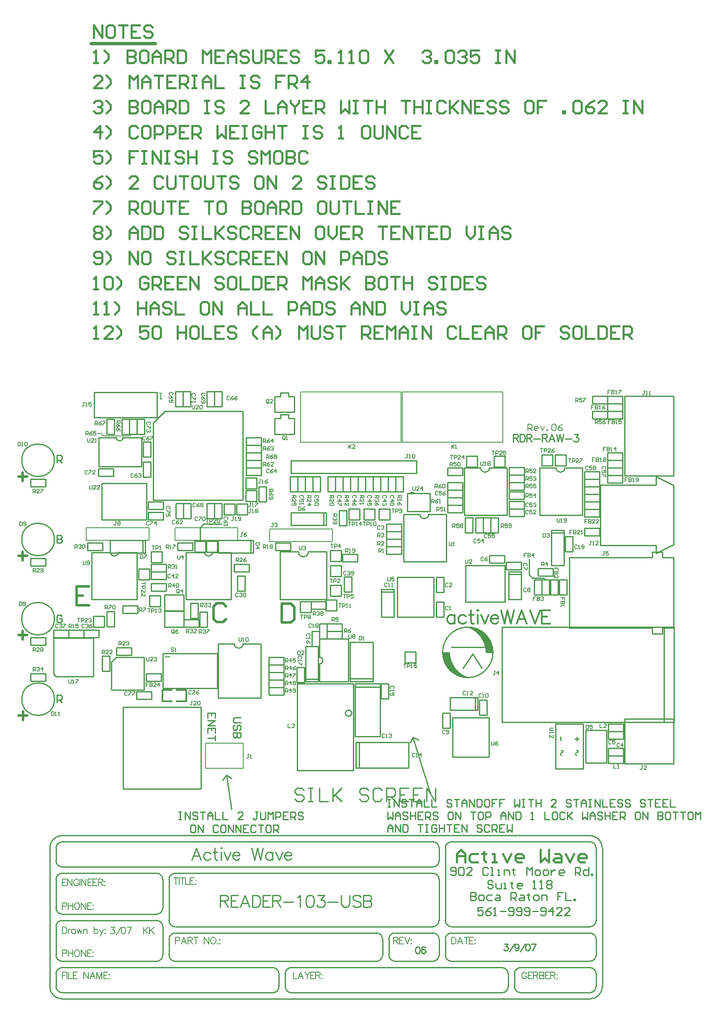
<source format=gto>
%FSLAX24Y24*%
%MOIN*%
G70*
G01*
G75*
G04 Layer_Color=16777215*
%ADD10C,0.0080*%
%ADD11R,0.0500X0.0200*%
%ADD12R,0.0800X0.0600*%
%ADD13R,0.0800X0.0140*%
%ADD14R,0.0550X0.0400*%
%ADD15R,0.0300X0.0300*%
%ADD16R,0.0900X0.0550*%
%ADD17R,0.0900X0.1800*%
%ADD18R,0.0630X0.0118*%
%ADD19O,0.0630X0.0118*%
%ADD20O,0.0118X0.0630*%
%ADD21R,0.0300X0.0300*%
%ADD22R,0.0780X0.0780*%
%ADD23R,0.0900X0.0350*%
%ADD24O,0.0800X0.0240*%
%ADD25R,0.0360X0.0500*%
%ADD26R,0.0360X0.0360*%
%ADD27R,0.1800X0.0900*%
%ADD28O,0.0900X0.0240*%
%ADD29R,0.0400X0.0300*%
%ADD30R,0.0550X0.0900*%
%ADD31R,0.0400X0.0550*%
%ADD32R,0.3949X0.1752*%
%ADD33R,0.0600X0.0800*%
%ADD34O,0.0240X0.0800*%
%ADD35R,0.0945X0.0591*%
%ADD36R,0.1102X0.0709*%
%ADD37R,0.0709X0.1102*%
%ADD38O,0.0394X0.0108*%
%ADD39O,0.0108X0.0394*%
%ADD40O,0.0394X0.0108*%
%ADD41R,0.0600X0.0500*%
%ADD42O,0.0800X0.0300*%
%ADD43R,0.0350X0.0700*%
%ADD44R,0.1102X0.0790*%
%ADD45C,0.0120*%
%ADD46C,0.0100*%
%ADD47C,0.0200*%
%ADD48C,0.0300*%
%ADD49C,0.0250*%
%ADD50C,0.0150*%
%ADD51C,0.0400*%
%ADD52C,0.0140*%
%ADD53C,0.0220*%
%ADD54C,0.0090*%
%ADD55C,0.0050*%
%ADD56C,0.0600*%
%ADD57C,0.0650*%
%ADD58C,0.0550*%
%ADD59C,0.0620*%
%ADD60R,0.0620X0.0620*%
%ADD61R,0.0650X0.0650*%
%ADD62R,0.0600X0.0600*%
%ADD63R,0.0520X0.0520*%
%ADD64C,0.0670*%
%ADD65C,0.2100*%
%ADD66C,0.1400*%
%ADD67R,0.0650X0.0650*%
%ADD68C,0.1300*%
%ADD69C,0.1280*%
%ADD70C,0.0900*%
%ADD71C,0.0787*%
%ADD72R,0.0787X0.0787*%
%ADD73R,0.0850X0.0850*%
%ADD74C,0.0850*%
%ADD75C,0.1250*%
%ADD76R,0.0620X0.0620*%
%ADD77C,0.0350*%
%ADD78C,0.0060*%
%ADD79C,0.0125*%
D10*
X-2563Y22450D02*
X-2450Y22563D01*
X-4700Y22450D02*
X-2563D01*
X-4900Y22650D02*
X-4700Y22450D01*
X-5150Y22650D02*
X-4900D01*
X6450Y-4000D02*
Y-2000D01*
X3450D02*
X6450D01*
X3450Y-4000D02*
X6450D01*
X3450D02*
Y-2000D01*
X11003Y21938D02*
Y25938D01*
Y21938D02*
X19003D01*
Y25938D01*
X11003D02*
X19003D01*
X19103Y21938D02*
Y25938D01*
Y21938D02*
X27103D01*
Y25938D01*
X19103D02*
X27103D01*
X-6042Y14153D02*
Y15153D01*
Y14153D02*
X-1042D01*
X-6042Y15153D02*
X-1042D01*
Y14153D02*
Y15153D01*
X6008Y14153D02*
Y15153D01*
X1008D02*
X6008D01*
X1008Y14153D02*
X6008D01*
X1008D02*
Y15153D01*
X13558Y14053D02*
Y15053D01*
X8558D02*
X13558D01*
X8558Y14053D02*
X13558D01*
X8558D02*
Y15053D01*
X29098Y22861D02*
Y23361D01*
X29348D01*
X29432Y23277D01*
Y23111D01*
X29348Y23028D01*
X29098D01*
X29265D02*
X29432Y22861D01*
X29848D02*
X29681D01*
X29598Y22944D01*
Y23111D01*
X29681Y23194D01*
X29848D01*
X29931Y23111D01*
Y23028D01*
X29598D01*
X30098Y23194D02*
X30265Y22861D01*
X30431Y23194D01*
X30598Y22861D02*
Y22944D01*
X30681D01*
Y22861D01*
X30598D01*
X31014Y23277D02*
X31098Y23361D01*
X31264D01*
X31348Y23277D01*
Y22944D01*
X31264Y22861D01*
X31098D01*
X31014Y22944D01*
Y23277D01*
X31847Y23361D02*
X31681Y23277D01*
X31514Y23111D01*
Y22944D01*
X31598Y22861D01*
X31764D01*
X31847Y22944D01*
Y23028D01*
X31764Y23111D01*
X31514D01*
X-50Y25850D02*
X-217D01*
X-133D01*
Y25350D01*
X-50Y25433D01*
X-4084Y-16617D02*
X-3805D01*
X-3957Y-16820D01*
X-3881D01*
X-3830Y-16845D01*
X-3805Y-16871D01*
X-3779Y-16947D01*
Y-16998D01*
X-3805Y-17074D01*
X-3856Y-17125D01*
X-3932Y-17150D01*
X-4008D01*
X-4084Y-17125D01*
X-4109Y-17099D01*
X-4135Y-17048D01*
X-3660Y-17226D02*
X-3305Y-16617D01*
X-3117D02*
X-3193Y-16642D01*
X-3244Y-16718D01*
X-3269Y-16845D01*
Y-16922D01*
X-3244Y-17048D01*
X-3193Y-17125D01*
X-3117Y-17150D01*
X-3066D01*
X-2990Y-17125D01*
X-2939Y-17048D01*
X-2914Y-16922D01*
Y-16845D01*
X-2939Y-16718D01*
X-2990Y-16642D01*
X-3066Y-16617D01*
X-3117D01*
X-2439D02*
X-2693Y-17150D01*
X-2794Y-16617D02*
X-2439D01*
X-1481D02*
Y-17150D01*
X-1126Y-16617D02*
X-1481Y-16972D01*
X-1354Y-16845D02*
X-1126Y-17150D01*
X-1007Y-16617D02*
Y-17150D01*
X-651Y-16617D02*
X-1007Y-16972D01*
X-880Y-16845D02*
X-651Y-17150D01*
D45*
X0Y2250D02*
X750D01*
X0Y1350D02*
X750D01*
X1150D02*
X1900D01*
X1150Y2250D02*
X1900D01*
X0Y1350D02*
Y2250D01*
X1900Y1350D02*
Y2250D01*
D46*
X20050Y17900D02*
G03*
X19700Y17875I-162J-188D01*
G01*
X-3662Y22313D02*
G03*
X-3121Y22313I270J0D01*
G01*
X-8582Y1503D02*
G03*
X-8582Y1503I-1300J0D01*
G01*
X5738Y5903D02*
G03*
X6438Y5903I350J0D01*
G01*
X31354Y19903D02*
G03*
X32054Y19903I350J0D01*
G01*
X25354D02*
G03*
X26054Y19903I350J0D01*
G01*
X20509Y16203D02*
G03*
X21209Y16203I350J0D01*
G01*
X3382Y13179D02*
G03*
X3982Y13179I300J0D01*
G01*
X10832Y13229D02*
G03*
X11632Y13229I400J0D01*
G01*
X-8592Y20503D02*
G03*
X-8592Y20503I-1300J0D01*
G01*
Y14203D02*
G03*
X-8592Y14203I-1300J0D01*
G01*
Y7903D02*
G03*
X-8592Y7903I-1300J0D01*
G01*
X-4118Y13179D02*
G03*
X-3518Y13179I300J0D01*
G01*
X15088Y390D02*
G03*
X15088Y390I-256J0D01*
G01*
X25795Y5247D02*
G03*
X24365Y7237I-2146J-34D01*
G01*
X22821Y5199D02*
G03*
X23791Y3443I2137J34D01*
G01*
X22751Y5209D02*
G03*
X23721Y3453I2137J34D01*
G01*
X22669Y5209D02*
G03*
X24047Y3262I2070J4D01*
G01*
X22382Y5209D02*
G03*
X23059Y3678I2146J34D01*
G01*
X22462Y5169D02*
G03*
X23139Y3638I2146J34D01*
G01*
X22532Y5209D02*
G03*
X23694Y3335I2146J34D01*
G01*
X22581Y5193D02*
G03*
X23594Y3520I1937J30D01*
G01*
X22852Y5209D02*
G03*
X24282Y3219I2146J34D01*
G01*
X25825Y5257D02*
G03*
X24856Y7013I-2137J-34D01*
G01*
X25895Y5247D02*
G03*
X24926Y7003I-2137J-34D01*
G01*
X25978Y5247D02*
G03*
X24599Y7194I-2070J-4D01*
G01*
X26265Y5247D02*
G03*
X25588Y6778I-2146J-34D01*
G01*
X26185Y5287D02*
G03*
X25508Y6818I-2146J-34D01*
G01*
X26115Y5247D02*
G03*
X24953Y7121I-2146J-34D01*
G01*
X26065Y5263D02*
G03*
X25053Y6936I-1937J-30D01*
G01*
X22323Y5218D02*
G03*
X26323Y5218I2000J0D01*
G01*
Y5238D02*
G03*
X22323Y5238I-2000J0D01*
G01*
X12513Y4308D02*
G03*
X12513Y4848I0J270D01*
G01*
X31800Y-2765D02*
G03*
X31800Y-2565I0J100D01*
G01*
Y-2765D02*
G03*
X31800Y-2965I0J-100D01*
G01*
X33000Y-2765D02*
G03*
X33000Y-2965I0J-100D01*
G01*
Y-2765D02*
G03*
X33000Y-2565I0J100D01*
G01*
X19500Y16775D02*
Y17875D01*
X21300D01*
Y16425D02*
Y17875D01*
X19500Y16425D02*
X21300D01*
X19500D02*
Y16775D01*
X-3250Y13150D02*
X-1350D01*
X-3250Y14150D02*
X-1350D01*
X-4150D02*
X-3250D01*
X-4150Y13150D02*
X-3250D01*
X-1350D02*
Y14150D01*
X-4150Y13150D02*
Y14150D01*
X-1550Y13150D02*
Y14150D01*
X11150Y15350D02*
X13050D01*
X11150Y16350D02*
X13050D01*
X10250D02*
X11150D01*
X10250Y15350D02*
X11150D01*
X13050D02*
Y16350D01*
X10250Y15350D02*
Y16350D01*
X12850Y15350D02*
Y16350D01*
X5333Y13150D02*
X7233D01*
X5333Y14150D02*
X7233D01*
X4433D02*
X5333D01*
X4433Y13150D02*
X5333D01*
X7233D02*
Y14150D01*
X4433Y13150D02*
Y14150D01*
X7033Y13150D02*
Y14150D01*
X28583Y9453D02*
Y10103D01*
X27583Y9453D02*
X28583D01*
X27583D02*
Y11453D01*
X28583D01*
Y10103D02*
Y11453D01*
Y11653D01*
X27583D02*
X28583D01*
X27583Y11453D02*
Y11653D01*
X26033Y12353D02*
Y12653D01*
Y12353D02*
X27233D01*
Y12953D01*
X26033D02*
X27233D01*
X26033Y12653D02*
Y12953D01*
X3440Y13196D02*
Y14023D01*
X2574Y13196D02*
X3440D01*
X2574D02*
Y14062D01*
X3440D01*
Y14023D02*
Y14062D01*
X-738Y17332D02*
Y23474D01*
X207Y24419D01*
X1073D01*
X-738Y17332D02*
X6428D01*
Y24419D01*
X522D02*
X6428D01*
X-4417Y8478D02*
X-4117D01*
X-4417Y7278D02*
Y8478D01*
Y7278D02*
X-3817D01*
Y8478D01*
X-4117D02*
X-3817D01*
X-4817Y17163D02*
X-4817Y18663D01*
X-1267D01*
Y15763D02*
Y18663D01*
X-4817Y15763D02*
X-1267D01*
X-4817Y17163D02*
X-4817Y15763D01*
X-1117Y16613D02*
Y16913D01*
Y16613D02*
X83D01*
Y17213D01*
X-1117D02*
X83D01*
X-1117Y16913D02*
Y17213D01*
Y15763D02*
Y16063D01*
Y15763D02*
X83D01*
Y16363D01*
X-1117D02*
X83D01*
X-1117Y16063D02*
Y16363D01*
X1383Y17063D02*
X1683D01*
Y15863D02*
Y17063D01*
X1083Y15863D02*
X1683D01*
X1083D02*
Y17063D01*
X1383D01*
X-1217Y20363D02*
X-917D01*
Y19163D02*
Y20363D01*
X-1517Y19163D02*
X-917D01*
X-1517D02*
Y20363D01*
X-1217D01*
X6683Y19613D02*
Y19913D01*
X7883D01*
Y19313D02*
Y19913D01*
X6683Y19313D02*
X7883D01*
X6683D02*
Y19613D01*
X1033Y24763D02*
X1333D01*
X1033D02*
Y25963D01*
X1633D01*
Y24763D02*
Y25963D01*
X1333Y24763D02*
X1633D01*
X4133D02*
X4433D01*
X4133D02*
Y25963D01*
X4733D01*
Y24763D02*
Y25963D01*
X4433Y24763D02*
X4733D01*
X-1217Y21963D02*
X-917D01*
Y20763D02*
Y21963D01*
X-1517Y20763D02*
X-917D01*
X-1517D02*
Y21963D01*
X-1217D01*
X1983Y17063D02*
X2283D01*
Y15863D02*
Y17063D01*
X1683Y15863D02*
X2283D01*
X1683D02*
Y17063D01*
X1983D01*
X3533Y24763D02*
X3833D01*
X3533D02*
Y25963D01*
X4133D01*
Y24763D02*
Y25963D01*
X3833Y24763D02*
X4133D01*
X3833Y17063D02*
X4133D01*
Y15863D02*
Y17063D01*
X3533Y15863D02*
X4133D01*
X3533D02*
Y17063D01*
X3833D01*
X1633Y24763D02*
X1933D01*
X1633D02*
Y25963D01*
X2233D01*
Y24763D02*
Y25963D01*
X1933Y24763D02*
X2233D01*
X-3887Y19253D02*
Y19553D01*
X-5087Y19253D02*
X-3887D01*
X-5087D02*
Y19853D01*
X-3887D01*
Y19553D02*
Y19853D01*
X-1717Y23763D02*
X-1417D01*
Y22563D02*
Y23763D01*
X-2017Y22563D02*
X-1417D01*
X-2017D02*
Y23763D01*
X-1717D01*
X7883Y19913D02*
Y20213D01*
X6683Y19913D02*
X7883D01*
X6683D02*
Y20513D01*
X7883D01*
Y20213D02*
Y20513D01*
Y21113D02*
Y21413D01*
X6683Y21113D02*
X7883D01*
X6683D02*
Y21713D01*
X7883D01*
Y21413D02*
Y21713D01*
Y22013D01*
X6683Y21713D02*
X7883D01*
X6683D02*
Y22313D01*
X7883D01*
Y22013D02*
Y22313D01*
X-2617Y22563D02*
X-2317D01*
X-2617D02*
Y23763D01*
X-2017D01*
Y22563D02*
Y23763D01*
X-2317Y22563D02*
X-2017D01*
X-2917Y23763D02*
X-2617D01*
Y22563D02*
Y23763D01*
X-3217Y22563D02*
X-2617D01*
X-3217D02*
Y23763D01*
X-2917D01*
X-4417Y22563D02*
X-4117D01*
X-4417D02*
Y23763D01*
X-3817D01*
Y22563D02*
Y23763D01*
X-4117Y22563D02*
X-3817D01*
X6683Y20813D02*
Y21113D01*
X7883D01*
Y20513D02*
Y21113D01*
X6683Y20513D02*
X7883D01*
X6683D02*
Y20813D01*
X7983Y18413D02*
X8283D01*
Y17213D02*
Y18413D01*
X7683Y17213D02*
X8283D01*
X7683D02*
Y18413D01*
X7983D01*
X-1667Y20013D02*
Y22313D01*
X-5067Y20013D02*
X-1667D01*
X-5067D02*
Y22313D01*
X-3121D02*
X-1667D01*
X-5067D02*
X-3662D01*
X7516Y19057D02*
Y19096D01*
X6650D02*
X7516D01*
X6650Y18230D02*
Y19096D01*
Y18230D02*
X7516D01*
Y19057D01*
Y18057D02*
Y18096D01*
X6650D02*
X7516D01*
X6650Y17230D02*
Y18096D01*
Y17230D02*
X7516D01*
Y18057D01*
X6766Y17007D02*
Y17046D01*
X5900D02*
X6766D01*
X5900Y16180D02*
Y17046D01*
Y16180D02*
X6766D01*
Y17007D01*
X5766D02*
Y17046D01*
X4900D02*
X5766D01*
X4900Y16180D02*
Y17046D01*
Y16180D02*
X5766D01*
Y17007D01*
X4133Y17063D02*
X4433D01*
X4133Y15863D02*
Y17063D01*
Y15863D02*
X4733D01*
Y17063D01*
X4433D02*
X4733D01*
X9583Y25888D02*
X10053D01*
Y25588D02*
Y25888D01*
Y25588D02*
X10503D01*
Y24338D02*
Y25588D01*
X8953Y24338D02*
X10503D01*
X8953D02*
Y25588D01*
X9403D01*
Y25888D01*
X9583D01*
Y24138D02*
X10053D01*
Y23838D02*
Y24138D01*
Y23838D02*
X10503D01*
Y22588D02*
Y23838D01*
X8953Y22588D02*
X10503D01*
X8953D02*
Y23838D01*
X9403D01*
Y24138D01*
X9583D01*
X21808Y11203D02*
X22108D01*
X21808Y10003D02*
Y11203D01*
Y10003D02*
X22408D01*
Y11203D01*
X22108D02*
X22408D01*
X24133Y10653D02*
X24133Y9253D01*
X27283D01*
Y12153D01*
X24133D02*
X27283D01*
X24133Y10653D02*
X24133Y12153D01*
X10233Y19478D02*
Y20478D01*
X20233D01*
Y19478D02*
Y20478D01*
X10233Y19478D02*
X20233D01*
X4438Y5903D02*
X5738D01*
X7838Y1603D02*
Y5903D01*
X4438Y1603D02*
X7838D01*
X4438D02*
Y5903D01*
X6438D02*
X7838D01*
X30358Y11153D02*
X30508Y11003D01*
X29458Y11153D02*
X30358D01*
X29208Y11403D02*
X29458Y11153D01*
X29208Y11403D02*
Y12653D01*
X29908Y11603D02*
Y11903D01*
X31108Y11303D02*
Y11903D01*
X29908D02*
X31108D01*
X29908Y11303D02*
X31108D01*
X29908D02*
Y11603D01*
X29608Y11003D02*
X29908D01*
X29608Y9803D02*
Y11003D01*
X30208Y9803D02*
Y11003D01*
X29608Y9803D02*
X30208D01*
X29908Y11003D02*
X30208D01*
X-5052Y6408D02*
Y6708D01*
X-6252Y6408D02*
Y7008D01*
Y6408D02*
X-5052D01*
X-6252Y7008D02*
X-5052D01*
Y6708D02*
Y7008D01*
X11983Y18002D02*
X12283D01*
X11983Y19202D02*
X12583D01*
X11983Y18002D02*
Y19202D01*
X12583Y18002D02*
Y19202D01*
X12283Y18002D02*
X12583D01*
X11683Y19202D02*
X11983D01*
X11383Y18002D02*
X11983D01*
Y19202D01*
X11383Y18002D02*
Y19202D01*
X11683D01*
X10483D02*
X10783D01*
X10183Y18002D02*
X10783D01*
Y19202D01*
X10183Y18002D02*
Y19202D01*
X10483D01*
X18878Y19203D02*
X19178D01*
X18578Y18003D02*
X19178D01*
Y19203D01*
X18578Y18003D02*
Y19203D01*
X18878D01*
X-10492Y12403D02*
Y12703D01*
X-9292Y12103D02*
Y12703D01*
X-10492D02*
X-9292D01*
X-10492Y12103D02*
X-9292D01*
X-10492D02*
Y12403D01*
Y18703D02*
Y19003D01*
X-9292Y18403D02*
Y19003D01*
X-10492D02*
X-9292D01*
X-10492Y18403D02*
X-9292D01*
X-10492D02*
Y18703D01*
X33608Y18111D02*
Y18411D01*
X34808Y17811D02*
Y18411D01*
X33608D02*
X34808D01*
X33608Y17811D02*
X34808D01*
X33608D02*
Y18111D01*
X34808Y16611D02*
Y16911D01*
X33608Y16611D02*
Y17211D01*
Y16611D02*
X34808D01*
X33608Y17211D02*
X34808D01*
Y16911D02*
Y17211D01*
Y19011D02*
Y19311D01*
X33608Y19011D02*
Y19611D01*
Y19011D02*
X34808D01*
X33608Y19611D02*
X34808D01*
Y19311D02*
Y19611D01*
X36658Y19311D02*
Y19611D01*
X35458Y19311D02*
Y19911D01*
Y19311D02*
X36658D01*
X35458Y19911D02*
X36658D01*
Y19611D02*
Y19911D01*
X34808Y17211D02*
Y17511D01*
X33608Y17211D02*
Y17811D01*
Y17211D02*
X34808D01*
X33608Y17811D02*
X34808D01*
Y17511D02*
Y17811D01*
Y16011D02*
Y16311D01*
X33608Y16011D02*
Y16611D01*
Y16011D02*
X34808D01*
X33608Y16611D02*
X34808D01*
Y16311D02*
Y16611D01*
Y14511D02*
Y14811D01*
X33608Y14511D02*
Y15111D01*
Y14511D02*
X34808D01*
X33608Y15111D02*
X34808D01*
Y14811D02*
Y15111D01*
Y18411D02*
Y18711D01*
X33608Y18411D02*
Y19011D01*
Y18411D02*
X34808D01*
X33608Y19011D02*
X34808D01*
Y18711D02*
Y19011D01*
X36658Y18711D02*
Y19011D01*
X35458Y18711D02*
Y19311D01*
Y18711D02*
X36658D01*
X35458Y19311D02*
X36658D01*
Y19011D02*
Y19311D01*
Y19911D02*
Y20211D01*
X35458Y19911D02*
Y20511D01*
Y19911D02*
X36658D01*
X35458Y20511D02*
X36658D01*
Y20211D02*
Y20511D01*
X31271Y20109D02*
Y20936D01*
X32137D01*
Y20070D02*
Y20936D01*
X31271Y20070D02*
X32137D01*
X31271D02*
Y20109D01*
X30221D02*
Y20936D01*
X31087D01*
Y20070D02*
Y20936D01*
X30221Y20070D02*
X31087D01*
X30221D02*
Y20109D01*
X26425Y20009D02*
Y20836D01*
X27291D01*
Y19970D02*
Y20836D01*
X26425Y19970D02*
X27291D01*
X26425D02*
Y20009D01*
X24225D02*
Y20836D01*
X25091D01*
Y19970D02*
Y20836D01*
X24225Y19970D02*
X25091D01*
X24225D02*
Y20009D01*
X33454Y16128D02*
Y19903D01*
X30054Y16128D02*
X33454D01*
X30054D02*
Y19903D01*
X31354D01*
X32054D02*
X33454D01*
X27454Y16128D02*
Y19903D01*
X24054Y16128D02*
X27454D01*
X24054D02*
Y19903D01*
X25354D01*
X26054D02*
X27454D01*
X22609Y12428D02*
Y16203D01*
X19209Y12428D02*
X22609D01*
X19209D02*
Y16203D01*
X20509D01*
X21209D02*
X22609D01*
X23904Y17553D02*
Y17853D01*
X22704Y17553D02*
Y18153D01*
Y17553D02*
X23904D01*
X22704Y18153D02*
X23904D01*
Y17853D02*
Y18153D01*
X25854Y15953D02*
X26154D01*
X25554Y14753D02*
X26154D01*
Y15953D01*
X25554Y14753D02*
Y15953D01*
X25854D01*
X25254D02*
X25554D01*
X24954Y14753D02*
X25554D01*
Y15953D01*
X24954Y14753D02*
Y15953D01*
X25254D01*
X27604Y16953D02*
Y17253D01*
X28804Y16653D02*
Y17253D01*
X27604D02*
X28804D01*
X27604Y16653D02*
X28804D01*
X27604D02*
Y16953D01*
Y16353D02*
Y16653D01*
X28804Y16053D02*
Y16653D01*
X27604D02*
X28804D01*
X27604Y16053D02*
X28804D01*
X27604D02*
Y16353D01*
X22704Y17253D02*
Y17553D01*
X23904Y16953D02*
Y17553D01*
X22704D02*
X23904D01*
X22704Y16953D02*
X23904D01*
X22704D02*
Y17253D01*
X23904Y18153D02*
Y18453D01*
X22704Y18153D02*
Y18753D01*
Y18153D02*
X23904D01*
X22704Y18753D02*
X23904D01*
Y18453D02*
Y18753D01*
X24408Y15953D02*
X24708D01*
X24108Y14753D02*
X24708D01*
Y15953D01*
X24108Y14753D02*
Y15953D01*
X24408D01*
X34258Y25311D02*
Y25611D01*
X35458Y25011D02*
Y25611D01*
X34258D02*
X35458D01*
X34258Y25011D02*
X35458D01*
X34258D02*
Y25311D01*
Y24111D02*
Y24411D01*
X35458Y23811D02*
Y24411D01*
X34258D02*
X35458D01*
X34258Y23811D02*
X35458D01*
X34258D02*
Y24111D01*
X27613Y18453D02*
Y18753D01*
X28813Y18153D02*
Y18753D01*
X27613D02*
X28813D01*
X27613Y18153D02*
X28813D01*
X27613D02*
Y18453D01*
X27604Y19053D02*
Y19353D01*
X28804Y18753D02*
Y19353D01*
X27604D02*
X28804D01*
X27604Y18753D02*
X28804D01*
X27604D02*
Y19053D01*
Y19653D02*
Y19953D01*
X28804Y19353D02*
Y19953D01*
X27604D02*
X28804D01*
X27604Y19353D02*
X28804D01*
X27604D02*
Y19653D01*
X22704Y16653D02*
Y16953D01*
X23904Y16353D02*
Y16953D01*
X22704D02*
X23904D01*
X22704Y16353D02*
X23904D01*
X22704D02*
Y16653D01*
X23908Y19303D02*
Y19603D01*
X22708Y19303D02*
Y19903D01*
Y19303D02*
X23908D01*
X22708Y19903D02*
X23908D01*
Y19603D02*
Y19903D01*
X35458Y25311D02*
Y25611D01*
X36658Y25011D02*
Y25611D01*
X35458D02*
X36658D01*
X35458Y25011D02*
X36658D01*
X35458D02*
Y25311D01*
Y24711D02*
Y25011D01*
X36658Y24411D02*
Y25011D01*
X35458D02*
X36658D01*
X35458Y24411D02*
X36658D01*
X35458D02*
Y24711D01*
Y24111D02*
Y24411D01*
X36658Y23811D02*
Y24411D01*
X35458D02*
X36658D01*
X35458Y23811D02*
X36658D01*
X35458D02*
Y24111D01*
Y20811D02*
Y21111D01*
X36658Y20511D02*
Y21111D01*
X35458D02*
X36658D01*
X35458Y20511D02*
X36658D01*
X35458D02*
Y20811D01*
X-10492Y5803D02*
Y6103D01*
Y5803D02*
X-9292D01*
X-10492Y6403D02*
X-9292D01*
Y5803D02*
Y6403D01*
X-10492Y6103D02*
Y6403D01*
Y2953D02*
Y3253D01*
Y2953D02*
X-9292D01*
X-10492Y3553D02*
X-9292D01*
Y2953D02*
Y3553D01*
X-10492Y3253D02*
Y3553D01*
X-160Y9698D02*
Y9737D01*
X-1026D02*
X-160D01*
X-1026Y8871D02*
Y9737D01*
Y8871D02*
X-160D01*
Y9698D01*
X11831Y9247D02*
Y9286D01*
X10965D02*
X11831D01*
X10965Y8420D02*
Y9286D01*
Y8420D02*
X11831D01*
Y9247D01*
X-1901Y10996D02*
Y11035D01*
Y10996D02*
X-1035D01*
Y11862D01*
X-1901D02*
X-1035D01*
X-1901Y11035D02*
Y11862D01*
X-9Y13197D02*
Y13236D01*
X-875D02*
X-9D01*
X-875Y12370D02*
Y13236D01*
Y12370D02*
X-9D01*
Y13197D01*
X20191Y5247D02*
Y5286D01*
X19325D02*
X20191D01*
X19325Y4420D02*
Y5286D01*
Y4420D02*
X20191D01*
Y5247D01*
X18072Y15770D02*
X18111D01*
Y16636D01*
X17245D02*
X18111D01*
X17245Y15770D02*
Y16636D01*
Y15770D02*
X18072D01*
X15672D02*
X15711D01*
Y16636D01*
X14845D02*
X15711D01*
X14845Y15770D02*
Y16636D01*
Y15770D02*
X15672D01*
X-4609Y8072D02*
Y8111D01*
X-5475D02*
X-4609D01*
X-5475Y7245D02*
Y8111D01*
Y7245D02*
X-4609D01*
Y8072D01*
X13891Y9372D02*
Y9411D01*
X13025D02*
X13891D01*
X13025Y8545D02*
Y9411D01*
Y8545D02*
X13891D01*
Y9372D01*
X14240Y12098D02*
Y12137D01*
X13374D02*
X14240D01*
X13374Y11271D02*
Y12137D01*
Y11271D02*
X14240D01*
Y12098D01*
X1208Y13653D02*
Y13953D01*
X2408Y13353D02*
Y13953D01*
X1208D02*
X2408D01*
X1208Y13353D02*
X2408D01*
X1208D02*
Y13653D01*
X8488Y3653D02*
Y3953D01*
Y3653D02*
X9688D01*
X8488Y4253D02*
X9688D01*
Y3653D02*
Y4253D01*
X8488Y3953D02*
Y4253D01*
Y4553D01*
Y4253D02*
X9688D01*
X8488Y4853D02*
X9688D01*
Y4253D02*
Y4853D01*
X8488Y4553D02*
Y4853D01*
X-893Y11354D02*
Y11654D01*
X307Y11054D02*
Y11654D01*
X-893D02*
X307D01*
X-893Y11054D02*
X307D01*
X-893D02*
Y11354D01*
X-8652Y3508D02*
X-8452Y3308D01*
X-8602Y6358D02*
X-5502D01*
Y3308D02*
Y6358D01*
X-8652D02*
X-8602D01*
X-8452Y3308D02*
X-5502D01*
X-8652Y3508D02*
Y6358D01*
X11833Y8978D02*
Y9278D01*
X13033Y8678D02*
Y9278D01*
X11833D02*
X13033D01*
X11833Y8678D02*
X13033D01*
X11833D02*
Y8978D01*
X-5941Y13352D02*
Y13652D01*
Y13352D02*
X-4741D01*
X-5941Y13952D02*
X-4741D01*
Y13352D02*
Y13952D01*
X-5941Y13652D02*
Y13952D01*
X-893Y11654D02*
Y11954D01*
Y11654D02*
X307D01*
X-893Y12254D02*
X307D01*
Y11654D02*
Y12254D01*
X-893Y11954D02*
Y12254D01*
X307Y10404D02*
Y10704D01*
X-893D02*
X307D01*
X-893Y10104D02*
X307D01*
X-893D02*
Y10704D01*
X307Y10104D02*
Y10404D01*
X2548Y7923D02*
X2848D01*
Y9123D01*
X2248Y7923D02*
Y9123D01*
X2848D01*
X2248Y7923D02*
X2548D01*
X948Y8548D02*
X1723D01*
Y7248D02*
Y8548D01*
X173Y7248D02*
X1723D01*
X173D02*
Y8548D01*
X948D01*
X2898Y7523D02*
Y7823D01*
X1698D02*
X2898D01*
X1698Y7223D02*
X2898D01*
X1698D02*
Y7823D01*
X2898Y7223D02*
Y7523D01*
X10783Y18002D02*
X11083D01*
X10783Y19202D02*
X11383D01*
X10783Y18002D02*
Y19202D01*
X11383Y18002D02*
Y19202D01*
X11083Y18002D02*
X11383D01*
X1882Y13179D02*
X3382D01*
X5482Y9429D02*
Y13179D01*
X3982D02*
X5482D01*
X1882Y9429D02*
Y13179D01*
Y9429D02*
X5482D01*
X5985Y11319D02*
X6285D01*
X5985Y10119D02*
Y11319D01*
X6585Y10119D02*
Y11319D01*
X5985Y10119D02*
X6585D01*
X6285Y11319D02*
X6585D01*
X5707Y11654D02*
Y11954D01*
Y11654D02*
X6907D01*
X5707Y12254D02*
X6907D01*
Y11654D02*
Y12254D01*
X5707Y11954D02*
Y12254D01*
X-8652Y6408D02*
Y6708D01*
Y6408D02*
X-7452D01*
X-8652Y7008D02*
X-7452D01*
Y6408D02*
Y7008D01*
X-8652Y6708D02*
Y7008D01*
X-6252Y6708D02*
Y7008D01*
X-7452D02*
X-6252D01*
X-7452Y6408D02*
X-6252D01*
X-7452D02*
Y7008D01*
X-6252Y6408D02*
Y6708D01*
X9382Y13229D02*
X10832D01*
X13082Y9429D02*
Y13229D01*
X11632D02*
X13082D01*
X9382Y9429D02*
Y13229D01*
Y9429D02*
X13082D01*
X9008Y13353D02*
Y13653D01*
Y13353D02*
X10208D01*
X9008Y13953D02*
X10208D01*
Y13353D02*
Y13953D01*
X9008Y13653D02*
Y13953D01*
X17978Y18003D02*
X18278D01*
X17978Y19203D02*
X18578D01*
X17978Y18003D02*
Y19203D01*
X18578Y18003D02*
Y19203D01*
X18278Y18003D02*
X18578D01*
X17378D02*
X17678D01*
X17378Y19203D02*
X17978D01*
X17378Y18003D02*
Y19203D01*
X17978Y18003D02*
Y19203D01*
X17678Y18003D02*
X17978D01*
X16778Y19203D02*
X17078D01*
X16778Y18003D02*
Y19203D01*
X17378Y18003D02*
Y19203D01*
X16778Y18003D02*
X17378D01*
X17078Y19203D02*
X17378D01*
X16478Y18003D02*
X16778D01*
Y19203D01*
X16178Y18003D02*
Y19203D01*
X16778D01*
X16178Y18003D02*
X16478D01*
X15878D02*
X16178D01*
Y19203D01*
X15578Y18003D02*
Y19203D01*
X16178D01*
X15578Y18003D02*
X15878D01*
X15278D02*
X15578D01*
Y19203D01*
X14978Y18003D02*
Y19203D01*
X15578D01*
X14978Y18003D02*
X15278D01*
X14378Y19203D02*
X14678D01*
X14378Y18003D02*
Y19203D01*
X14978Y18003D02*
Y19203D01*
X14378Y18003D02*
X14978D01*
X14678Y19203D02*
X14978D01*
X14078Y18003D02*
X14378D01*
Y19203D01*
X13778Y18003D02*
Y19203D01*
X14378D01*
X13778Y18003D02*
X14078D01*
X15533Y12753D02*
Y13053D01*
X14333D02*
X15533D01*
X14333Y12453D02*
X15533D01*
X14333D02*
Y13053D01*
X15533Y12453D02*
Y12753D01*
X8488Y3353D02*
Y3653D01*
X9688Y3053D02*
Y3653D01*
X8488D02*
X9688D01*
X8488Y3053D02*
X9688D01*
X8488D02*
Y3353D01*
Y2753D02*
Y3053D01*
X9688Y2453D02*
Y3053D01*
X8488D02*
X9688D01*
X8488Y2453D02*
X9688D01*
X8488D02*
Y2753D01*
X31908Y11003D02*
X32208D01*
X31608Y9803D02*
X32208D01*
Y11003D01*
X31608Y9803D02*
Y11003D01*
X31908D01*
X30508D02*
X30808D01*
X30208Y9803D02*
X30808D01*
Y11003D01*
X30208Y9803D02*
Y11003D01*
X30508D01*
X2983Y7223D02*
X3283D01*
X2983Y8423D02*
X3583D01*
X2983Y7223D02*
Y8423D01*
X3583Y7223D02*
Y8423D01*
X3283Y7223D02*
X3583D01*
X19059Y13053D02*
Y13353D01*
X17859Y13053D02*
Y13653D01*
Y13053D02*
X19059D01*
X17859Y13653D02*
X19059D01*
Y13353D02*
Y13653D01*
Y13953D01*
X17859Y13653D02*
Y14253D01*
Y13653D02*
X19059D01*
X17859Y14253D02*
X19059D01*
Y13953D02*
Y14253D01*
X17859Y14553D02*
Y14853D01*
X19059Y14253D02*
Y14853D01*
X17859D02*
X19059D01*
X17859Y14253D02*
X19059D01*
X17859D02*
Y14553D01*
X14781Y11231D02*
X15081D01*
X14481Y10031D02*
X15081D01*
Y11231D01*
X14481Y10031D02*
Y11231D01*
X14781D01*
X19059Y14853D02*
Y15153D01*
X17859Y14853D02*
Y15453D01*
Y14853D02*
X19059D01*
X17859Y15453D02*
X19059D01*
Y15153D02*
Y15453D01*
X28583Y11803D02*
Y12103D01*
X27383Y11803D02*
X28583D01*
X27383D02*
Y12403D01*
X28583D01*
Y12103D02*
Y12403D01*
X30908Y11003D02*
X31208D01*
X30908Y9803D02*
Y11003D01*
X31508Y9803D02*
Y11003D01*
X30908Y9803D02*
X31508D01*
X31208Y11003D02*
X31508D01*
X26154Y15953D02*
X26454D01*
X26154Y14753D02*
Y15953D01*
X26754Y14753D02*
Y15953D01*
X26154Y14753D02*
X26754D01*
X26454Y15953D02*
X26754D01*
X13478Y19203D02*
X13778D01*
X13178Y18003D02*
X13778D01*
Y19203D01*
X13178Y18003D02*
Y19203D01*
X13478D01*
X8488Y1853D02*
Y2153D01*
Y1853D02*
X9688D01*
X8488Y2453D02*
X9688D01*
Y1853D02*
Y2453D01*
X8488Y2153D02*
Y2453D01*
X16045Y15770D02*
X16872D01*
X16045D02*
Y16636D01*
X16911D01*
Y15770D02*
Y16636D01*
X16872Y15770D02*
X16911D01*
X28804Y17703D02*
Y18003D01*
X27604D02*
X28804D01*
X27604Y17403D02*
X28804D01*
X27604D02*
Y18003D01*
X28804Y17403D02*
Y17703D01*
X14378Y15303D02*
X14678D01*
Y16503D01*
X14078Y15303D02*
Y16503D01*
X14678D01*
X14078Y15303D02*
X14378D01*
X-5618Y13179D02*
X-4118D01*
X-2018Y9429D02*
Y13179D01*
X-3518D02*
X-2018D01*
X-5618Y9429D02*
Y13179D01*
Y9429D02*
X-2018D01*
X14240Y12471D02*
Y13298D01*
X13374Y12471D02*
X14240D01*
X13374D02*
Y13337D01*
X14240D01*
Y13298D02*
Y13337D01*
X3281Y15431D02*
X4713D01*
X3003Y15153D02*
X3281Y15431D01*
X3003Y14062D02*
Y15153D01*
X4390Y14023D02*
Y14062D01*
X3524D02*
X4390D01*
X3524Y13196D02*
Y14062D01*
Y13196D02*
X4390D01*
Y14023D01*
X23108Y-3097D02*
X24608Y-3097D01*
X23108Y-3097D02*
Y53D01*
X26008D01*
Y-3097D02*
Y53D01*
X24608Y-3097D02*
X26008Y-3097D01*
X22308Y-797D02*
X22608D01*
X22308D02*
Y403D01*
X22908D01*
Y-797D02*
Y403D01*
X22608Y-797D02*
X22908D01*
Y653D02*
X23558D01*
X22908D02*
Y1653D01*
X24908D01*
Y653D02*
Y1653D01*
X23558Y653D02*
X24908D01*
X25108D01*
Y1653D01*
X24908D02*
X25108D01*
X18458Y8053D02*
Y8703D01*
X17458Y8053D02*
X18458D01*
X17458D02*
Y10053D01*
X18458D01*
Y8703D02*
Y10053D01*
Y10253D01*
X17458D02*
X18458D01*
X17458Y10053D02*
Y10253D01*
X25558Y1453D02*
X25858D01*
Y253D02*
Y1453D01*
X25258Y253D02*
X25858D01*
X25258D02*
Y1453D01*
X25558D01*
X21808Y8053D02*
X22108D01*
X21808D02*
Y9253D01*
X22408D01*
Y8053D02*
Y9253D01*
X22108Y8053D02*
X22408D01*
X17708Y2753D02*
X18008D01*
Y1553D02*
Y2753D01*
X17408Y1553D02*
X18008D01*
X17408D02*
Y2753D01*
X17708D01*
X11013Y4053D02*
X11313D01*
Y2853D02*
Y4053D01*
X10713Y2853D02*
X11313D01*
X10713D02*
Y4053D01*
X11013D01*
X10738Y-4157D02*
X14399D01*
X10738D02*
Y-181D01*
X15226Y-1243D02*
Y2733D01*
X11565D02*
X15226D01*
X10738D02*
X11565D01*
X10738Y-181D02*
Y2733D01*
X14399Y-4157D02*
X15226D01*
Y-1243D01*
X13113Y7203D02*
Y7503D01*
X14313D01*
Y6903D02*
Y7503D01*
X13113Y6903D02*
X14313D01*
X13113D02*
Y7203D01*
Y6603D02*
Y6903D01*
X14313D01*
Y6303D02*
Y6903D01*
X13113Y6303D02*
X14313D01*
X13113D02*
Y6603D01*
X11413Y2903D02*
Y4803D01*
X12413Y2903D02*
Y4803D01*
Y5703D01*
X11413Y4803D02*
Y5703D01*
Y2903D02*
X12413D01*
X11413Y5703D02*
X12413D01*
X11413Y3103D02*
X12413D01*
X20108Y11203D02*
X21608Y11203D01*
Y8053D02*
Y11203D01*
X18708Y8053D02*
X21608D01*
X18708D02*
Y11203D01*
X20108Y11203D01*
X22323Y5218D02*
X22848D01*
X24698Y5113D02*
X25448Y3988D01*
X23948D02*
X24698Y5113D01*
X23023Y5638D02*
X25773D01*
X25798Y5238D02*
X26323D01*
X12513Y6303D02*
X14813D01*
Y2903D02*
Y6303D01*
X12513Y2903D02*
X14813D01*
X12513Y4848D02*
Y6303D01*
Y2903D02*
Y4308D01*
X16789Y2894D02*
Y3131D01*
X14938Y2894D02*
X16789D01*
X14938D02*
Y3131D01*
X16789D02*
Y6044D01*
X15863D02*
X16789D01*
X14938Y3131D02*
Y6044D01*
Y3131D02*
X15863D01*
X16789D01*
X14938Y6044D02*
X15863D01*
X12813Y7503D02*
X13113D01*
Y6303D02*
Y7503D01*
X12513Y6303D02*
X13113D01*
X12513D02*
Y7503D01*
X12813D01*
X11913Y5703D02*
X12213D01*
X11913D02*
Y6903D01*
X12513D01*
Y5703D02*
Y6903D01*
X12213Y5703D02*
X12513D01*
X32083Y14428D02*
X32383D01*
X32083Y13228D02*
Y14428D01*
X32683Y13228D02*
Y14428D01*
X32083Y13228D02*
X32683D01*
X32383Y14428D02*
X32683D01*
X-3167Y8328D02*
Y8628D01*
Y8328D02*
X-1967D01*
X-3167Y8928D02*
X-1967D01*
Y8328D02*
Y8928D01*
X-3167Y8628D02*
Y8928D01*
X40718Y7171D02*
Y9971D01*
X39818Y7171D02*
X40718D01*
X39818Y6721D02*
Y7171D01*
X39368Y6721D02*
X39818D01*
X32418Y7171D02*
Y9971D01*
Y7171D02*
X39018D01*
Y6721D02*
Y7171D01*
Y6721D02*
X39368D01*
X40718Y9971D02*
Y12771D01*
X39818D02*
X40718D01*
X39818D02*
Y13221D01*
X39368D02*
X39818D01*
X32418Y9971D02*
Y12771D01*
X39018D01*
Y13221D01*
X39368D01*
X27048Y-329D02*
X31598D01*
X27048D02*
Y621D01*
X36188Y7241D02*
X40738D01*
Y6291D02*
Y7241D01*
Y-329D02*
Y6291D01*
X31598Y-329D02*
X40738D01*
X27048Y7241D02*
X36188D01*
X27048Y621D02*
Y7241D01*
X39948Y-329D02*
X40738D01*
X39948D02*
Y7241D01*
X30983Y14728D02*
X31983D01*
X30983Y12128D02*
X31983D01*
X30983Y14928D02*
X31983D01*
Y12128D02*
Y13028D01*
X30983Y12128D02*
Y13028D01*
Y14928D01*
X31983Y13028D02*
Y14928D01*
X948Y9798D02*
X1723D01*
Y8498D02*
Y9798D01*
X173Y8498D02*
X1723D01*
X173D02*
Y9798D01*
X948D01*
X15329Y-1453D02*
X16333D01*
X15329D02*
Y2484D01*
X17337D01*
Y-1453D02*
Y2484D01*
X16333Y-1453D02*
X17337D01*
Y2484D02*
Y2740D01*
X15329D02*
X17337D01*
X15329Y2484D02*
Y2740D01*
X19615Y-3951D02*
Y-2947D01*
X15678Y-3951D02*
X19615D01*
X15678D02*
Y-1943D01*
X19615D01*
Y-2947D02*
Y-1943D01*
X15422D02*
X15678D01*
X15422Y-3951D02*
Y-1943D01*
Y-3951D02*
X15678D01*
X40716Y19820D02*
Y25607D01*
X36818Y19269D02*
Y22300D01*
Y19269D02*
X40184D01*
X40716D01*
Y19820D01*
X36818Y22300D02*
Y25056D01*
X37350Y25607D02*
X40716D01*
X36818D02*
X37350D01*
X36818Y25056D02*
Y25607D01*
X40718Y16151D02*
Y18501D01*
X39318Y19201D02*
X40718Y18501D01*
X34868Y16151D02*
Y18501D01*
Y18551D01*
X39318D01*
Y19201D01*
X40718Y13801D02*
Y16151D01*
X39318Y13101D02*
X40718Y13801D01*
X34868D02*
Y16151D01*
Y13751D02*
Y13801D01*
Y13751D02*
X39318D01*
Y13101D02*
Y13751D01*
X36818Y-600D02*
Y-49D01*
X37350D01*
X40716Y-3631D02*
Y-3080D01*
X40184Y-3631D02*
X40716D01*
X36818D02*
X40184D01*
X36818D02*
Y-600D01*
X37350Y-49D02*
X40716D01*
Y-3080D02*
Y-49D01*
X-3665Y4849D02*
X-2750D01*
X-4049Y4465D02*
X-3665Y4849D01*
X-4049Y3550D02*
Y4465D01*
Y2251D02*
Y3550D01*
Y2251D02*
X-2750D01*
X-1451D01*
Y3550D01*
Y4849D01*
X-2750D02*
X-1451D01*
X-2050Y1500D02*
Y1800D01*
Y1500D02*
X-850D01*
X-2050Y2100D02*
X-850D01*
Y1500D02*
Y2100D01*
X-2050Y1800D02*
Y2100D01*
X-4500Y4950D02*
X-4200D01*
X-4800Y3750D02*
X-4200D01*
Y4950D01*
X-4800Y3750D02*
Y4950D01*
X-4500D01*
X14241Y9720D02*
Y10547D01*
X13375Y9720D02*
X14241D01*
X13375D02*
Y10586D01*
X14241D01*
Y10547D02*
Y10586D01*
X-100Y3250D02*
Y3550D01*
X-1300D02*
X-100D01*
X-1300Y2950D02*
X-100D01*
X-1300D02*
Y3550D01*
X-100Y2950D02*
Y3250D01*
X-2450Y5000D02*
Y5300D01*
X-3650Y5000D02*
Y5600D01*
Y5000D02*
X-2450D01*
X-3650Y5600D02*
X-2450D01*
Y5300D02*
Y5600D01*
X3338Y5128D02*
X4388D01*
X3338Y2378D02*
X4388D01*
X1688Y5128D02*
X3338D01*
X4388Y2378D02*
Y5128D01*
X38Y2378D02*
X3338D01*
X38D02*
Y5128D01*
X1688D01*
X-3118Y878D02*
X-518D01*
X-3118Y-5622D02*
Y878D01*
Y-5622D02*
X-2518D01*
X932D01*
X3082D01*
Y878D01*
X-518D02*
X3082D01*
X-5417Y23913D02*
Y25913D01*
X-417Y23913D02*
Y25913D01*
X-5417Y23913D02*
X-417D01*
X-5417Y25913D02*
X-417D01*
X31700Y-1759D02*
Y-1509D01*
X33000Y-1809D02*
Y-1509D01*
X32850Y-1659D02*
X33150D01*
X33500Y-4012D02*
Y-2562D01*
X31300Y-4012D02*
X33500D01*
X31300D02*
Y-462D01*
X33500D01*
Y-2562D02*
Y-462D01*
X35500Y-750D02*
Y-450D01*
X36700Y-1050D02*
Y-450D01*
X35500D02*
X36700D01*
X35500Y-1050D02*
X36700D01*
X35500D02*
Y-750D01*
Y-3300D02*
Y-3000D01*
X36700Y-3600D02*
Y-3000D01*
X35500D02*
X36700D01*
X35500Y-3600D02*
X36700D01*
X35500D02*
Y-3300D01*
X33725Y-2275D02*
Y-975D01*
X35375D01*
Y-3550D02*
Y-975D01*
X33725Y-3550D02*
X35375D01*
X33725D02*
Y-2275D01*
X36700Y-1350D02*
Y-1050D01*
X35500D02*
X36700D01*
X35500Y-1650D02*
X36700D01*
X35500D02*
Y-1050D01*
X36700Y-1650D02*
Y-1350D01*
Y-3000D02*
Y-2700D01*
X35500Y-3000D02*
Y-2400D01*
Y-3000D02*
X36700D01*
X35500Y-2400D02*
X36700D01*
Y-2700D02*
Y-2400D01*
X27948Y22563D02*
Y21963D01*
Y22563D02*
X28205D01*
X28291Y22534D01*
X28320Y22506D01*
X28348Y22449D01*
Y22391D01*
X28320Y22334D01*
X28291Y22306D01*
X28205Y22277D01*
X27948D01*
X28148D02*
X28348Y21963D01*
X28482Y22563D02*
Y21963D01*
Y22563D02*
X28682D01*
X28768Y22534D01*
X28825Y22477D01*
X28854Y22420D01*
X28882Y22334D01*
Y22192D01*
X28854Y22106D01*
X28825Y22049D01*
X28768Y21992D01*
X28682Y21963D01*
X28482D01*
X29017Y22563D02*
Y21963D01*
Y22563D02*
X29274D01*
X29359Y22534D01*
X29388Y22506D01*
X29417Y22449D01*
Y22391D01*
X29388Y22334D01*
X29359Y22306D01*
X29274Y22277D01*
X29017D01*
X29217D02*
X29417Y21963D01*
X29551Y22220D02*
X30065D01*
X30242Y22563D02*
Y21963D01*
Y22563D02*
X30499D01*
X30585Y22534D01*
X30613Y22506D01*
X30642Y22449D01*
Y22391D01*
X30613Y22334D01*
X30585Y22306D01*
X30499Y22277D01*
X30242D01*
X30442D02*
X30642Y21963D01*
X31233D02*
X31005Y22563D01*
X30776Y21963D01*
X30862Y22163D02*
X31148D01*
X31373Y22563D02*
X31516Y21963D01*
X31659Y22563D02*
X31516Y21963D01*
X31659Y22563D02*
X31802Y21963D01*
X31945Y22563D02*
X31802Y21963D01*
X32065Y22220D02*
X32579D01*
X32813Y22563D02*
X33127D01*
X32956Y22334D01*
X33042D01*
X33099Y22306D01*
X33127Y22277D01*
X33156Y22192D01*
Y22134D01*
X33127Y22049D01*
X33070Y21992D01*
X32984Y21963D01*
X32899D01*
X32813Y21992D01*
X32784Y22020D01*
X32756Y22077D01*
X6250Y50D02*
X5750D01*
X5650Y-50D01*
Y-250D01*
X5750Y-350D01*
X6250D01*
X6150Y-950D02*
X6250Y-850D01*
Y-650D01*
X6150Y-550D01*
X6050D01*
X5950Y-650D01*
Y-850D01*
X5850Y-950D01*
X5750D01*
X5650Y-850D01*
Y-650D01*
X5750Y-550D01*
X6250Y-1150D02*
X5650D01*
Y-1450D01*
X5750Y-1549D01*
X5850D01*
X5950Y-1450D01*
Y-1150D01*
Y-1450D01*
X6050Y-1549D01*
X6150D01*
X6250Y-1450D01*
Y-1150D01*
X-7987Y8103D02*
X-8087Y8203D01*
X-8287D01*
X-8387Y8103D01*
Y7703D01*
X-8287Y7603D01*
X-8087D01*
X-7987Y7703D01*
Y7903D01*
X-8187D01*
X-8387Y14553D02*
Y13953D01*
X-8087D01*
X-7987Y14053D01*
Y14153D01*
X-8087Y14253D01*
X-8387D01*
X-8087D01*
X-7987Y14353D01*
Y14453D01*
X-8087Y14553D01*
X-8387D01*
Y1253D02*
Y1853D01*
X-8087D01*
X-7987Y1753D01*
Y1553D01*
X-8087Y1453D01*
X-8387D01*
X-8187D02*
X-7987Y1253D01*
X-8387Y20303D02*
Y20903D01*
X-8087D01*
X-7987Y20803D01*
Y20603D01*
X-8087Y20503D01*
X-8387D01*
X-8187D02*
X-7987Y20303D01*
X4200Y0D02*
Y400D01*
X3600D01*
Y0D01*
X3900Y400D02*
Y200D01*
X3600Y-200D02*
X4200D01*
X3600Y-600D01*
X4200D01*
Y-1199D02*
Y-800D01*
X3600D01*
Y-1199D01*
X3900Y-800D02*
Y-1000D01*
X4200Y-1399D02*
Y-1799D01*
Y-1599D01*
X3600D01*
X11269Y-5733D02*
X11091Y-5556D01*
X10736D01*
X10558Y-5733D01*
Y-5911D01*
X10736Y-6089D01*
X11091D01*
X11269Y-6267D01*
Y-6444D01*
X11091Y-6622D01*
X10736D01*
X10558Y-6444D01*
X11625Y-5556D02*
X11980D01*
X11802D01*
Y-6622D01*
X11625D01*
X11980D01*
X12513Y-5556D02*
Y-6622D01*
X13224D01*
X13580Y-5556D02*
Y-6622D01*
Y-6267D01*
X14290Y-5556D01*
X13757Y-6089D01*
X14290Y-6622D01*
X16423Y-5733D02*
X16245Y-5556D01*
X15890D01*
X15712Y-5733D01*
Y-5911D01*
X15890Y-6089D01*
X16245D01*
X16423Y-6267D01*
Y-6444D01*
X16245Y-6622D01*
X15890D01*
X15712Y-6444D01*
X17489Y-5733D02*
X17312Y-5556D01*
X16956D01*
X16779Y-5733D01*
Y-6444D01*
X16956Y-6622D01*
X17312D01*
X17489Y-6444D01*
X17845Y-6622D02*
Y-5556D01*
X18378D01*
X18556Y-5733D01*
Y-6089D01*
X18378Y-6267D01*
X17845D01*
X18200D02*
X18556Y-6622D01*
X19622Y-5556D02*
X18911D01*
Y-6622D01*
X19622D01*
X18911Y-6089D02*
X19267D01*
X20688Y-5556D02*
X19977D01*
Y-6622D01*
X20688D01*
X19977Y-6089D02*
X20333D01*
X21044Y-6622D02*
Y-5556D01*
X21755Y-6622D01*
Y-5556D01*
X9285Y-20339D02*
G03*
X8785Y-19839I-500J0D01*
G01*
X8797Y-21840D02*
G03*
X9285Y-21343I8J480D01*
G01*
X10285Y-19839D02*
G03*
X9785Y-20339I0J-500D01*
G01*
Y-21339D02*
G03*
X10277Y-21839I500J0D01*
G01*
X27535Y-20339D02*
G03*
X27035Y-19839I-500J0D01*
G01*
X27047Y-21840D02*
G03*
X27535Y-21343I8J480D01*
G01*
X28035Y-21349D02*
G03*
X28534Y-21839I490J0D01*
G01*
X28535Y-19839D02*
G03*
X28035Y-20339I0J-500D01*
G01*
X35Y-12829D02*
G03*
X-455Y-12339I-490J0D01*
G01*
X-445Y-15589D02*
G03*
X35Y-15109I0J480D01*
G01*
Y-16579D02*
G03*
X-472Y-16090I-490J0D01*
G01*
X535Y-16099D02*
G03*
X1025Y-16589I490J0D01*
G01*
X535Y-18849D02*
G03*
X1025Y-19339I490J0D01*
G01*
X-455D02*
G03*
X35Y-18849I0J490D01*
G01*
X17535Y-17579D02*
G03*
X17045Y-17089I-490J0D01*
G01*
Y-19339D02*
G03*
X17535Y-18841I0J490D01*
G01*
X18035Y-18829D02*
G03*
X18537Y-19339I510J0D01*
G01*
X18515Y-17089D02*
G03*
X18036Y-17595I0J-480D01*
G01*
X1035Y-17089D02*
G03*
X535Y-17589I0J-500D01*
G01*
X1035Y-12339D02*
G03*
X535Y-12839I0J-500D01*
G01*
X-8465Y-18839D02*
G03*
X-7973Y-19339I500J0D01*
G01*
X-7965Y-16089D02*
G03*
X-8465Y-16589I0J-500D01*
G01*
Y-15089D02*
G03*
X-7965Y-15589I500J0D01*
G01*
Y-12339D02*
G03*
X-8465Y-12839I0J-500D01*
G01*
Y-11339D02*
G03*
X-7965Y-11839I500J0D01*
G01*
Y-9839D02*
G03*
X-8465Y-10339I0J-500D01*
G01*
X22035D02*
G03*
X21535Y-9839I-500J0D01*
G01*
X23035D02*
G03*
X22535Y-10339I0J-500D01*
G01*
X21535Y-11839D02*
G03*
X22035Y-11339I0J500D01*
G01*
Y-12839D02*
G03*
X21535Y-12339I-500J0D01*
G01*
X-7965Y-19839D02*
G03*
X-8465Y-20339I0J-500D01*
G01*
X21544Y-16589D02*
G03*
X22036Y-16089I-9J500D01*
G01*
X-8465Y-21339D02*
G03*
X-7973Y-21839I500J0D01*
G01*
X22035Y-17579D02*
G03*
X21545Y-17089I-490J0D01*
G01*
X22535Y-18849D02*
G03*
X23034Y-19339I490J0D01*
G01*
X21535Y-19339D02*
G03*
X22035Y-18839I0J500D01*
G01*
X34035Y-21839D02*
G03*
X34535Y-21339I0J500D01*
G01*
X34536Y-20331D02*
G03*
X34035Y-19839I-500J-9D01*
G01*
Y-19339D02*
G03*
X34535Y-18839I0J500D01*
G01*
Y-10329D02*
G03*
X34028Y-9840I-490J0D01*
G01*
X35035Y-10339D02*
G03*
X34035Y-9339I-1000J0D01*
G01*
Y-22339D02*
G03*
X35035Y-21339I0J1000D01*
G01*
X-8965Y-21329D02*
G03*
X-7972Y-22339I1010J0D01*
G01*
X-7965Y-9339D02*
G03*
X-8965Y-10339I0J-1000D01*
G01*
X22535Y-16089D02*
G03*
X23035Y-16589I500J0D01*
G01*
X34035D02*
G03*
X34535Y-16089I0J500D01*
G01*
X23035Y-17089D02*
G03*
X22535Y-17589I0J-500D01*
G01*
X34535Y-17579D02*
G03*
X34045Y-17089I-490J0D01*
G01*
X10285Y-21839D02*
X27035D01*
X-7965D02*
X8785D01*
X-7965Y-19839D02*
X8785D01*
X10285D02*
X27035D01*
X28535Y-21839D02*
X34035D01*
X28535Y-19839D02*
X34035D01*
X-7965Y-9839D02*
X21535D01*
X-7965Y-22339D02*
X34035D01*
X-7965Y-9339D02*
X34035D01*
X-7965Y-19339D02*
X-465D01*
X-7965Y-16089D02*
X-465D01*
X-7965Y-15589D02*
X-465D01*
X-7965Y-12339D02*
X-465D01*
X-7965Y-11839D02*
X21535D01*
X1035Y-12339D02*
X21535D01*
X1035Y-17089D02*
X17035D01*
X1035Y-19339D02*
X17035D01*
X18535D02*
X21535D01*
X18535Y-17089D02*
X21535D01*
X23035Y-19339D02*
X34035D01*
X23035Y-9839D02*
X34035D01*
X1035Y-16589D02*
X21535D01*
X23035D02*
X34035D01*
X23035Y-17089D02*
X34035D01*
X9285Y-21339D02*
Y-20339D01*
X9785Y-21339D02*
Y-20339D01*
X27535Y-21339D02*
Y-20339D01*
X28035Y-21339D02*
Y-20339D01*
X35035Y-21339D02*
Y-10339D01*
X-8465Y-18839D02*
Y-16589D01*
X35Y-18839D02*
Y-16589D01*
X-8465Y-15089D02*
Y-12839D01*
X35Y-15089D02*
Y-12839D01*
X-8465Y-11339D02*
Y-10339D01*
X22035Y-11339D02*
Y-10339D01*
Y-16089D02*
Y-12839D01*
X535Y-16089D02*
Y-12839D01*
X17535Y-18839D02*
Y-17589D01*
X535Y-18839D02*
Y-17589D01*
X18035Y-18839D02*
Y-17589D01*
X22035Y-18839D02*
Y-17589D01*
X34535Y-21339D02*
Y-20339D01*
X-8465Y-21339D02*
Y-20339D01*
X-8965Y-21339D02*
Y-10339D01*
X22535Y-16089D02*
Y-10339D01*
X34535Y-16089D02*
Y-10339D01*
X22535Y-18839D02*
Y-17589D01*
X34535Y-18839D02*
Y-17579D01*
X26323Y-13015D02*
X26216Y-12908D01*
X26003D01*
X25896Y-13015D01*
Y-13121D01*
X26003Y-13228D01*
X26216D01*
X26323Y-13334D01*
Y-13441D01*
X26216Y-13548D01*
X26003D01*
X25896Y-13441D01*
X26536Y-13121D02*
Y-13441D01*
X26643Y-13548D01*
X26963D01*
Y-13121D01*
X27176Y-13548D02*
X27389D01*
X27283D01*
Y-13121D01*
X27176D01*
X27816Y-13015D02*
Y-13121D01*
X27709D01*
X27922D01*
X27816D01*
Y-13441D01*
X27922Y-13548D01*
X28562D02*
X28349D01*
X28242Y-13441D01*
Y-13228D01*
X28349Y-13121D01*
X28562D01*
X28669Y-13228D01*
Y-13334D01*
X28242D01*
X29522Y-13548D02*
X29735D01*
X29628D01*
Y-12908D01*
X29522Y-13015D01*
X30055Y-13548D02*
X30268D01*
X30162D01*
Y-12908D01*
X30055Y-13015D01*
X30588D02*
X30695Y-12908D01*
X30908D01*
X31015Y-13015D01*
Y-13121D01*
X30908Y-13228D01*
X31015Y-13334D01*
Y-13441D01*
X30908Y-13548D01*
X30695D01*
X30588Y-13441D01*
Y-13334D01*
X30695Y-13228D01*
X30588Y-13121D01*
Y-13015D01*
X30695Y-13228D02*
X30908D01*
X25523Y-15058D02*
X25096D01*
Y-15378D01*
X25310Y-15271D01*
X25416D01*
X25523Y-15378D01*
Y-15591D01*
X25416Y-15698D01*
X25203D01*
X25096Y-15591D01*
X26163Y-15058D02*
X25949Y-15165D01*
X25736Y-15378D01*
Y-15591D01*
X25843Y-15698D01*
X26056D01*
X26163Y-15591D01*
Y-15484D01*
X26056Y-15378D01*
X25736D01*
X26376Y-15698D02*
X26589D01*
X26483D01*
Y-15058D01*
X26376Y-15165D01*
X26909Y-15378D02*
X27336D01*
X27549Y-15591D02*
X27655Y-15698D01*
X27869D01*
X27975Y-15591D01*
Y-15165D01*
X27869Y-15058D01*
X27655D01*
X27549Y-15165D01*
Y-15271D01*
X27655Y-15378D01*
X27975D01*
X28189Y-15591D02*
X28295Y-15698D01*
X28509D01*
X28615Y-15591D01*
Y-15165D01*
X28509Y-15058D01*
X28295D01*
X28189Y-15165D01*
Y-15271D01*
X28295Y-15378D01*
X28615D01*
X28828Y-15591D02*
X28935Y-15698D01*
X29148D01*
X29255Y-15591D01*
Y-15165D01*
X29148Y-15058D01*
X28935D01*
X28828Y-15165D01*
Y-15271D01*
X28935Y-15378D01*
X29255D01*
X29468D02*
X29895D01*
X30108Y-15591D02*
X30215Y-15698D01*
X30428D01*
X30535Y-15591D01*
Y-15165D01*
X30428Y-15058D01*
X30215D01*
X30108Y-15165D01*
Y-15271D01*
X30215Y-15378D01*
X30535D01*
X31068Y-15698D02*
Y-15058D01*
X30748Y-15378D01*
X31174D01*
X31814Y-15698D02*
X31388D01*
X31814Y-15271D01*
Y-15165D01*
X31707Y-15058D01*
X31494D01*
X31388Y-15165D01*
X32454Y-15698D02*
X32027D01*
X32454Y-15271D01*
Y-15165D01*
X32347Y-15058D01*
X32134D01*
X32027Y-15165D01*
X22946Y-12391D02*
X23053Y-12498D01*
X23266D01*
X23373Y-12391D01*
Y-11965D01*
X23266Y-11858D01*
X23053D01*
X22946Y-11965D01*
Y-12071D01*
X23053Y-12178D01*
X23373D01*
X23586Y-11965D02*
X23693Y-11858D01*
X23906D01*
X24013Y-11965D01*
Y-12391D01*
X23906Y-12498D01*
X23693D01*
X23586Y-12391D01*
Y-11965D01*
X24652Y-12498D02*
X24226D01*
X24652Y-12071D01*
Y-11965D01*
X24546Y-11858D01*
X24332D01*
X24226Y-11965D01*
X25932D02*
X25825Y-11858D01*
X25612D01*
X25505Y-11965D01*
Y-12391D01*
X25612Y-12498D01*
X25825D01*
X25932Y-12391D01*
X26145Y-12498D02*
X26359D01*
X26252D01*
Y-11858D01*
X26145D01*
X26678Y-12498D02*
X26892D01*
X26785D01*
Y-12071D01*
X26678D01*
X27212Y-12498D02*
Y-12071D01*
X27531D01*
X27638Y-12178D01*
Y-12498D01*
X27958Y-11965D02*
Y-12071D01*
X27851D01*
X28065D01*
X27958D01*
Y-12391D01*
X28065Y-12498D01*
X29024D02*
Y-11858D01*
X29238Y-12071D01*
X29451Y-11858D01*
Y-12498D01*
X29771D02*
X29984D01*
X30091Y-12391D01*
Y-12178D01*
X29984Y-12071D01*
X29771D01*
X29664Y-12178D01*
Y-12391D01*
X29771Y-12498D01*
X30411D02*
X30624D01*
X30730Y-12391D01*
Y-12178D01*
X30624Y-12071D01*
X30411D01*
X30304Y-12178D01*
Y-12391D01*
X30411Y-12498D01*
X30944Y-12071D02*
Y-12498D01*
Y-12284D01*
X31050Y-12178D01*
X31157Y-12071D01*
X31264D01*
X31903Y-12498D02*
X31690D01*
X31583Y-12391D01*
Y-12178D01*
X31690Y-12071D01*
X31903D01*
X32010Y-12178D01*
Y-12284D01*
X31583D01*
X32863Y-12498D02*
Y-11858D01*
X33183D01*
X33290Y-11965D01*
Y-12178D01*
X33183Y-12284D01*
X32863D01*
X33076D02*
X33290Y-12498D01*
X33929Y-11858D02*
Y-12498D01*
X33609D01*
X33503Y-12391D01*
Y-12178D01*
X33609Y-12071D01*
X33929D01*
X34143Y-12498D02*
Y-12391D01*
X34249D01*
Y-12498D01*
X34143D01*
X24546Y-13858D02*
Y-14498D01*
X24866D01*
X24973Y-14391D01*
Y-14284D01*
X24866Y-14178D01*
X24546D01*
X24866D01*
X24973Y-14071D01*
Y-13965D01*
X24866Y-13858D01*
X24546D01*
X25293Y-14498D02*
X25506D01*
X25613Y-14391D01*
Y-14178D01*
X25506Y-14071D01*
X25293D01*
X25186Y-14178D01*
Y-14391D01*
X25293Y-14498D01*
X26252Y-14071D02*
X25933D01*
X25826Y-14178D01*
Y-14391D01*
X25933Y-14498D01*
X26252D01*
X26572Y-14071D02*
X26786D01*
X26892Y-14178D01*
Y-14498D01*
X26572D01*
X26466Y-14391D01*
X26572Y-14284D01*
X26892D01*
X27745Y-14498D02*
Y-13858D01*
X28065D01*
X28172Y-13965D01*
Y-14178D01*
X28065Y-14284D01*
X27745D01*
X27959D02*
X28172Y-14498D01*
X28492Y-14071D02*
X28705D01*
X28812Y-14178D01*
Y-14498D01*
X28492D01*
X28385Y-14391D01*
X28492Y-14284D01*
X28812D01*
X29131Y-13965D02*
Y-14071D01*
X29025D01*
X29238D01*
X29131D01*
Y-14391D01*
X29238Y-14498D01*
X29665D02*
X29878D01*
X29985Y-14391D01*
Y-14178D01*
X29878Y-14071D01*
X29665D01*
X29558Y-14178D01*
Y-14391D01*
X29665Y-14498D01*
X30198D02*
Y-14071D01*
X30518D01*
X30624Y-14178D01*
Y-14498D01*
X31904Y-13858D02*
X31477D01*
Y-14178D01*
X31691D01*
X31477D01*
Y-14498D01*
X32117Y-13858D02*
Y-14498D01*
X32544D01*
X32757D02*
Y-14391D01*
X32864D01*
Y-14498D01*
X32757D01*
X5108Y-4519D02*
X5513Y-7277D01*
X5108Y-4519D02*
X5514Y-4803D01*
X4824Y-4925D02*
X5108Y-4519D01*
X19958Y-1522D02*
X21338Y-5997D01*
X19958Y-1522D02*
X20407Y-1731D01*
X19749Y-1971D02*
X19958Y-1522D01*
X1308Y-7452D02*
X1508D01*
X1408D01*
Y-8052D01*
X1308D01*
X1508D01*
X1808D02*
Y-7452D01*
X2208Y-8052D01*
Y-7452D01*
X2808Y-7552D02*
X2708Y-7452D01*
X2508D01*
X2408Y-7552D01*
Y-7652D01*
X2508Y-7752D01*
X2708D01*
X2808Y-7852D01*
Y-7952D01*
X2708Y-8052D01*
X2508D01*
X2408Y-7952D01*
X3008Y-7452D02*
X3408D01*
X3208D01*
Y-8052D01*
X3608D02*
Y-7652D01*
X3808Y-7452D01*
X4007Y-7652D01*
Y-8052D01*
Y-7752D01*
X3608D01*
X4207Y-7452D02*
Y-8052D01*
X4607D01*
X4807Y-7452D02*
Y-8052D01*
X5207D01*
X6407D02*
X6007D01*
X6407Y-7652D01*
Y-7552D01*
X6307Y-7452D01*
X6107D01*
X6007Y-7552D01*
X7606Y-7452D02*
X7406D01*
X7506D01*
Y-7952D01*
X7406Y-8052D01*
X7306D01*
X7206Y-7952D01*
X7806Y-7452D02*
Y-7952D01*
X7906Y-8052D01*
X8106D01*
X8206Y-7952D01*
Y-7452D01*
X8406Y-8052D02*
Y-7452D01*
X8606Y-7652D01*
X8806Y-7452D01*
Y-8052D01*
X9006D02*
Y-7452D01*
X9306D01*
X9406Y-7552D01*
Y-7752D01*
X9306Y-7852D01*
X9006D01*
X10006Y-7452D02*
X9606D01*
Y-8052D01*
X10006D01*
X9606Y-7752D02*
X9806D01*
X10205Y-8052D02*
Y-7452D01*
X10505D01*
X10605Y-7552D01*
Y-7752D01*
X10505Y-7852D01*
X10205D01*
X10405D02*
X10605Y-8052D01*
X11205Y-7552D02*
X11105Y-7452D01*
X10905D01*
X10805Y-7552D01*
Y-7652D01*
X10905Y-7752D01*
X11105D01*
X11205Y-7852D01*
Y-7952D01*
X11105Y-8052D01*
X10905D01*
X10805Y-7952D01*
X2558Y-8502D02*
X2358D01*
X2258Y-8602D01*
Y-9002D01*
X2358Y-9102D01*
X2558D01*
X2658Y-9002D01*
Y-8602D01*
X2558Y-8502D01*
X2858Y-9102D02*
Y-8502D01*
X3258Y-9102D01*
Y-8502D01*
X4458Y-8602D02*
X4358Y-8502D01*
X4158D01*
X4058Y-8602D01*
Y-9002D01*
X4158Y-9102D01*
X4358D01*
X4458Y-9002D01*
X4957Y-8502D02*
X4758D01*
X4658Y-8602D01*
Y-9002D01*
X4758Y-9102D01*
X4957D01*
X5057Y-9002D01*
Y-8602D01*
X4957Y-8502D01*
X5257Y-9102D02*
Y-8502D01*
X5657Y-9102D01*
Y-8502D01*
X5857Y-9102D02*
Y-8502D01*
X6257Y-9102D01*
Y-8502D01*
X6857D02*
X6457D01*
Y-9102D01*
X6857D01*
X6457Y-8802D02*
X6657D01*
X7457Y-8602D02*
X7357Y-8502D01*
X7157D01*
X7057Y-8602D01*
Y-9002D01*
X7157Y-9102D01*
X7357D01*
X7457Y-9002D01*
X7657Y-8502D02*
X8056D01*
X7857D01*
Y-9102D01*
X8556Y-8502D02*
X8356D01*
X8256Y-8602D01*
Y-9002D01*
X8356Y-9102D01*
X8556D01*
X8656Y-9002D01*
Y-8602D01*
X8556Y-8502D01*
X8856Y-9102D02*
Y-8502D01*
X9156D01*
X9256Y-8602D01*
Y-8802D01*
X9156Y-8902D01*
X8856D01*
X9056D02*
X9256Y-9102D01*
X17958Y-6472D02*
X18158D01*
X18058D01*
Y-7072D01*
X17958D01*
X18158D01*
X18458D02*
Y-6472D01*
X18858Y-7072D01*
Y-6472D01*
X19458Y-6572D02*
X19358Y-6472D01*
X19158D01*
X19058Y-6572D01*
Y-6672D01*
X19158Y-6772D01*
X19358D01*
X19458Y-6872D01*
Y-6972D01*
X19358Y-7072D01*
X19158D01*
X19058Y-6972D01*
X19658Y-6472D02*
X20058D01*
X19858D01*
Y-7072D01*
X20258D02*
Y-6672D01*
X20458Y-6472D01*
X20657Y-6672D01*
Y-7072D01*
Y-6772D01*
X20258D01*
X20857Y-6472D02*
Y-7072D01*
X21257D01*
X21457Y-6472D02*
Y-7072D01*
X21857D01*
X23057Y-6572D02*
X22957Y-6472D01*
X22757D01*
X22657Y-6572D01*
Y-6672D01*
X22757Y-6772D01*
X22957D01*
X23057Y-6872D01*
Y-6972D01*
X22957Y-7072D01*
X22757D01*
X22657Y-6972D01*
X23257Y-6472D02*
X23656D01*
X23457D01*
Y-7072D01*
X23856D02*
Y-6672D01*
X24056Y-6472D01*
X24256Y-6672D01*
Y-7072D01*
Y-6772D01*
X23856D01*
X24456Y-7072D02*
Y-6472D01*
X24856Y-7072D01*
Y-6472D01*
X25056D02*
Y-7072D01*
X25356D01*
X25456Y-6972D01*
Y-6572D01*
X25356Y-6472D01*
X25056D01*
X25956D02*
X25756D01*
X25656Y-6572D01*
Y-6972D01*
X25756Y-7072D01*
X25956D01*
X26056Y-6972D01*
Y-6572D01*
X25956Y-6472D01*
X26656D02*
X26256D01*
Y-6772D01*
X26456D01*
X26256D01*
Y-7072D01*
X27255Y-6472D02*
X26855D01*
Y-6772D01*
X27055D01*
X26855D01*
Y-7072D01*
X28055Y-6472D02*
Y-7072D01*
X28255Y-6872D01*
X28455Y-7072D01*
Y-6472D01*
X28655D02*
X28855D01*
X28755D01*
Y-7072D01*
X28655D01*
X28855D01*
X29155Y-6472D02*
X29555D01*
X29355D01*
Y-7072D01*
X29755Y-6472D02*
Y-7072D01*
Y-6772D01*
X30154D01*
Y-6472D01*
Y-7072D01*
X31354D02*
X30954D01*
X31354Y-6672D01*
Y-6572D01*
X31254Y-6472D01*
X31054D01*
X30954Y-6572D01*
X32554D02*
X32454Y-6472D01*
X32254D01*
X32154Y-6572D01*
Y-6672D01*
X32254Y-6772D01*
X32454D01*
X32554Y-6872D01*
Y-6972D01*
X32454Y-7072D01*
X32254D01*
X32154Y-6972D01*
X32754Y-6472D02*
X33153D01*
X32953D01*
Y-7072D01*
X33353D02*
Y-6672D01*
X33553Y-6472D01*
X33753Y-6672D01*
Y-7072D01*
Y-6772D01*
X33353D01*
X33953Y-6472D02*
X34153D01*
X34053D01*
Y-7072D01*
X33953D01*
X34153D01*
X34453D02*
Y-6472D01*
X34853Y-7072D01*
Y-6472D01*
X35053D02*
Y-7072D01*
X35453D01*
X36052Y-6472D02*
X35653D01*
Y-7072D01*
X36052D01*
X35653Y-6772D02*
X35853D01*
X36652Y-6572D02*
X36552Y-6472D01*
X36352D01*
X36252Y-6572D01*
Y-6672D01*
X36352Y-6772D01*
X36552D01*
X36652Y-6872D01*
Y-6972D01*
X36552Y-7072D01*
X36352D01*
X36252Y-6972D01*
X37252Y-6572D02*
X37152Y-6472D01*
X36952D01*
X36852Y-6572D01*
Y-6672D01*
X36952Y-6772D01*
X37152D01*
X37252Y-6872D01*
Y-6972D01*
X37152Y-7072D01*
X36952D01*
X36852Y-6972D01*
X38452Y-6572D02*
X38352Y-6472D01*
X38152D01*
X38052Y-6572D01*
Y-6672D01*
X38152Y-6772D01*
X38352D01*
X38452Y-6872D01*
Y-6972D01*
X38352Y-7072D01*
X38152D01*
X38052Y-6972D01*
X38652Y-6472D02*
X39052D01*
X38852D01*
Y-7072D01*
X39651Y-6472D02*
X39251D01*
Y-7072D01*
X39651D01*
X39251Y-6772D02*
X39451D01*
X40251Y-6472D02*
X39851D01*
Y-7072D01*
X40251D01*
X39851Y-6772D02*
X40051D01*
X40451Y-6472D02*
Y-7072D01*
X40851D01*
X17958Y-7472D02*
Y-8072D01*
X18158Y-7872D01*
X18358Y-8072D01*
Y-7472D01*
X18558Y-8072D02*
Y-7672D01*
X18758Y-7472D01*
X18958Y-7672D01*
Y-8072D01*
Y-7772D01*
X18558D01*
X19558Y-7572D02*
X19458Y-7472D01*
X19258D01*
X19158Y-7572D01*
Y-7672D01*
X19258Y-7772D01*
X19458D01*
X19558Y-7872D01*
Y-7972D01*
X19458Y-8072D01*
X19258D01*
X19158Y-7972D01*
X19758Y-7472D02*
Y-8072D01*
Y-7772D01*
X20158D01*
Y-7472D01*
Y-8072D01*
X20757Y-7472D02*
X20358D01*
Y-8072D01*
X20757D01*
X20358Y-7772D02*
X20557D01*
X20957Y-8072D02*
Y-7472D01*
X21257D01*
X21357Y-7572D01*
Y-7772D01*
X21257Y-7872D01*
X20957D01*
X21157D02*
X21357Y-8072D01*
X21957Y-7572D02*
X21857Y-7472D01*
X21657D01*
X21557Y-7572D01*
Y-7672D01*
X21657Y-7772D01*
X21857D01*
X21957Y-7872D01*
Y-7972D01*
X21857Y-8072D01*
X21657D01*
X21557Y-7972D01*
X23057Y-7472D02*
X22857D01*
X22757Y-7572D01*
Y-7972D01*
X22857Y-8072D01*
X23057D01*
X23157Y-7972D01*
Y-7572D01*
X23057Y-7472D01*
X23357Y-8072D02*
Y-7472D01*
X23756Y-8072D01*
Y-7472D01*
X24556D02*
X24956D01*
X24756D01*
Y-8072D01*
X25456Y-7472D02*
X25256D01*
X25156Y-7572D01*
Y-7972D01*
X25256Y-8072D01*
X25456D01*
X25556Y-7972D01*
Y-7572D01*
X25456Y-7472D01*
X25756Y-8072D02*
Y-7472D01*
X26056D01*
X26156Y-7572D01*
Y-7772D01*
X26056Y-7872D01*
X25756D01*
X26955Y-8072D02*
Y-7672D01*
X27155Y-7472D01*
X27355Y-7672D01*
Y-8072D01*
Y-7772D01*
X26955D01*
X27555Y-8072D02*
Y-7472D01*
X27955Y-8072D01*
Y-7472D01*
X28155D02*
Y-8072D01*
X28455D01*
X28555Y-7972D01*
Y-7572D01*
X28455Y-7472D01*
X28155D01*
X29355Y-8072D02*
X29555D01*
X29455D01*
Y-7472D01*
X29355Y-7572D01*
X30454Y-7472D02*
Y-8072D01*
X30854D01*
X31354Y-7472D02*
X31154D01*
X31054Y-7572D01*
Y-7972D01*
X31154Y-8072D01*
X31354D01*
X31454Y-7972D01*
Y-7572D01*
X31354Y-7472D01*
X32054Y-7572D02*
X31954Y-7472D01*
X31754D01*
X31654Y-7572D01*
Y-7972D01*
X31754Y-8072D01*
X31954D01*
X32054Y-7972D01*
X32254Y-7472D02*
Y-8072D01*
Y-7872D01*
X32654Y-7472D01*
X32354Y-7772D01*
X32654Y-8072D01*
X33453Y-7472D02*
Y-8072D01*
X33653Y-7872D01*
X33853Y-8072D01*
Y-7472D01*
X34053Y-8072D02*
Y-7672D01*
X34253Y-7472D01*
X34453Y-7672D01*
Y-8072D01*
Y-7772D01*
X34053D01*
X35053Y-7572D02*
X34953Y-7472D01*
X34753D01*
X34653Y-7572D01*
Y-7672D01*
X34753Y-7772D01*
X34953D01*
X35053Y-7872D01*
Y-7972D01*
X34953Y-8072D01*
X34753D01*
X34653Y-7972D01*
X35253Y-7472D02*
Y-8072D01*
Y-7772D01*
X35653D01*
Y-7472D01*
Y-8072D01*
X36252Y-7472D02*
X35853D01*
Y-8072D01*
X36252D01*
X35853Y-7772D02*
X36052D01*
X36452Y-8072D02*
Y-7472D01*
X36752D01*
X36852Y-7572D01*
Y-7772D01*
X36752Y-7872D01*
X36452D01*
X36652D02*
X36852Y-8072D01*
X37952Y-7472D02*
X37752D01*
X37652Y-7572D01*
Y-7972D01*
X37752Y-8072D01*
X37952D01*
X38052Y-7972D01*
Y-7572D01*
X37952Y-7472D01*
X38252Y-8072D02*
Y-7472D01*
X38652Y-8072D01*
Y-7472D01*
X39451D02*
Y-8072D01*
X39751D01*
X39851Y-7972D01*
Y-7872D01*
X39751Y-7772D01*
X39451D01*
X39751D01*
X39851Y-7672D01*
Y-7572D01*
X39751Y-7472D01*
X39451D01*
X40351D02*
X40151D01*
X40051Y-7572D01*
Y-7972D01*
X40151Y-8072D01*
X40351D01*
X40451Y-7972D01*
Y-7572D01*
X40351Y-7472D01*
X40651D02*
X41051D01*
X40851D01*
Y-8072D01*
X41251Y-7472D02*
X41651D01*
X41451D01*
Y-8072D01*
X42151Y-7472D02*
X41951D01*
X41851Y-7572D01*
Y-7972D01*
X41951Y-8072D01*
X42151D01*
X42250Y-7972D01*
Y-7572D01*
X42151Y-7472D01*
X42450Y-8072D02*
Y-7472D01*
X42650Y-7672D01*
X42850Y-7472D01*
Y-8072D01*
X17958Y-9072D02*
Y-8672D01*
X18158Y-8472D01*
X18358Y-8672D01*
Y-9072D01*
Y-8772D01*
X17958D01*
X18558Y-9072D02*
Y-8472D01*
X18958Y-9072D01*
Y-8472D01*
X19158D02*
Y-9072D01*
X19458D01*
X19558Y-8972D01*
Y-8572D01*
X19458Y-8472D01*
X19158D01*
X20358D02*
X20757D01*
X20557D01*
Y-9072D01*
X20957Y-8472D02*
X21157D01*
X21057D01*
Y-9072D01*
X20957D01*
X21157D01*
X21857Y-8572D02*
X21757Y-8472D01*
X21557D01*
X21457Y-8572D01*
Y-8972D01*
X21557Y-9072D01*
X21757D01*
X21857Y-8972D01*
Y-8772D01*
X21657D01*
X22057Y-8472D02*
Y-9072D01*
Y-8772D01*
X22457D01*
Y-8472D01*
Y-9072D01*
X22657Y-8472D02*
X23057D01*
X22857D01*
Y-9072D01*
X23656Y-8472D02*
X23257D01*
Y-9072D01*
X23656D01*
X23257Y-8772D02*
X23457D01*
X23856Y-9072D02*
Y-8472D01*
X24256Y-9072D01*
Y-8472D01*
X25456Y-8572D02*
X25356Y-8472D01*
X25156D01*
X25056Y-8572D01*
Y-8672D01*
X25156Y-8772D01*
X25356D01*
X25456Y-8872D01*
Y-8972D01*
X25356Y-9072D01*
X25156D01*
X25056Y-8972D01*
X26056Y-8572D02*
X25956Y-8472D01*
X25756D01*
X25656Y-8572D01*
Y-8972D01*
X25756Y-9072D01*
X25956D01*
X26056Y-8972D01*
X26256Y-9072D02*
Y-8472D01*
X26556D01*
X26656Y-8572D01*
Y-8772D01*
X26556Y-8872D01*
X26256D01*
X26456D02*
X26656Y-9072D01*
X27255Y-8472D02*
X26855D01*
Y-9072D01*
X27255D01*
X26855Y-8772D02*
X27055D01*
X27455Y-8472D02*
Y-9072D01*
X27655Y-8872D01*
X27855Y-9072D01*
Y-8472D01*
D47*
X-11100Y-150D02*
Y550D01*
X-11450Y200D02*
X-10750D01*
X-11110Y6250D02*
Y6950D01*
X-11460Y6600D02*
X-10760D01*
X-11110Y12550D02*
Y13250D01*
X-11460Y12900D02*
X-10760D01*
X-11110Y18850D02*
Y19550D01*
X-11460Y19200D02*
X-10760D01*
X9508Y9103D02*
Y7603D01*
X10258D01*
X10508Y7853D01*
Y8853D01*
X10258Y9103D01*
X9508D01*
X-5827Y10478D02*
X-6827D01*
Y8978D01*
X-5827D01*
X-6827Y9728D02*
X-6327D01*
X5083Y8880D02*
X4833Y9130D01*
X4333D01*
X4083Y8880D01*
Y7881D01*
X4333Y7631D01*
X4833D01*
X5083Y7881D01*
D49*
X-5654Y53642D02*
X-554D01*
D50*
X23446Y-11448D02*
Y-10781D01*
X23780Y-10448D01*
X24113Y-10781D01*
Y-11448D01*
Y-10948D01*
X23446D01*
X25112Y-10781D02*
X24613D01*
X24446Y-10948D01*
Y-11281D01*
X24613Y-11448D01*
X25112D01*
X25612Y-10615D02*
Y-10781D01*
X25446D01*
X25779D01*
X25612D01*
Y-11281D01*
X25779Y-11448D01*
X26279D02*
X26612D01*
X26445D01*
Y-10781D01*
X26279D01*
X27112D02*
X27445Y-11448D01*
X27778Y-10781D01*
X28611Y-11448D02*
X28278D01*
X28111Y-11281D01*
Y-10948D01*
X28278Y-10781D01*
X28611D01*
X28778Y-10948D01*
Y-11114D01*
X28111D01*
X30111Y-10448D02*
Y-11448D01*
X30444Y-11114D01*
X30777Y-11448D01*
Y-10448D01*
X31277Y-10781D02*
X31610D01*
X31777Y-10948D01*
Y-11448D01*
X31277D01*
X31110Y-11281D01*
X31277Y-11114D01*
X31777D01*
X32110Y-10781D02*
X32443Y-11448D01*
X32777Y-10781D01*
X33610Y-11448D02*
X33276D01*
X33110Y-11281D01*
Y-10948D01*
X33276Y-10781D01*
X33610D01*
X33776Y-10948D01*
Y-11114D01*
X33110D01*
X-5442Y30178D02*
X-5108D01*
X-5275D01*
Y31178D01*
X-5442Y31011D01*
X-3942Y30178D02*
X-4609D01*
X-3942Y30844D01*
Y31011D01*
X-4109Y31178D01*
X-4442D01*
X-4609Y31011D01*
X-3609Y30178D02*
X-3276Y30511D01*
Y30844D01*
X-3609Y31178D01*
X-1110D02*
X-1776D01*
Y30678D01*
X-1443Y30844D01*
X-1276D01*
X-1110Y30678D01*
Y30345D01*
X-1276Y30178D01*
X-1610D01*
X-1776Y30345D01*
X-777Y31011D02*
X-610Y31178D01*
X-277D01*
X-110Y31011D01*
Y30345D01*
X-277Y30178D01*
X-610D01*
X-777Y30345D01*
Y31011D01*
X1223Y31178D02*
Y30178D01*
Y30678D01*
X1889D01*
Y31178D01*
Y30178D01*
X2722Y31178D02*
X2389D01*
X2223Y31011D01*
Y30345D01*
X2389Y30178D01*
X2722D01*
X2889Y30345D01*
Y31011D01*
X2722Y31178D01*
X3222D02*
Y30178D01*
X3889D01*
X4888Y31178D02*
X4222D01*
Y30178D01*
X4888D01*
X4222Y30678D02*
X4555D01*
X5888Y31011D02*
X5721Y31178D01*
X5388D01*
X5222Y31011D01*
Y30844D01*
X5388Y30678D01*
X5721D01*
X5888Y30511D01*
Y30345D01*
X5721Y30178D01*
X5388D01*
X5222Y30345D01*
X7554Y30178D02*
X7221Y30511D01*
Y30844D01*
X7554Y31178D01*
X8054Y30178D02*
Y30844D01*
X8387Y31178D01*
X8720Y30844D01*
Y30178D01*
Y30678D01*
X8054D01*
X9054Y30178D02*
X9387Y30511D01*
Y30844D01*
X9054Y31178D01*
X10886Y30178D02*
Y31178D01*
X11220Y30844D01*
X11553Y31178D01*
Y30178D01*
X11886Y31178D02*
Y30345D01*
X12053Y30178D01*
X12386D01*
X12553Y30345D01*
Y31178D01*
X13552Y31011D02*
X13386Y31178D01*
X13052D01*
X12886Y31011D01*
Y30844D01*
X13052Y30678D01*
X13386D01*
X13552Y30511D01*
Y30345D01*
X13386Y30178D01*
X13052D01*
X12886Y30345D01*
X13885Y31178D02*
X14552D01*
X14219D01*
Y30178D01*
X15885D02*
Y31178D01*
X16385D01*
X16551Y31011D01*
Y30678D01*
X16385Y30511D01*
X15885D01*
X16218D02*
X16551Y30178D01*
X17551Y31178D02*
X16884D01*
Y30178D01*
X17551D01*
X16884Y30678D02*
X17218D01*
X17884Y30178D02*
Y31178D01*
X18217Y30844D01*
X18551Y31178D01*
Y30178D01*
X18884D02*
Y30844D01*
X19217Y31178D01*
X19550Y30844D01*
Y30178D01*
Y30678D01*
X18884D01*
X19883Y31178D02*
X20217D01*
X20050D01*
Y30178D01*
X19883D01*
X20217D01*
X20717D02*
Y31178D01*
X21383Y30178D01*
Y31178D01*
X23382Y31011D02*
X23216Y31178D01*
X22883D01*
X22716Y31011D01*
Y30345D01*
X22883Y30178D01*
X23216D01*
X23382Y30345D01*
X23716Y31178D02*
Y30178D01*
X24382D01*
X25382Y31178D02*
X24715D01*
Y30178D01*
X25382D01*
X24715Y30678D02*
X25048D01*
X25715Y30178D02*
Y30844D01*
X26048Y31178D01*
X26381Y30844D01*
Y30178D01*
Y30678D01*
X25715D01*
X26715Y30178D02*
Y31178D01*
X27214D01*
X27381Y31011D01*
Y30678D01*
X27214Y30511D01*
X26715D01*
X27048D02*
X27381Y30178D01*
X29214Y31178D02*
X28881D01*
X28714Y31011D01*
Y30345D01*
X28881Y30178D01*
X29214D01*
X29380Y30345D01*
Y31011D01*
X29214Y31178D01*
X30380D02*
X29714D01*
Y30678D01*
X30047D01*
X29714D01*
Y30178D01*
X32379Y31011D02*
X32213Y31178D01*
X31880D01*
X31713Y31011D01*
Y30844D01*
X31880Y30678D01*
X32213D01*
X32379Y30511D01*
Y30345D01*
X32213Y30178D01*
X31880D01*
X31713Y30345D01*
X33213Y31178D02*
X32879D01*
X32713Y31011D01*
Y30345D01*
X32879Y30178D01*
X33213D01*
X33379Y30345D01*
Y31011D01*
X33213Y31178D01*
X33712D02*
Y30178D01*
X34379D01*
X34712Y31178D02*
Y30178D01*
X35212D01*
X35378Y30345D01*
Y31011D01*
X35212Y31178D01*
X34712D01*
X36378D02*
X35712D01*
Y30178D01*
X36378D01*
X35712Y30678D02*
X36045D01*
X36711Y30178D02*
Y31178D01*
X37211D01*
X37378Y31011D01*
Y30678D01*
X37211Y30511D01*
X36711D01*
X37045D02*
X37378Y30178D01*
X-5454Y34092D02*
X-5120D01*
X-5287D01*
Y35092D01*
X-5454Y34925D01*
X-4621D02*
X-4454Y35092D01*
X-4121D01*
X-3954Y34925D01*
Y34259D01*
X-4121Y34092D01*
X-4454D01*
X-4621Y34259D01*
Y34925D01*
X-3621Y34092D02*
X-3288Y34426D01*
Y34759D01*
X-3621Y35092D01*
X-1122Y34925D02*
X-1288Y35092D01*
X-1622D01*
X-1788Y34925D01*
Y34259D01*
X-1622Y34092D01*
X-1288D01*
X-1122Y34259D01*
Y34592D01*
X-1455D01*
X-789Y34092D02*
Y35092D01*
X-289D01*
X-122Y34925D01*
Y34592D01*
X-289Y34426D01*
X-789D01*
X-455D02*
X-122Y34092D01*
X878Y35092D02*
X211D01*
Y34092D01*
X878D01*
X211Y34592D02*
X544D01*
X1877Y35092D02*
X1211D01*
Y34092D01*
X1877D01*
X1211Y34592D02*
X1544D01*
X2210Y34092D02*
Y35092D01*
X2877Y34092D01*
Y35092D01*
X4876Y34925D02*
X4710Y35092D01*
X4376D01*
X4210Y34925D01*
Y34759D01*
X4376Y34592D01*
X4710D01*
X4876Y34426D01*
Y34259D01*
X4710Y34092D01*
X4376D01*
X4210Y34259D01*
X5709Y35092D02*
X5376D01*
X5210Y34925D01*
Y34259D01*
X5376Y34092D01*
X5709D01*
X5876Y34259D01*
Y34925D01*
X5709Y35092D01*
X6209D02*
Y34092D01*
X6876D01*
X7209Y35092D02*
Y34092D01*
X7709D01*
X7875Y34259D01*
Y34925D01*
X7709Y35092D01*
X7209D01*
X8875D02*
X8209D01*
Y34092D01*
X8875D01*
X8209Y34592D02*
X8542D01*
X9208Y34092D02*
Y35092D01*
X9708D01*
X9875Y34925D01*
Y34592D01*
X9708Y34426D01*
X9208D01*
X9541D02*
X9875Y34092D01*
X11208D02*
Y35092D01*
X11541Y34759D01*
X11874Y35092D01*
Y34092D01*
X12207D02*
Y34759D01*
X12540Y35092D01*
X12874Y34759D01*
Y34092D01*
Y34592D01*
X12207D01*
X13873Y34925D02*
X13707Y35092D01*
X13374D01*
X13207Y34925D01*
Y34759D01*
X13374Y34592D01*
X13707D01*
X13873Y34426D01*
Y34259D01*
X13707Y34092D01*
X13374D01*
X13207Y34259D01*
X14207Y35092D02*
Y34092D01*
Y34426D01*
X14873Y35092D01*
X14373Y34592D01*
X14873Y34092D01*
X16206Y35092D02*
Y34092D01*
X16706D01*
X16872Y34259D01*
Y34426D01*
X16706Y34592D01*
X16206D01*
X16706D01*
X16872Y34759D01*
Y34925D01*
X16706Y35092D01*
X16206D01*
X17705D02*
X17372D01*
X17206Y34925D01*
Y34259D01*
X17372Y34092D01*
X17705D01*
X17872Y34259D01*
Y34925D01*
X17705Y35092D01*
X18205D02*
X18872D01*
X18539D01*
Y34092D01*
X19205Y35092D02*
Y34092D01*
Y34592D01*
X19871D01*
Y35092D01*
Y34092D01*
X21871Y34925D02*
X21704Y35092D01*
X21371D01*
X21204Y34925D01*
Y34759D01*
X21371Y34592D01*
X21704D01*
X21871Y34426D01*
Y34259D01*
X21704Y34092D01*
X21371D01*
X21204Y34259D01*
X22204Y35092D02*
X22537D01*
X22371D01*
Y34092D01*
X22204D01*
X22537D01*
X23037Y35092D02*
Y34092D01*
X23537D01*
X23704Y34259D01*
Y34925D01*
X23537Y35092D01*
X23037D01*
X24703D02*
X24037D01*
Y34092D01*
X24703D01*
X24037Y34592D02*
X24370D01*
X25703Y34925D02*
X25536Y35092D01*
X25203D01*
X25036Y34925D01*
Y34759D01*
X25203Y34592D01*
X25536D01*
X25703Y34426D01*
Y34259D01*
X25536Y34092D01*
X25203D01*
X25036Y34259D01*
X-5454Y32092D02*
X-5120D01*
X-5287D01*
Y33092D01*
X-5454Y32925D01*
X-4621Y32092D02*
X-4287D01*
X-4454D01*
Y33092D01*
X-4621Y32925D01*
X-3788Y32092D02*
X-3454Y32426D01*
Y32759D01*
X-3788Y33092D01*
X-1955D02*
Y32092D01*
Y32592D01*
X-1288D01*
Y33092D01*
Y32092D01*
X-955D02*
Y32759D01*
X-622Y33092D01*
X-289Y32759D01*
Y32092D01*
Y32592D01*
X-955D01*
X711Y32925D02*
X544Y33092D01*
X211D01*
X45Y32925D01*
Y32759D01*
X211Y32592D01*
X544D01*
X711Y32426D01*
Y32259D01*
X544Y32092D01*
X211D01*
X45Y32259D01*
X1044Y33092D02*
Y32092D01*
X1711D01*
X3543Y33092D02*
X3210D01*
X3044Y32925D01*
Y32259D01*
X3210Y32092D01*
X3543D01*
X3710Y32259D01*
Y32925D01*
X3543Y33092D01*
X4043Y32092D02*
Y33092D01*
X4710Y32092D01*
Y33092D01*
X6043Y32092D02*
Y32759D01*
X6376Y33092D01*
X6709Y32759D01*
Y32092D01*
Y32592D01*
X6043D01*
X7042Y33092D02*
Y32092D01*
X7709D01*
X8042Y33092D02*
Y32092D01*
X8708D01*
X10041D02*
Y33092D01*
X10541D01*
X10708Y32925D01*
Y32592D01*
X10541Y32426D01*
X10041D01*
X11041Y32092D02*
Y32759D01*
X11374Y33092D01*
X11707Y32759D01*
Y32092D01*
Y32592D01*
X11041D01*
X12041Y33092D02*
Y32092D01*
X12540D01*
X12707Y32259D01*
Y32925D01*
X12540Y33092D01*
X12041D01*
X13707Y32925D02*
X13540Y33092D01*
X13207D01*
X13040Y32925D01*
Y32759D01*
X13207Y32592D01*
X13540D01*
X13707Y32426D01*
Y32259D01*
X13540Y32092D01*
X13207D01*
X13040Y32259D01*
X15040Y32092D02*
Y32759D01*
X15373Y33092D01*
X15706Y32759D01*
Y32092D01*
Y32592D01*
X15040D01*
X16039Y32092D02*
Y33092D01*
X16706Y32092D01*
Y33092D01*
X17039D02*
Y32092D01*
X17539D01*
X17705Y32259D01*
Y32925D01*
X17539Y33092D01*
X17039D01*
X19038D02*
Y32426D01*
X19372Y32092D01*
X19705Y32426D01*
Y33092D01*
X20038D02*
X20371D01*
X20205D01*
Y32092D01*
X20038D01*
X20371D01*
X20871D02*
Y32759D01*
X21204Y33092D01*
X21538Y32759D01*
Y32092D01*
Y32592D01*
X20871D01*
X22537Y32925D02*
X22371Y33092D01*
X22037D01*
X21871Y32925D01*
Y32759D01*
X22037Y32592D01*
X22371D01*
X22537Y32426D01*
Y32259D01*
X22371Y32092D01*
X22037D01*
X21871Y32259D01*
X-4787Y50092D02*
X-5454D01*
X-4787Y50759D01*
Y50925D01*
X-4954Y51092D01*
X-5287D01*
X-5454Y50925D01*
X-4454Y50092D02*
X-4121Y50426D01*
Y50759D01*
X-4454Y51092D01*
X-2621Y50092D02*
Y51092D01*
X-2288Y50759D01*
X-1955Y51092D01*
Y50092D01*
X-1622D02*
Y50759D01*
X-1288Y51092D01*
X-955Y50759D01*
Y50092D01*
Y50592D01*
X-1622D01*
X-622Y51092D02*
X45D01*
X-289D01*
Y50092D01*
X1044Y51092D02*
X378D01*
Y50092D01*
X1044D01*
X378Y50592D02*
X711D01*
X1377Y50092D02*
Y51092D01*
X1877D01*
X2044Y50925D01*
Y50592D01*
X1877Y50426D01*
X1377D01*
X1711D02*
X2044Y50092D01*
X2377Y51092D02*
X2710D01*
X2544D01*
Y50092D01*
X2377D01*
X2710D01*
X3210D02*
Y50759D01*
X3543Y51092D01*
X3877Y50759D01*
Y50092D01*
Y50592D01*
X3210D01*
X4210Y51092D02*
Y50092D01*
X4876D01*
X6209Y51092D02*
X6542D01*
X6376D01*
Y50092D01*
X6209D01*
X6542D01*
X7709Y50925D02*
X7542Y51092D01*
X7209D01*
X7042Y50925D01*
Y50759D01*
X7209Y50592D01*
X7542D01*
X7709Y50426D01*
Y50259D01*
X7542Y50092D01*
X7209D01*
X7042Y50259D01*
X9708Y51092D02*
X9042D01*
Y50592D01*
X9375D01*
X9042D01*
Y50092D01*
X10041D02*
Y51092D01*
X10541D01*
X10708Y50925D01*
Y50592D01*
X10541Y50426D01*
X10041D01*
X10374D02*
X10708Y50092D01*
X11541D02*
Y51092D01*
X11041Y50592D01*
X11707D01*
X-5454Y52092D02*
X-5120D01*
X-5287D01*
Y53092D01*
X-5454Y52925D01*
X-4621Y52092D02*
X-4287Y52426D01*
Y52759D01*
X-4621Y53092D01*
X-2788D02*
Y52092D01*
X-2288D01*
X-2121Y52259D01*
Y52426D01*
X-2288Y52592D01*
X-2788D01*
X-2288D01*
X-2121Y52759D01*
Y52925D01*
X-2288Y53092D01*
X-2788D01*
X-1288D02*
X-1622D01*
X-1788Y52925D01*
Y52259D01*
X-1622Y52092D01*
X-1288D01*
X-1122Y52259D01*
Y52925D01*
X-1288Y53092D01*
X-789Y52092D02*
Y52759D01*
X-455Y53092D01*
X-122Y52759D01*
Y52092D01*
Y52592D01*
X-789D01*
X211Y52092D02*
Y53092D01*
X711D01*
X878Y52925D01*
Y52592D01*
X711Y52426D01*
X211D01*
X544D02*
X878Y52092D01*
X1211Y53092D02*
Y52092D01*
X1711D01*
X1877Y52259D01*
Y52925D01*
X1711Y53092D01*
X1211D01*
X3210Y52092D02*
Y53092D01*
X3543Y52759D01*
X3877Y53092D01*
Y52092D01*
X4876Y53092D02*
X4210D01*
Y52092D01*
X4876D01*
X4210Y52592D02*
X4543D01*
X5210Y52092D02*
Y52759D01*
X5543Y53092D01*
X5876Y52759D01*
Y52092D01*
Y52592D01*
X5210D01*
X6876Y52925D02*
X6709Y53092D01*
X6376D01*
X6209Y52925D01*
Y52759D01*
X6376Y52592D01*
X6709D01*
X6876Y52426D01*
Y52259D01*
X6709Y52092D01*
X6376D01*
X6209Y52259D01*
X7209Y53092D02*
Y52259D01*
X7375Y52092D01*
X7709D01*
X7875Y52259D01*
Y53092D01*
X8209Y52092D02*
Y53092D01*
X8708D01*
X8875Y52925D01*
Y52592D01*
X8708Y52426D01*
X8209D01*
X8542D02*
X8875Y52092D01*
X9875Y53092D02*
X9208D01*
Y52092D01*
X9875D01*
X9208Y52592D02*
X9541D01*
X10874Y52925D02*
X10708Y53092D01*
X10374D01*
X10208Y52925D01*
Y52759D01*
X10374Y52592D01*
X10708D01*
X10874Y52426D01*
Y52259D01*
X10708Y52092D01*
X10374D01*
X10208Y52259D01*
X12874Y53092D02*
X12207D01*
Y52592D01*
X12540Y52759D01*
X12707D01*
X12874Y52592D01*
Y52259D01*
X12707Y52092D01*
X12374D01*
X12207Y52259D01*
X13207Y52092D02*
Y52259D01*
X13374D01*
Y52092D01*
X13207D01*
X14040D02*
X14373D01*
X14207D01*
Y53092D01*
X14040Y52925D01*
X14873Y52092D02*
X15206D01*
X15040D01*
Y53092D01*
X14873Y52925D01*
X15706D02*
X15873Y53092D01*
X16206D01*
X16373Y52925D01*
Y52259D01*
X16206Y52092D01*
X15873D01*
X15706Y52259D01*
Y52925D01*
X17705Y53092D02*
X18372Y52092D01*
Y53092D02*
X17705Y52092D01*
X20704Y52925D02*
X20871Y53092D01*
X21204D01*
X21371Y52925D01*
Y52759D01*
X21204Y52592D01*
X21038D01*
X21204D01*
X21371Y52426D01*
Y52259D01*
X21204Y52092D01*
X20871D01*
X20704Y52259D01*
X21704Y52092D02*
Y52259D01*
X21871D01*
Y52092D01*
X21704D01*
X22537Y52925D02*
X22704Y53092D01*
X23037D01*
X23204Y52925D01*
Y52259D01*
X23037Y52092D01*
X22704D01*
X22537Y52259D01*
Y52925D01*
X23537D02*
X23704Y53092D01*
X24037D01*
X24203Y52925D01*
Y52759D01*
X24037Y52592D01*
X23870D01*
X24037D01*
X24203Y52426D01*
Y52259D01*
X24037Y52092D01*
X23704D01*
X23537Y52259D01*
X25203Y53092D02*
X24537D01*
Y52592D01*
X24870Y52759D01*
X25036D01*
X25203Y52592D01*
Y52259D01*
X25036Y52092D01*
X24703D01*
X24537Y52259D01*
X26536Y53092D02*
X26869D01*
X26703D01*
Y52092D01*
X26536D01*
X26869D01*
X27369D02*
Y53092D01*
X28035Y52092D01*
Y53092D01*
X-5454Y36259D02*
X-5287Y36092D01*
X-4954D01*
X-4787Y36259D01*
Y36925D01*
X-4954Y37092D01*
X-5287D01*
X-5454Y36925D01*
Y36759D01*
X-5287Y36592D01*
X-4787D01*
X-4454Y36092D02*
X-4121Y36426D01*
Y36759D01*
X-4454Y37092D01*
X-2621Y36092D02*
Y37092D01*
X-1955Y36092D01*
Y37092D01*
X-1122D02*
X-1455D01*
X-1622Y36925D01*
Y36259D01*
X-1455Y36092D01*
X-1122D01*
X-955Y36259D01*
Y36925D01*
X-1122Y37092D01*
X1044Y36925D02*
X878Y37092D01*
X544D01*
X378Y36925D01*
Y36759D01*
X544Y36592D01*
X878D01*
X1044Y36426D01*
Y36259D01*
X878Y36092D01*
X544D01*
X378Y36259D01*
X1377Y37092D02*
X1711D01*
X1544D01*
Y36092D01*
X1377D01*
X1711D01*
X2210Y37092D02*
Y36092D01*
X2877D01*
X3210Y37092D02*
Y36092D01*
Y36426D01*
X3877Y37092D01*
X3377Y36592D01*
X3877Y36092D01*
X4876Y36925D02*
X4710Y37092D01*
X4376D01*
X4210Y36925D01*
Y36759D01*
X4376Y36592D01*
X4710D01*
X4876Y36426D01*
Y36259D01*
X4710Y36092D01*
X4376D01*
X4210Y36259D01*
X5876Y36925D02*
X5709Y37092D01*
X5376D01*
X5210Y36925D01*
Y36259D01*
X5376Y36092D01*
X5709D01*
X5876Y36259D01*
X6209Y36092D02*
Y37092D01*
X6709D01*
X6876Y36925D01*
Y36592D01*
X6709Y36426D01*
X6209D01*
X6542D02*
X6876Y36092D01*
X7875Y37092D02*
X7209D01*
Y36092D01*
X7875D01*
X7209Y36592D02*
X7542D01*
X8875Y37092D02*
X8209D01*
Y36092D01*
X8875D01*
X8209Y36592D02*
X8542D01*
X9208Y36092D02*
Y37092D01*
X9875Y36092D01*
Y37092D01*
X11707D02*
X11374D01*
X11208Y36925D01*
Y36259D01*
X11374Y36092D01*
X11707D01*
X11874Y36259D01*
Y36925D01*
X11707Y37092D01*
X12207Y36092D02*
Y37092D01*
X12874Y36092D01*
Y37092D01*
X14207Y36092D02*
Y37092D01*
X14706D01*
X14873Y36925D01*
Y36592D01*
X14706Y36426D01*
X14207D01*
X15206Y36092D02*
Y36759D01*
X15539Y37092D01*
X15873Y36759D01*
Y36092D01*
Y36592D01*
X15206D01*
X16206Y37092D02*
Y36092D01*
X16706D01*
X16872Y36259D01*
Y36925D01*
X16706Y37092D01*
X16206D01*
X17872Y36925D02*
X17705Y37092D01*
X17372D01*
X17206Y36925D01*
Y36759D01*
X17372Y36592D01*
X17705D01*
X17872Y36426D01*
Y36259D01*
X17705Y36092D01*
X17372D01*
X17206Y36259D01*
X-5454Y38925D02*
X-5287Y39092D01*
X-4954D01*
X-4787Y38925D01*
Y38759D01*
X-4954Y38592D01*
X-4787Y38426D01*
Y38259D01*
X-4954Y38092D01*
X-5287D01*
X-5454Y38259D01*
Y38426D01*
X-5287Y38592D01*
X-5454Y38759D01*
Y38925D01*
X-5287Y38592D02*
X-4954D01*
X-4454Y38092D02*
X-4121Y38426D01*
Y38759D01*
X-4454Y39092D01*
X-2621Y38092D02*
Y38759D01*
X-2288Y39092D01*
X-1955Y38759D01*
Y38092D01*
Y38592D01*
X-2621D01*
X-1622Y39092D02*
Y38092D01*
X-1122D01*
X-955Y38259D01*
Y38925D01*
X-1122Y39092D01*
X-1622D01*
X-622D02*
Y38092D01*
X-122D01*
X44Y38259D01*
Y38925D01*
X-122Y39092D01*
X-622D01*
X2044Y38925D02*
X1877Y39092D01*
X1544D01*
X1377Y38925D01*
Y38759D01*
X1544Y38592D01*
X1877D01*
X2044Y38426D01*
Y38259D01*
X1877Y38092D01*
X1544D01*
X1377Y38259D01*
X2377Y39092D02*
X2710D01*
X2544D01*
Y38092D01*
X2377D01*
X2710D01*
X3210Y39092D02*
Y38092D01*
X3877D01*
X4210Y39092D02*
Y38092D01*
Y38426D01*
X4876Y39092D01*
X4376Y38592D01*
X4876Y38092D01*
X5876Y38925D02*
X5709Y39092D01*
X5376D01*
X5210Y38925D01*
Y38759D01*
X5376Y38592D01*
X5709D01*
X5876Y38426D01*
Y38259D01*
X5709Y38092D01*
X5376D01*
X5210Y38259D01*
X6876Y38925D02*
X6709Y39092D01*
X6376D01*
X6209Y38925D01*
Y38259D01*
X6376Y38092D01*
X6709D01*
X6876Y38259D01*
X7209Y38092D02*
Y39092D01*
X7709D01*
X7875Y38925D01*
Y38592D01*
X7709Y38426D01*
X7209D01*
X7542D02*
X7875Y38092D01*
X8875Y39092D02*
X8209D01*
Y38092D01*
X8875D01*
X8209Y38592D02*
X8542D01*
X9875Y39092D02*
X9208D01*
Y38092D01*
X9875D01*
X9208Y38592D02*
X9541D01*
X10208Y38092D02*
Y39092D01*
X10874Y38092D01*
Y39092D01*
X12707D02*
X12374D01*
X12207Y38925D01*
Y38259D01*
X12374Y38092D01*
X12707D01*
X12874Y38259D01*
Y38925D01*
X12707Y39092D01*
X13207D02*
Y38426D01*
X13540Y38092D01*
X13873Y38426D01*
Y39092D01*
X14873D02*
X14207D01*
Y38092D01*
X14873D01*
X14207Y38592D02*
X14540D01*
X15206Y38092D02*
Y39092D01*
X15706D01*
X15873Y38925D01*
Y38592D01*
X15706Y38426D01*
X15206D01*
X15539D02*
X15873Y38092D01*
X17206Y39092D02*
X17872D01*
X17539D01*
Y38092D01*
X18872Y39092D02*
X18205D01*
Y38092D01*
X18872D01*
X18205Y38592D02*
X18539D01*
X19205Y38092D02*
Y39092D01*
X19871Y38092D01*
Y39092D01*
X20205D02*
X20871D01*
X20538D01*
Y38092D01*
X21871Y39092D02*
X21204D01*
Y38092D01*
X21871D01*
X21204Y38592D02*
X21538D01*
X22204Y39092D02*
Y38092D01*
X22704D01*
X22870Y38259D01*
Y38925D01*
X22704Y39092D01*
X22204D01*
X24203D02*
Y38426D01*
X24537Y38092D01*
X24870Y38426D01*
Y39092D01*
X25203D02*
X25536D01*
X25370D01*
Y38092D01*
X25203D01*
X25536D01*
X26036D02*
Y38759D01*
X26369Y39092D01*
X26703Y38759D01*
Y38092D01*
Y38592D01*
X26036D01*
X27702Y38925D02*
X27536Y39092D01*
X27202D01*
X27036Y38925D01*
Y38759D01*
X27202Y38592D01*
X27536D01*
X27702Y38426D01*
Y38259D01*
X27536Y38092D01*
X27202D01*
X27036Y38259D01*
X-5454Y41092D02*
X-4787D01*
Y40925D01*
X-5454Y40259D01*
Y40092D01*
X-4454D02*
X-4121Y40426D01*
Y40759D01*
X-4454Y41092D01*
X-2621Y40092D02*
Y41092D01*
X-2121D01*
X-1955Y40925D01*
Y40592D01*
X-2121Y40426D01*
X-2621D01*
X-2288D02*
X-1955Y40092D01*
X-1122Y41092D02*
X-1455D01*
X-1622Y40925D01*
Y40259D01*
X-1455Y40092D01*
X-1122D01*
X-955Y40259D01*
Y40925D01*
X-1122Y41092D01*
X-622D02*
Y40259D01*
X-455Y40092D01*
X-122D01*
X45Y40259D01*
Y41092D01*
X378D02*
X1044D01*
X711D01*
Y40092D01*
X2044Y41092D02*
X1377D01*
Y40092D01*
X2044D01*
X1377Y40592D02*
X1711D01*
X3377Y41092D02*
X4043D01*
X3710D01*
Y40092D01*
X4876Y41092D02*
X4543D01*
X4376Y40925D01*
Y40259D01*
X4543Y40092D01*
X4876D01*
X5043Y40259D01*
Y40925D01*
X4876Y41092D01*
X6376D02*
Y40092D01*
X6876D01*
X7042Y40259D01*
Y40426D01*
X6876Y40592D01*
X6376D01*
X6876D01*
X7042Y40759D01*
Y40925D01*
X6876Y41092D01*
X6376D01*
X7875D02*
X7542D01*
X7375Y40925D01*
Y40259D01*
X7542Y40092D01*
X7875D01*
X8042Y40259D01*
Y40925D01*
X7875Y41092D01*
X8375Y40092D02*
Y40759D01*
X8708Y41092D01*
X9042Y40759D01*
Y40092D01*
Y40592D01*
X8375D01*
X9375Y40092D02*
Y41092D01*
X9875D01*
X10041Y40925D01*
Y40592D01*
X9875Y40426D01*
X9375D01*
X9708D02*
X10041Y40092D01*
X10374Y41092D02*
Y40092D01*
X10874D01*
X11041Y40259D01*
Y40925D01*
X10874Y41092D01*
X10374D01*
X12874D02*
X12540D01*
X12374Y40925D01*
Y40259D01*
X12540Y40092D01*
X12874D01*
X13040Y40259D01*
Y40925D01*
X12874Y41092D01*
X13374D02*
Y40259D01*
X13540Y40092D01*
X13873D01*
X14040Y40259D01*
Y41092D01*
X14373D02*
X15040D01*
X14706D01*
Y40092D01*
X15373Y41092D02*
Y40092D01*
X16039D01*
X16373Y41092D02*
X16706D01*
X16539D01*
Y40092D01*
X16373D01*
X16706D01*
X17206D02*
Y41092D01*
X17872Y40092D01*
Y41092D01*
X18872D02*
X18205D01*
Y40092D01*
X18872D01*
X18205Y40592D02*
X18539D01*
X-4787Y43092D02*
X-5120Y42925D01*
X-5454Y42592D01*
Y42259D01*
X-5287Y42092D01*
X-4954D01*
X-4787Y42259D01*
Y42426D01*
X-4954Y42592D01*
X-5454D01*
X-4454Y42092D02*
X-4121Y42426D01*
Y42759D01*
X-4454Y43092D01*
X-1955Y42092D02*
X-2621D01*
X-1955Y42759D01*
Y42925D01*
X-2121Y43092D01*
X-2455D01*
X-2621Y42925D01*
X44D02*
X-122Y43092D01*
X-455D01*
X-622Y42925D01*
Y42259D01*
X-455Y42092D01*
X-122D01*
X44Y42259D01*
X378Y43092D02*
Y42259D01*
X544Y42092D01*
X878D01*
X1044Y42259D01*
Y43092D01*
X1377D02*
X2044D01*
X1711D01*
Y42092D01*
X2877Y43092D02*
X2544D01*
X2377Y42925D01*
Y42259D01*
X2544Y42092D01*
X2877D01*
X3044Y42259D01*
Y42925D01*
X2877Y43092D01*
X3377D02*
Y42259D01*
X3543Y42092D01*
X3877D01*
X4043Y42259D01*
Y43092D01*
X4376D02*
X5043D01*
X4710D01*
Y42092D01*
X6043Y42925D02*
X5876Y43092D01*
X5543D01*
X5376Y42925D01*
Y42759D01*
X5543Y42592D01*
X5876D01*
X6043Y42426D01*
Y42259D01*
X5876Y42092D01*
X5543D01*
X5376Y42259D01*
X7875Y43092D02*
X7542D01*
X7375Y42925D01*
Y42259D01*
X7542Y42092D01*
X7875D01*
X8042Y42259D01*
Y42925D01*
X7875Y43092D01*
X8375Y42092D02*
Y43092D01*
X9042Y42092D01*
Y43092D01*
X11041Y42092D02*
X10374D01*
X11041Y42759D01*
Y42925D01*
X10874Y43092D01*
X10541D01*
X10374Y42925D01*
X13040D02*
X12874Y43092D01*
X12540D01*
X12374Y42925D01*
Y42759D01*
X12540Y42592D01*
X12874D01*
X13040Y42426D01*
Y42259D01*
X12874Y42092D01*
X12540D01*
X12374Y42259D01*
X13374Y43092D02*
X13707D01*
X13540D01*
Y42092D01*
X13374D01*
X13707D01*
X14207Y43092D02*
Y42092D01*
X14706D01*
X14873Y42259D01*
Y42925D01*
X14706Y43092D01*
X14207D01*
X15873D02*
X15206D01*
Y42092D01*
X15873D01*
X15206Y42592D02*
X15539D01*
X16872Y42925D02*
X16706Y43092D01*
X16373D01*
X16206Y42925D01*
Y42759D01*
X16373Y42592D01*
X16706D01*
X16872Y42426D01*
Y42259D01*
X16706Y42092D01*
X16373D01*
X16206Y42259D01*
X-4787Y45092D02*
X-5454D01*
Y44592D01*
X-5120Y44759D01*
X-4954D01*
X-4787Y44592D01*
Y44259D01*
X-4954Y44092D01*
X-5287D01*
X-5454Y44259D01*
X-4454Y44092D02*
X-4121Y44426D01*
Y44759D01*
X-4454Y45092D01*
X-1955D02*
X-2621D01*
Y44592D01*
X-2288D01*
X-2621D01*
Y44092D01*
X-1622Y45092D02*
X-1288D01*
X-1455D01*
Y44092D01*
X-1622D01*
X-1288D01*
X-789D02*
Y45092D01*
X-122Y44092D01*
Y45092D01*
X211D02*
X544D01*
X378D01*
Y44092D01*
X211D01*
X544D01*
X1711Y44925D02*
X1544Y45092D01*
X1211D01*
X1044Y44925D01*
Y44759D01*
X1211Y44592D01*
X1544D01*
X1711Y44426D01*
Y44259D01*
X1544Y44092D01*
X1211D01*
X1044Y44259D01*
X2044Y45092D02*
Y44092D01*
Y44592D01*
X2710D01*
Y45092D01*
Y44092D01*
X4043Y45092D02*
X4376D01*
X4210D01*
Y44092D01*
X4043D01*
X4376D01*
X5543Y44925D02*
X5376Y45092D01*
X5043D01*
X4876Y44925D01*
Y44759D01*
X5043Y44592D01*
X5376D01*
X5543Y44426D01*
Y44259D01*
X5376Y44092D01*
X5043D01*
X4876Y44259D01*
X7542Y44925D02*
X7375Y45092D01*
X7042D01*
X6876Y44925D01*
Y44759D01*
X7042Y44592D01*
X7375D01*
X7542Y44426D01*
Y44259D01*
X7375Y44092D01*
X7042D01*
X6876Y44259D01*
X7875Y44092D02*
Y45092D01*
X8209Y44759D01*
X8542Y45092D01*
Y44092D01*
X9375Y45092D02*
X9042D01*
X8875Y44925D01*
Y44259D01*
X9042Y44092D01*
X9375D01*
X9541Y44259D01*
Y44925D01*
X9375Y45092D01*
X9875D02*
Y44092D01*
X10374D01*
X10541Y44259D01*
Y44426D01*
X10374Y44592D01*
X9875D01*
X10374D01*
X10541Y44759D01*
Y44925D01*
X10374Y45092D01*
X9875D01*
X11541Y44925D02*
X11374Y45092D01*
X11041D01*
X10874Y44925D01*
Y44259D01*
X11041Y44092D01*
X11374D01*
X11541Y44259D01*
X-4954Y46092D02*
Y47092D01*
X-5454Y46592D01*
X-4787D01*
X-4454Y46092D02*
X-4121Y46426D01*
Y46759D01*
X-4454Y47092D01*
X-1955Y46925D02*
X-2121Y47092D01*
X-2455D01*
X-2621Y46925D01*
Y46259D01*
X-2455Y46092D01*
X-2121D01*
X-1955Y46259D01*
X-1122Y47092D02*
X-1455D01*
X-1622Y46925D01*
Y46259D01*
X-1455Y46092D01*
X-1122D01*
X-955Y46259D01*
Y46925D01*
X-1122Y47092D01*
X-622Y46092D02*
Y47092D01*
X-122D01*
X45Y46925D01*
Y46592D01*
X-122Y46426D01*
X-622D01*
X378Y46092D02*
Y47092D01*
X878D01*
X1044Y46925D01*
Y46592D01*
X878Y46426D01*
X378D01*
X2044Y47092D02*
X1377D01*
Y46092D01*
X2044D01*
X1377Y46592D02*
X1711D01*
X2377Y46092D02*
Y47092D01*
X2877D01*
X3044Y46925D01*
Y46592D01*
X2877Y46426D01*
X2377D01*
X2710D02*
X3044Y46092D01*
X4376Y47092D02*
Y46092D01*
X4710Y46426D01*
X5043Y46092D01*
Y47092D01*
X6043D02*
X5376D01*
Y46092D01*
X6043D01*
X5376Y46592D02*
X5709D01*
X6376Y47092D02*
X6709D01*
X6542D01*
Y46092D01*
X6376D01*
X6709D01*
X7875Y46925D02*
X7709Y47092D01*
X7375D01*
X7209Y46925D01*
Y46259D01*
X7375Y46092D01*
X7709D01*
X7875Y46259D01*
Y46592D01*
X7542D01*
X8209Y47092D02*
Y46092D01*
Y46592D01*
X8875D01*
Y47092D01*
Y46092D01*
X9208Y47092D02*
X9875D01*
X9541D01*
Y46092D01*
X11208Y47092D02*
X11541D01*
X11374D01*
Y46092D01*
X11208D01*
X11541D01*
X12707Y46925D02*
X12540Y47092D01*
X12207D01*
X12041Y46925D01*
Y46759D01*
X12207Y46592D01*
X12540D01*
X12707Y46426D01*
Y46259D01*
X12540Y46092D01*
X12207D01*
X12041Y46259D01*
X14040Y46092D02*
X14373D01*
X14207D01*
Y47092D01*
X14040Y46925D01*
X16373Y47092D02*
X16039D01*
X15873Y46925D01*
Y46259D01*
X16039Y46092D01*
X16373D01*
X16539Y46259D01*
Y46925D01*
X16373Y47092D01*
X16872D02*
Y46259D01*
X17039Y46092D01*
X17372D01*
X17539Y46259D01*
Y47092D01*
X17872Y46092D02*
Y47092D01*
X18539Y46092D01*
Y47092D01*
X19538Y46925D02*
X19372Y47092D01*
X19038D01*
X18872Y46925D01*
Y46259D01*
X19038Y46092D01*
X19372D01*
X19538Y46259D01*
X20538Y47092D02*
X19871D01*
Y46092D01*
X20538D01*
X19871Y46592D02*
X20205D01*
X-5454Y48925D02*
X-5287Y49092D01*
X-4954D01*
X-4787Y48925D01*
Y48759D01*
X-4954Y48592D01*
X-5120D01*
X-4954D01*
X-4787Y48426D01*
Y48259D01*
X-4954Y48092D01*
X-5287D01*
X-5454Y48259D01*
X-4454Y48092D02*
X-4121Y48426D01*
Y48759D01*
X-4454Y49092D01*
X-2621D02*
Y48092D01*
X-2121D01*
X-1955Y48259D01*
Y48426D01*
X-2121Y48592D01*
X-2621D01*
X-2121D01*
X-1955Y48759D01*
Y48925D01*
X-2121Y49092D01*
X-2621D01*
X-1122D02*
X-1455D01*
X-1622Y48925D01*
Y48259D01*
X-1455Y48092D01*
X-1122D01*
X-955Y48259D01*
Y48925D01*
X-1122Y49092D01*
X-622Y48092D02*
Y48759D01*
X-289Y49092D01*
X45Y48759D01*
Y48092D01*
Y48592D01*
X-622D01*
X378Y48092D02*
Y49092D01*
X878D01*
X1044Y48925D01*
Y48592D01*
X878Y48426D01*
X378D01*
X711D02*
X1044Y48092D01*
X1377Y49092D02*
Y48092D01*
X1877D01*
X2044Y48259D01*
Y48925D01*
X1877Y49092D01*
X1377D01*
X3377D02*
X3710D01*
X3543D01*
Y48092D01*
X3377D01*
X3710D01*
X4876Y48925D02*
X4710Y49092D01*
X4376D01*
X4210Y48925D01*
Y48759D01*
X4376Y48592D01*
X4710D01*
X4876Y48426D01*
Y48259D01*
X4710Y48092D01*
X4376D01*
X4210Y48259D01*
X6876Y48092D02*
X6209D01*
X6876Y48759D01*
Y48925D01*
X6709Y49092D01*
X6376D01*
X6209Y48925D01*
X8209Y49092D02*
Y48092D01*
X8875D01*
X9208D02*
Y48759D01*
X9541Y49092D01*
X9875Y48759D01*
Y48092D01*
Y48592D01*
X9208D01*
X10208Y49092D02*
Y48925D01*
X10541Y48592D01*
X10874Y48925D01*
Y49092D01*
X10541Y48592D02*
Y48092D01*
X11874Y49092D02*
X11208D01*
Y48092D01*
X11874D01*
X11208Y48592D02*
X11541D01*
X12207Y48092D02*
Y49092D01*
X12707D01*
X12874Y48925D01*
Y48592D01*
X12707Y48426D01*
X12207D01*
X12540D02*
X12874Y48092D01*
X14207Y49092D02*
Y48092D01*
X14540Y48426D01*
X14873Y48092D01*
Y49092D01*
X15206D02*
X15539D01*
X15373D01*
Y48092D01*
X15206D01*
X15539D01*
X16039Y49092D02*
X16706D01*
X16373D01*
Y48092D01*
X17039Y49092D02*
Y48092D01*
Y48592D01*
X17705D01*
Y49092D01*
Y48092D01*
X19038Y49092D02*
X19705D01*
X19372D01*
Y48092D01*
X20038Y49092D02*
Y48092D01*
Y48592D01*
X20705D01*
Y49092D01*
Y48092D01*
X21038Y49092D02*
X21371D01*
X21204D01*
Y48092D01*
X21038D01*
X21371D01*
X22537Y48925D02*
X22371Y49092D01*
X22037D01*
X21871Y48925D01*
Y48259D01*
X22037Y48092D01*
X22371D01*
X22537Y48259D01*
X22870Y49092D02*
Y48092D01*
Y48426D01*
X23537Y49092D01*
X23037Y48592D01*
X23537Y48092D01*
X23870D02*
Y49092D01*
X24537Y48092D01*
Y49092D01*
X25536D02*
X24870D01*
Y48092D01*
X25536D01*
X24870Y48592D02*
X25203D01*
X26536Y48925D02*
X26369Y49092D01*
X26036D01*
X25870Y48925D01*
Y48759D01*
X26036Y48592D01*
X26369D01*
X26536Y48426D01*
Y48259D01*
X26369Y48092D01*
X26036D01*
X25870Y48259D01*
X27536Y48925D02*
X27369Y49092D01*
X27036D01*
X26869Y48925D01*
Y48759D01*
X27036Y48592D01*
X27369D01*
X27536Y48426D01*
Y48259D01*
X27369Y48092D01*
X27036D01*
X26869Y48259D01*
X29368Y49092D02*
X29035D01*
X28869Y48925D01*
Y48259D01*
X29035Y48092D01*
X29368D01*
X29535Y48259D01*
Y48925D01*
X29368Y49092D01*
X30535D02*
X29868D01*
Y48592D01*
X30201D01*
X29868D01*
Y48092D01*
X31868D02*
Y48259D01*
X32034D01*
Y48092D01*
X31868D01*
X32701Y48925D02*
X32867Y49092D01*
X33200D01*
X33367Y48925D01*
Y48259D01*
X33200Y48092D01*
X32867D01*
X32701Y48259D01*
Y48925D01*
X34367Y49092D02*
X34034Y48925D01*
X33700Y48592D01*
Y48259D01*
X33867Y48092D01*
X34200D01*
X34367Y48259D01*
Y48426D01*
X34200Y48592D01*
X33700D01*
X35366Y48092D02*
X34700D01*
X35366Y48759D01*
Y48925D01*
X35200Y49092D01*
X34867D01*
X34700Y48925D01*
X36699Y49092D02*
X37033D01*
X36866D01*
Y48092D01*
X36699D01*
X37033D01*
X37532D02*
Y49092D01*
X38199Y48092D01*
Y49092D01*
X-5454Y54092D02*
Y55092D01*
X-4787Y54092D01*
Y55092D01*
X-3954D02*
X-4287D01*
X-4454Y54925D01*
Y54259D01*
X-4287Y54092D01*
X-3954D01*
X-3788Y54259D01*
Y54925D01*
X-3954Y55092D01*
X-3454D02*
X-2788D01*
X-3121D01*
Y54092D01*
X-1788Y55092D02*
X-2455D01*
Y54092D01*
X-1788D01*
X-2455Y54592D02*
X-2121D01*
X-789Y54925D02*
X-955Y55092D01*
X-1288D01*
X-1455Y54925D01*
Y54759D01*
X-1288Y54592D01*
X-955D01*
X-789Y54426D01*
Y54259D01*
X-955Y54092D01*
X-1288D01*
X-1455Y54259D01*
D54*
X20313Y-18181D02*
X20237Y-18207D01*
X20186Y-18283D01*
X20160Y-18410D01*
Y-18486D01*
X20186Y-18613D01*
X20237Y-18689D01*
X20313Y-18714D01*
X20364D01*
X20440Y-18689D01*
X20491Y-18613D01*
X20516Y-18486D01*
Y-18410D01*
X20491Y-18283D01*
X20440Y-18207D01*
X20364Y-18181D01*
X20313D01*
X20940Y-18257D02*
X20915Y-18207D01*
X20838Y-18181D01*
X20788D01*
X20711Y-18207D01*
X20661Y-18283D01*
X20635Y-18410D01*
Y-18537D01*
X20661Y-18638D01*
X20711Y-18689D01*
X20788Y-18714D01*
X20813D01*
X20889Y-18689D01*
X20940Y-18638D01*
X20965Y-18562D01*
Y-18537D01*
X20940Y-18461D01*
X20889Y-18410D01*
X20813Y-18384D01*
X20788D01*
X20711Y-18410D01*
X20661Y-18461D01*
X20635Y-18537D01*
X4608Y-14079D02*
Y-15039D01*
Y-14079D02*
X5020D01*
X5157Y-14125D01*
X5202Y-14171D01*
X5248Y-14262D01*
Y-14353D01*
X5202Y-14445D01*
X5157Y-14491D01*
X5020Y-14536D01*
X4608D01*
X4928D02*
X5248Y-15039D01*
X6057Y-14079D02*
X5463D01*
Y-15039D01*
X6057D01*
X5463Y-14536D02*
X5829D01*
X6948Y-15039D02*
X6583Y-14079D01*
X6217Y-15039D01*
X6354Y-14719D02*
X6811D01*
X7172Y-14079D02*
Y-15039D01*
Y-14079D02*
X7492D01*
X7629Y-14125D01*
X7721Y-14216D01*
X7767Y-14308D01*
X7812Y-14445D01*
Y-14673D01*
X7767Y-14811D01*
X7721Y-14902D01*
X7629Y-14993D01*
X7492Y-15039D01*
X7172D01*
X8621Y-14079D02*
X8027D01*
Y-15039D01*
X8621D01*
X8027Y-14536D02*
X8393D01*
X8781Y-14079D02*
Y-15039D01*
Y-14079D02*
X9192D01*
X9330Y-14125D01*
X9375Y-14171D01*
X9421Y-14262D01*
Y-14353D01*
X9375Y-14445D01*
X9330Y-14491D01*
X9192Y-14536D01*
X8781D01*
X9101D02*
X9421Y-15039D01*
X9636Y-14628D02*
X10459D01*
X10742Y-14262D02*
X10833Y-14216D01*
X10970Y-14079D01*
Y-15039D01*
X11720Y-14079D02*
X11583Y-14125D01*
X11491Y-14262D01*
X11446Y-14491D01*
Y-14628D01*
X11491Y-14856D01*
X11583Y-14993D01*
X11720Y-15039D01*
X11811D01*
X11948Y-14993D01*
X12040Y-14856D01*
X12086Y-14628D01*
Y-14491D01*
X12040Y-14262D01*
X11948Y-14125D01*
X11811Y-14079D01*
X11720D01*
X12392D02*
X12895D01*
X12620Y-14445D01*
X12757D01*
X12849Y-14491D01*
X12895Y-14536D01*
X12940Y-14673D01*
Y-14765D01*
X12895Y-14902D01*
X12803Y-14993D01*
X12666Y-15039D01*
X12529D01*
X12392Y-14993D01*
X12346Y-14948D01*
X12300Y-14856D01*
X13155Y-14628D02*
X13978D01*
X14261Y-14079D02*
Y-14765D01*
X14307Y-14902D01*
X14398Y-14993D01*
X14535Y-15039D01*
X14627D01*
X14764Y-14993D01*
X14855Y-14902D01*
X14901Y-14765D01*
Y-14079D01*
X15806Y-14216D02*
X15715Y-14125D01*
X15577Y-14079D01*
X15395D01*
X15257Y-14125D01*
X15166Y-14216D01*
Y-14308D01*
X15212Y-14399D01*
X15257Y-14445D01*
X15349Y-14491D01*
X15623Y-14582D01*
X15715Y-14628D01*
X15760Y-14673D01*
X15806Y-14765D01*
Y-14902D01*
X15715Y-14993D01*
X15577Y-15039D01*
X15395D01*
X15257Y-14993D01*
X15166Y-14902D01*
X16021Y-14079D02*
Y-15039D01*
Y-14079D02*
X16432D01*
X16569Y-14125D01*
X16615Y-14171D01*
X16661Y-14262D01*
Y-14353D01*
X16615Y-14445D01*
X16569Y-14491D01*
X16432Y-14536D01*
X16021D02*
X16432D01*
X16569Y-14582D01*
X16615Y-14628D01*
X16661Y-14719D01*
Y-14856D01*
X16615Y-14948D01*
X16569Y-14993D01*
X16432Y-15039D01*
X16021D01*
X27234Y-17961D02*
X27513D01*
X27361Y-18164D01*
X27437D01*
X27488Y-18189D01*
X27513Y-18215D01*
X27539Y-18291D01*
Y-18342D01*
X27513Y-18418D01*
X27462Y-18469D01*
X27386Y-18494D01*
X27310D01*
X27234Y-18469D01*
X27209Y-18443D01*
X27183Y-18392D01*
X27658Y-18570D02*
X28014Y-17961D01*
X28379Y-18139D02*
X28354Y-18215D01*
X28303Y-18266D01*
X28227Y-18291D01*
X28201D01*
X28125Y-18266D01*
X28074Y-18215D01*
X28049Y-18139D01*
Y-18113D01*
X28074Y-18037D01*
X28125Y-17986D01*
X28201Y-17961D01*
X28227D01*
X28303Y-17986D01*
X28354Y-18037D01*
X28379Y-18139D01*
Y-18266D01*
X28354Y-18392D01*
X28303Y-18469D01*
X28227Y-18494D01*
X28176D01*
X28100Y-18469D01*
X28074Y-18418D01*
X28524Y-18570D02*
X28879Y-17961D01*
X29067D02*
X28991Y-17986D01*
X28940Y-18062D01*
X28915Y-18189D01*
Y-18266D01*
X28940Y-18392D01*
X28991Y-18469D01*
X29067Y-18494D01*
X29118D01*
X29194Y-18469D01*
X29245Y-18392D01*
X29270Y-18266D01*
Y-18189D01*
X29245Y-18062D01*
X29194Y-17986D01*
X29118Y-17961D01*
X29067D01*
X29745D02*
X29491Y-18494D01*
X29390Y-17961D02*
X29745D01*
X3067Y-11289D02*
X2701Y-10330D01*
X2335Y-11289D01*
X2473Y-10970D02*
X2930D01*
X3839Y-10787D02*
X3748Y-10695D01*
X3656Y-10650D01*
X3519D01*
X3428Y-10695D01*
X3336Y-10787D01*
X3291Y-10924D01*
Y-11015D01*
X3336Y-11152D01*
X3428Y-11244D01*
X3519Y-11289D01*
X3656D01*
X3748Y-11244D01*
X3839Y-11152D01*
X4182Y-10330D02*
Y-11107D01*
X4228Y-11244D01*
X4319Y-11289D01*
X4410D01*
X4045Y-10650D02*
X4365D01*
X4639Y-10330D02*
X4685Y-10375D01*
X4730Y-10330D01*
X4685Y-10284D01*
X4639Y-10330D01*
X4685Y-10650D02*
Y-11289D01*
X4900Y-10650D02*
X5174Y-11289D01*
X5448Y-10650D02*
X5174Y-11289D01*
X5603Y-10924D02*
X6152D01*
Y-10832D01*
X6106Y-10741D01*
X6060Y-10695D01*
X5969Y-10650D01*
X5832D01*
X5740Y-10695D01*
X5649Y-10787D01*
X5603Y-10924D01*
Y-11015D01*
X5649Y-11152D01*
X5740Y-11244D01*
X5832Y-11289D01*
X5969D01*
X6060Y-11244D01*
X6152Y-11152D01*
X7112Y-10330D02*
X7340Y-11289D01*
X7569Y-10330D02*
X7340Y-11289D01*
X7569Y-10330D02*
X7797Y-11289D01*
X8026Y-10330D02*
X7797Y-11289D01*
X8766Y-10650D02*
Y-11289D01*
Y-10787D02*
X8675Y-10695D01*
X8583Y-10650D01*
X8446D01*
X8355Y-10695D01*
X8263Y-10787D01*
X8218Y-10924D01*
Y-11015D01*
X8263Y-11152D01*
X8355Y-11244D01*
X8446Y-11289D01*
X8583D01*
X8675Y-11244D01*
X8766Y-11152D01*
X9022Y-10650D02*
X9296Y-11289D01*
X9570Y-10650D02*
X9296Y-11289D01*
X9726Y-10924D02*
X10274D01*
Y-10832D01*
X10229Y-10741D01*
X10183Y-10695D01*
X10092Y-10650D01*
X9954D01*
X9863Y-10695D01*
X9772Y-10787D01*
X9726Y-10924D01*
Y-11015D01*
X9772Y-11152D01*
X9863Y-11244D01*
X9954Y-11289D01*
X10092D01*
X10183Y-11244D01*
X10274Y-11152D01*
D55*
X288Y4928D02*
Y4828D01*
Y4878D01*
X588D01*
X538Y4928D01*
X29016Y-20333D02*
X28991Y-20282D01*
X28940Y-20232D01*
X28889Y-20206D01*
X28788D01*
X28737Y-20232D01*
X28686Y-20282D01*
X28661Y-20333D01*
X28635Y-20409D01*
Y-20536D01*
X28661Y-20613D01*
X28686Y-20663D01*
X28737Y-20714D01*
X28788Y-20739D01*
X28889D01*
X28940Y-20714D01*
X28991Y-20663D01*
X29016Y-20613D01*
Y-20536D01*
X28889D02*
X29016D01*
X29468Y-20206D02*
X29138D01*
Y-20739D01*
X29468D01*
X29138Y-20460D02*
X29341D01*
X29557Y-20206D02*
Y-20739D01*
Y-20206D02*
X29786D01*
X29862Y-20232D01*
X29887Y-20257D01*
X29913Y-20308D01*
Y-20359D01*
X29887Y-20409D01*
X29862Y-20435D01*
X29786Y-20460D01*
X29557D01*
X29735D02*
X29913Y-20739D01*
X30032Y-20206D02*
Y-20739D01*
Y-20206D02*
X30261D01*
X30337Y-20232D01*
X30362Y-20257D01*
X30387Y-20308D01*
Y-20359D01*
X30362Y-20409D01*
X30337Y-20435D01*
X30261Y-20460D01*
X30032D02*
X30261D01*
X30337Y-20486D01*
X30362Y-20511D01*
X30387Y-20562D01*
Y-20638D01*
X30362Y-20689D01*
X30337Y-20714D01*
X30261Y-20739D01*
X30032D01*
X30837Y-20206D02*
X30507D01*
Y-20739D01*
X30837D01*
X30507Y-20460D02*
X30710D01*
X30926Y-20206D02*
Y-20739D01*
Y-20206D02*
X31154D01*
X31230Y-20232D01*
X31256Y-20257D01*
X31281Y-20308D01*
Y-20359D01*
X31256Y-20409D01*
X31230Y-20435D01*
X31154Y-20460D01*
X30926D01*
X31104D02*
X31281Y-20739D01*
X31426Y-20384D02*
X31401Y-20409D01*
X31426Y-20435D01*
X31451Y-20409D01*
X31426Y-20384D01*
Y-20689D02*
X31401Y-20714D01*
X31426Y-20739D01*
X31451Y-20714D01*
X31426Y-20689D01*
X-7965Y-20206D02*
Y-20739D01*
Y-20206D02*
X-7634D01*
X-7965Y-20460D02*
X-7761D01*
X-7573Y-20206D02*
Y-20739D01*
X-7462Y-20206D02*
Y-20739D01*
X-7157D01*
X-6769Y-20206D02*
X-7099D01*
Y-20739D01*
X-6769D01*
X-7099Y-20460D02*
X-6896D01*
X-6261Y-20206D02*
Y-20739D01*
Y-20206D02*
X-5905Y-20739D01*
Y-20206D02*
Y-20739D01*
X-5352D02*
X-5555Y-20206D01*
X-5758Y-20739D01*
X-5682Y-20562D02*
X-5428D01*
X-5227Y-20206D02*
Y-20739D01*
Y-20206D02*
X-5024Y-20739D01*
X-4821Y-20206D02*
X-5024Y-20739D01*
X-4821Y-20206D02*
Y-20739D01*
X-4339Y-20206D02*
X-4669D01*
Y-20739D01*
X-4339D01*
X-4669Y-20460D02*
X-4466D01*
X-4224Y-20384D02*
X-4250Y-20409D01*
X-4224Y-20435D01*
X-4199Y-20409D01*
X-4224Y-20384D01*
Y-20689D02*
X-4250Y-20714D01*
X-4224Y-20739D01*
X-4199Y-20714D01*
X-4224Y-20689D01*
X-7965Y-16606D02*
Y-17139D01*
Y-16606D02*
X-7787D01*
X-7711Y-16632D01*
X-7660Y-16682D01*
X-7634Y-16733D01*
X-7609Y-16809D01*
Y-16936D01*
X-7634Y-17013D01*
X-7660Y-17063D01*
X-7711Y-17114D01*
X-7787Y-17139D01*
X-7965D01*
X-7490Y-16784D02*
Y-17139D01*
Y-16936D02*
X-7464Y-16860D01*
X-7414Y-16809D01*
X-7363Y-16784D01*
X-7287D01*
X-6934D02*
Y-17139D01*
Y-16860D02*
X-6984Y-16809D01*
X-7035Y-16784D01*
X-7111D01*
X-7162Y-16809D01*
X-7213Y-16860D01*
X-7238Y-16936D01*
Y-16987D01*
X-7213Y-17063D01*
X-7162Y-17114D01*
X-7111Y-17139D01*
X-7035D01*
X-6984Y-17114D01*
X-6934Y-17063D01*
X-6791Y-16784D02*
X-6690Y-17139D01*
X-6588Y-16784D02*
X-6690Y-17139D01*
X-6588Y-16784D02*
X-6487Y-17139D01*
X-6385Y-16784D02*
X-6487Y-17139D01*
X-6261Y-16784D02*
Y-17139D01*
Y-16886D02*
X-6185Y-16809D01*
X-6134Y-16784D01*
X-6058D01*
X-6007Y-16809D01*
X-5981Y-16886D01*
Y-17139D01*
X-5423Y-16606D02*
Y-17139D01*
Y-16860D02*
X-5372Y-16809D01*
X-5321Y-16784D01*
X-5245D01*
X-5194Y-16809D01*
X-5144Y-16860D01*
X-5118Y-16936D01*
Y-16987D01*
X-5144Y-17063D01*
X-5194Y-17114D01*
X-5245Y-17139D01*
X-5321D01*
X-5372Y-17114D01*
X-5423Y-17063D01*
X-4978Y-16784D02*
X-4826Y-17139D01*
X-4674Y-16784D02*
X-4826Y-17139D01*
X-4877Y-17241D01*
X-4928Y-17292D01*
X-4978Y-17317D01*
X-5004D01*
X-4560Y-16784D02*
X-4585Y-16809D01*
X-4560Y-16835D01*
X-4534Y-16809D01*
X-4560Y-16784D01*
Y-17089D02*
X-4585Y-17114D01*
X-4560Y-17139D01*
X-4534Y-17114D01*
X-4560Y-17089D01*
X1088Y-12681D02*
Y-13214D01*
X910Y-12681D02*
X1266D01*
X1329D02*
Y-13214D01*
X1619Y-12681D02*
Y-13214D01*
X1441Y-12681D02*
X1797D01*
X1860D02*
Y-13214D01*
X2165D01*
X2553Y-12681D02*
X2223D01*
Y-13214D01*
X2553D01*
X2223Y-12935D02*
X2426D01*
X2668Y-12859D02*
X2642Y-12884D01*
X2668Y-12910D01*
X2693Y-12884D01*
X2668Y-12859D01*
Y-13164D02*
X2642Y-13189D01*
X2668Y-13214D01*
X2693Y-13189D01*
X2668Y-13164D01*
X1035Y-17711D02*
X1264D01*
X1340Y-17685D01*
X1366Y-17660D01*
X1391Y-17609D01*
Y-17533D01*
X1366Y-17482D01*
X1340Y-17457D01*
X1264Y-17431D01*
X1035D01*
Y-17964D01*
X1917D02*
X1713Y-17431D01*
X1510Y-17964D01*
X1586Y-17787D02*
X1840D01*
X2041Y-17431D02*
Y-17964D01*
Y-17431D02*
X2270D01*
X2346Y-17457D01*
X2371Y-17482D01*
X2396Y-17533D01*
Y-17584D01*
X2371Y-17634D01*
X2346Y-17660D01*
X2270Y-17685D01*
X2041D01*
X2219D02*
X2396Y-17964D01*
X2694Y-17431D02*
Y-17964D01*
X2516Y-17431D02*
X2871D01*
X3354D02*
Y-17964D01*
Y-17431D02*
X3709Y-17964D01*
Y-17431D02*
Y-17964D01*
X4009Y-17431D02*
X3958Y-17457D01*
X3907Y-17507D01*
X3882Y-17558D01*
X3856Y-17634D01*
Y-17761D01*
X3882Y-17838D01*
X3907Y-17888D01*
X3958Y-17939D01*
X4009Y-17964D01*
X4110D01*
X4161Y-17939D01*
X4212Y-17888D01*
X4237Y-17838D01*
X4263Y-17761D01*
Y-17634D01*
X4237Y-17558D01*
X4212Y-17507D01*
X4161Y-17457D01*
X4110Y-17431D01*
X4009D01*
X4413Y-17914D02*
X4387Y-17939D01*
X4413Y-17964D01*
X4438Y-17939D01*
X4413Y-17914D01*
X4580Y-17609D02*
X4555Y-17634D01*
X4580Y-17660D01*
X4606Y-17634D01*
X4580Y-17609D01*
Y-17914D02*
X4555Y-17939D01*
X4580Y-17964D01*
X4606Y-17939D01*
X4580Y-17914D01*
X-7634Y-12806D02*
X-7965D01*
Y-13339D01*
X-7634D01*
X-7965Y-13060D02*
X-7761D01*
X-7546Y-12806D02*
Y-13339D01*
Y-12806D02*
X-7190Y-13339D01*
Y-12806D02*
Y-13339D01*
X-6662Y-12933D02*
X-6687Y-12882D01*
X-6738Y-12832D01*
X-6789Y-12806D01*
X-6890D01*
X-6941Y-12832D01*
X-6992Y-12882D01*
X-7017Y-12933D01*
X-7043Y-13009D01*
Y-13136D01*
X-7017Y-13213D01*
X-6992Y-13263D01*
X-6941Y-13314D01*
X-6890Y-13339D01*
X-6789D01*
X-6738Y-13314D01*
X-6687Y-13263D01*
X-6662Y-13213D01*
Y-13136D01*
X-6789D02*
X-6662D01*
X-6540Y-12806D02*
Y-13339D01*
X-6428Y-12806D02*
Y-13339D01*
Y-12806D02*
X-6073Y-13339D01*
Y-12806D02*
Y-13339D01*
X-5595Y-12806D02*
X-5926D01*
Y-13339D01*
X-5595D01*
X-5926Y-13060D02*
X-5722D01*
X-5177Y-12806D02*
X-5507D01*
Y-13339D01*
X-5177D01*
X-5507Y-13060D02*
X-5303D01*
X-5088Y-12806D02*
Y-13339D01*
Y-12806D02*
X-4859D01*
X-4783Y-12832D01*
X-4758Y-12857D01*
X-4732Y-12908D01*
Y-12959D01*
X-4758Y-13009D01*
X-4783Y-13035D01*
X-4859Y-13060D01*
X-5088D01*
X-4910D02*
X-4732Y-13339D01*
X-4587Y-12984D02*
X-4613Y-13009D01*
X-4587Y-13035D01*
X-4562Y-13009D01*
X-4587Y-12984D01*
Y-13289D02*
X-4613Y-13314D01*
X-4587Y-13339D01*
X-4562Y-13314D01*
X-4587Y-13289D01*
X10435Y-20206D02*
Y-20739D01*
X10740D01*
X11205D02*
X11002Y-20206D01*
X10799Y-20739D01*
X10875Y-20562D02*
X11129D01*
X11329Y-20206D02*
X11532Y-20460D01*
Y-20739D01*
X11736Y-20206D02*
X11532Y-20460D01*
X12134Y-20206D02*
X11804D01*
Y-20739D01*
X12134D01*
X11804Y-20460D02*
X12007D01*
X12223Y-20206D02*
Y-20739D01*
Y-20206D02*
X12452D01*
X12528Y-20232D01*
X12553Y-20257D01*
X12579Y-20308D01*
Y-20359D01*
X12553Y-20409D01*
X12528Y-20435D01*
X12452Y-20460D01*
X12223D01*
X12401D02*
X12579Y-20739D01*
X12723Y-20384D02*
X12698Y-20409D01*
X12723Y-20435D01*
X12749Y-20409D01*
X12723Y-20384D01*
Y-20689D02*
X12698Y-20714D01*
X12723Y-20739D01*
X12749Y-20714D01*
X12723Y-20689D01*
X-7965Y-18711D02*
X-7736D01*
X-7660Y-18685D01*
X-7634Y-18660D01*
X-7609Y-18609D01*
Y-18533D01*
X-7634Y-18482D01*
X-7660Y-18457D01*
X-7736Y-18431D01*
X-7965D01*
Y-18964D01*
X-7490Y-18431D02*
Y-18964D01*
X-7134Y-18431D02*
Y-18964D01*
X-7490Y-18685D02*
X-7134D01*
X-6835Y-18431D02*
X-6885Y-18457D01*
X-6936Y-18507D01*
X-6962Y-18558D01*
X-6987Y-18634D01*
Y-18761D01*
X-6962Y-18838D01*
X-6936Y-18888D01*
X-6885Y-18939D01*
X-6835Y-18964D01*
X-6733D01*
X-6682Y-18939D01*
X-6631Y-18888D01*
X-6606Y-18838D01*
X-6581Y-18761D01*
Y-18634D01*
X-6606Y-18558D01*
X-6631Y-18507D01*
X-6682Y-18457D01*
X-6733Y-18431D01*
X-6835D01*
X-6456D02*
Y-18964D01*
Y-18431D02*
X-6101Y-18964D01*
Y-18431D02*
Y-18964D01*
X-5623Y-18431D02*
X-5954D01*
Y-18964D01*
X-5623D01*
X-5954Y-18685D02*
X-5750D01*
X-5509Y-18609D02*
X-5535Y-18634D01*
X-5509Y-18660D01*
X-5484Y-18634D01*
X-5509Y-18609D01*
Y-18914D02*
X-5535Y-18939D01*
X-5509Y-18964D01*
X-5484Y-18939D01*
X-5509Y-18914D01*
X-7965Y-14961D02*
X-7736D01*
X-7660Y-14935D01*
X-7634Y-14910D01*
X-7609Y-14859D01*
Y-14783D01*
X-7634Y-14732D01*
X-7660Y-14707D01*
X-7736Y-14681D01*
X-7965D01*
Y-15214D01*
X-7490Y-14681D02*
Y-15214D01*
X-7134Y-14681D02*
Y-15214D01*
X-7490Y-14935D02*
X-7134D01*
X-6835Y-14681D02*
X-6885Y-14707D01*
X-6936Y-14757D01*
X-6962Y-14808D01*
X-6987Y-14884D01*
Y-15011D01*
X-6962Y-15088D01*
X-6936Y-15138D01*
X-6885Y-15189D01*
X-6835Y-15214D01*
X-6733D01*
X-6682Y-15189D01*
X-6631Y-15138D01*
X-6606Y-15088D01*
X-6581Y-15011D01*
Y-14884D01*
X-6606Y-14808D01*
X-6631Y-14757D01*
X-6682Y-14707D01*
X-6733Y-14681D01*
X-6835D01*
X-6456D02*
Y-15214D01*
Y-14681D02*
X-6101Y-15214D01*
Y-14681D02*
Y-15214D01*
X-5623Y-14681D02*
X-5954D01*
Y-15214D01*
X-5623D01*
X-5954Y-14935D02*
X-5750D01*
X-5509Y-14859D02*
X-5535Y-14884D01*
X-5509Y-14910D01*
X-5484Y-14884D01*
X-5509Y-14859D01*
Y-15164D02*
X-5535Y-15189D01*
X-5509Y-15214D01*
X-5484Y-15189D01*
X-5509Y-15164D01*
X18410Y-17431D02*
Y-17964D01*
Y-17431D02*
X18639D01*
X18715Y-17457D01*
X18741Y-17482D01*
X18766Y-17533D01*
Y-17584D01*
X18741Y-17634D01*
X18715Y-17660D01*
X18639Y-17685D01*
X18410D01*
X18588D02*
X18766Y-17964D01*
X19215Y-17431D02*
X18885D01*
Y-17964D01*
X19215D01*
X18885Y-17685D02*
X19088D01*
X19304Y-17431D02*
X19507Y-17964D01*
X19711Y-17431D02*
X19507Y-17964D01*
X19804Y-17609D02*
X19779Y-17634D01*
X19804Y-17660D01*
X19830Y-17634D01*
X19804Y-17609D01*
Y-17914D02*
X19779Y-17939D01*
X19804Y-17964D01*
X19830Y-17939D01*
X19804Y-17914D01*
X23035Y-17431D02*
Y-17964D01*
Y-17431D02*
X23213D01*
X23289Y-17457D01*
X23340Y-17507D01*
X23366Y-17558D01*
X23391Y-17634D01*
Y-17761D01*
X23366Y-17838D01*
X23340Y-17888D01*
X23289Y-17939D01*
X23213Y-17964D01*
X23035D01*
X23917D02*
X23713Y-17431D01*
X23510Y-17964D01*
X23586Y-17787D02*
X23840D01*
X24219Y-17431D02*
Y-17964D01*
X24041Y-17431D02*
X24396D01*
X24790D02*
X24460D01*
Y-17964D01*
X24790D01*
X24460Y-17685D02*
X24663D01*
X24904Y-17609D02*
X24879Y-17634D01*
X24904Y-17660D01*
X24930Y-17634D01*
X24904Y-17609D01*
Y-17914D02*
X24879Y-17939D01*
X24904Y-17964D01*
X24930Y-17939D01*
X24904Y-17914D01*
D78*
X-6100Y22500D02*
Y22800D01*
X-5950D01*
X-5900Y22750D01*
Y22650D01*
X-5950Y22600D01*
X-6100D01*
X-6000D02*
X-5900Y22500D01*
X-5600Y22800D02*
X-5700Y22750D01*
X-5800Y22650D01*
Y22550D01*
X-5750Y22500D01*
X-5650D01*
X-5600Y22550D01*
Y22600D01*
X-5650Y22650D01*
X-5800D01*
X-5300Y22800D02*
X-5500D01*
Y22650D01*
X-5400Y22700D01*
X-5350D01*
X-5300Y22650D01*
Y22550D01*
X-5350Y22500D01*
X-5450D01*
X-5500Y22550D01*
X19950Y18400D02*
Y18150D01*
X20000Y18100D01*
X20100D01*
X20150Y18150D01*
Y18400D01*
X20450Y18100D02*
X20250D01*
X20450Y18300D01*
Y18350D01*
X20400Y18400D01*
X20300D01*
X20250Y18350D01*
X20700Y18100D02*
Y18400D01*
X20550Y18250D01*
X20750D01*
X-1750Y13000D02*
Y12700D01*
X-1600D01*
X-1550Y12750D01*
Y12950D01*
X-1600Y13000D01*
X-1750D01*
X-1450D02*
X-1250D01*
Y12950D01*
X-1450Y12750D01*
Y12700D01*
X10850Y16800D02*
Y16500D01*
X11000D01*
X11050Y16550D01*
Y16750D01*
X11000Y16800D01*
X10850D01*
X11350D02*
X11250Y16750D01*
X11150Y16650D01*
Y16550D01*
X11200Y16500D01*
X11300D01*
X11350Y16550D01*
Y16600D01*
X11300Y16650D01*
X11150D01*
X7733Y13950D02*
X7433D01*
Y13800D01*
X7483Y13750D01*
X7683D01*
X7733Y13800D01*
Y13950D01*
X7433Y13500D02*
X7733D01*
X7583Y13650D01*
Y13450D01*
X26523Y3738D02*
X26423D01*
X26473D01*
Y3488D01*
X26423Y3438D01*
X26373D01*
X26323Y3488D01*
X26773Y3438D02*
Y3738D01*
X26623Y3588D01*
X26823D01*
X32358Y20628D02*
X32558D01*
X32458D01*
Y20328D01*
X32658D02*
Y20628D01*
X32808D01*
X32858Y20578D01*
Y20478D01*
X32808Y20428D01*
X32658D01*
X33158Y20328D02*
X32958D01*
X33158Y20528D01*
Y20578D01*
X33108Y20628D01*
X33008D01*
X32958Y20578D01*
X33258Y20628D02*
X33458D01*
Y20578D01*
X33258Y20378D01*
Y20328D01*
X30108Y21428D02*
X30308D01*
X30208D01*
Y21128D01*
X30408D02*
Y21428D01*
X30558D01*
X30608Y21378D01*
Y21278D01*
X30558Y21228D01*
X30408D01*
X30908Y21128D02*
X30708D01*
X30908Y21328D01*
Y21378D01*
X30858Y21428D01*
X30758D01*
X30708Y21378D01*
X31208Y21428D02*
X31108Y21378D01*
X31008Y21278D01*
Y21178D01*
X31058Y21128D01*
X31158D01*
X31208Y21178D01*
Y21228D01*
X31158Y21278D01*
X31008D01*
X26250Y21250D02*
X26450D01*
X26350D01*
Y20950D01*
X26550D02*
Y21250D01*
X26700D01*
X26750Y21200D01*
Y21100D01*
X26700Y21050D01*
X26550D01*
X27050Y20950D02*
X26850D01*
X27050Y21150D01*
Y21200D01*
X27000Y21250D01*
X26900D01*
X26850Y21200D01*
X27350Y21250D02*
X27150D01*
Y21100D01*
X27250Y21150D01*
X27300D01*
X27350Y21100D01*
Y21000D01*
X27300Y20950D01*
X27200D01*
X27150Y21000D01*
X22958Y20903D02*
X23158D01*
X23058D01*
Y20603D01*
X23258D02*
Y20903D01*
X23408D01*
X23458Y20853D01*
Y20753D01*
X23408Y20703D01*
X23258D01*
X23758Y20603D02*
X23558D01*
X23758Y20803D01*
Y20853D01*
X23708Y20903D01*
X23608D01*
X23558Y20853D01*
X24008Y20603D02*
Y20903D01*
X23858Y20753D01*
X24058D01*
X-6742Y7928D02*
X-6542D01*
X-6642D01*
Y7628D01*
X-6442D02*
Y7928D01*
X-6292D01*
X-6242Y7878D01*
Y7778D01*
X-6292Y7728D01*
X-6442D01*
X-5942Y7628D02*
X-6142D01*
X-5942Y7828D01*
Y7878D01*
X-5992Y7928D01*
X-6092D01*
X-6142Y7878D01*
X-5842D02*
X-5792Y7928D01*
X-5692D01*
X-5642Y7878D01*
Y7828D01*
X-5692Y7778D01*
X-5742D01*
X-5692D01*
X-5642Y7728D01*
Y7678D01*
X-5692Y7628D01*
X-5792D01*
X-5842Y7678D01*
X-1350Y10804D02*
Y10604D01*
Y10704D01*
X-1650D01*
Y10504D02*
X-1350D01*
Y10354D01*
X-1400Y10304D01*
X-1500D01*
X-1550Y10354D01*
Y10504D01*
X-1650Y10004D02*
Y10204D01*
X-1450Y10004D01*
X-1400D01*
X-1350Y10054D01*
Y10154D01*
X-1400Y10204D01*
X-1650Y9704D02*
Y9904D01*
X-1450Y9704D01*
X-1400D01*
X-1350Y9754D01*
Y9854D01*
X-1400Y9904D01*
X3483Y15831D02*
X3683D01*
X3583D01*
Y15531D01*
X3783D02*
Y15831D01*
X3933D01*
X3983Y15781D01*
Y15681D01*
X3933Y15631D01*
X3783D01*
X4283Y15531D02*
X4083D01*
X4283Y15731D01*
Y15781D01*
X4233Y15831D01*
X4133D01*
X4083Y15781D01*
X4383D02*
X4433Y15831D01*
X4533D01*
X4583Y15781D01*
Y15581D01*
X4533Y15531D01*
X4433D01*
X4383Y15581D01*
Y15781D01*
X19208Y4303D02*
X19408D01*
X19308D01*
Y4003D01*
X19508D02*
Y4303D01*
X19658D01*
X19708Y4253D01*
Y4153D01*
X19658Y4103D01*
X19508D01*
X19808Y4003D02*
X19908D01*
X19858D01*
Y4303D01*
X19808Y4253D01*
X20258Y4303D02*
X20058D01*
Y4153D01*
X20158Y4203D01*
X20208D01*
X20258Y4153D01*
Y4053D01*
X20208Y4003D01*
X20108D01*
X20058Y4053D01*
X14813Y15603D02*
X15013D01*
X14913D01*
Y15303D01*
X15113D02*
Y15603D01*
X15263D01*
X15313Y15553D01*
Y15453D01*
X15263Y15403D01*
X15113D01*
X15413Y15303D02*
X15513D01*
X15463D01*
Y15603D01*
X15413Y15553D01*
X15813Y15303D02*
Y15603D01*
X15663Y15453D01*
X15863D01*
X-1143Y8704D02*
X-943D01*
X-1043D01*
Y8404D01*
X-843D02*
Y8704D01*
X-693D01*
X-643Y8654D01*
Y8554D01*
X-693Y8504D01*
X-843D01*
X-543Y8404D02*
X-443D01*
X-493D01*
Y8704D01*
X-543Y8654D01*
X-293D02*
X-243Y8704D01*
X-143D01*
X-93Y8654D01*
Y8604D01*
X-143Y8554D01*
X-193D01*
X-143D01*
X-93Y8504D01*
Y8454D01*
X-143Y8404D01*
X-243D01*
X-293Y8454D01*
X14058Y9103D02*
X14258D01*
X14158D01*
Y8803D01*
X14358D02*
Y9103D01*
X14508D01*
X14558Y9053D01*
Y8953D01*
X14508Y8903D01*
X14358D01*
X14658Y8803D02*
X14758D01*
X14708D01*
Y9103D01*
X14658Y9053D01*
X14908Y8803D02*
X15008D01*
X14958D01*
Y9103D01*
X14908Y9053D01*
X15963Y15603D02*
X16163D01*
X16063D01*
Y15303D01*
X16263D02*
Y15603D01*
X16413D01*
X16463Y15553D01*
Y15453D01*
X16413Y15403D01*
X16263D01*
X16563Y15303D02*
X16663D01*
X16613D01*
Y15603D01*
X16563Y15553D01*
X16813D02*
X16863Y15603D01*
X16963D01*
X17013Y15553D01*
Y15353D01*
X16963Y15303D01*
X16863D01*
X16813Y15353D01*
Y15553D01*
X18263Y16653D02*
X18463D01*
X18363D01*
Y16353D01*
X18563D02*
Y16653D01*
X18713D01*
X18763Y16603D01*
Y16503D01*
X18713Y16453D01*
X18563D01*
X18863Y16403D02*
X18913Y16353D01*
X19013D01*
X19063Y16403D01*
Y16603D01*
X19013Y16653D01*
X18913D01*
X18863Y16603D01*
Y16553D01*
X18913Y16503D01*
X19063D01*
X10998Y8203D02*
X11198D01*
X11098D01*
Y7903D01*
X11298D02*
Y8203D01*
X11448D01*
X11498Y8153D01*
Y8053D01*
X11448Y8003D01*
X11298D01*
X11598Y8153D02*
X11648Y8203D01*
X11748D01*
X11798Y8153D01*
Y8103D01*
X11748Y8053D01*
X11798Y8003D01*
Y7953D01*
X11748Y7903D01*
X11648D01*
X11598Y7953D01*
Y8003D01*
X11648Y8053D01*
X11598Y8103D01*
Y8153D01*
X11648Y8053D02*
X11748D01*
X14408Y9853D02*
X14608D01*
X14508D01*
Y9553D01*
X14708D02*
Y9853D01*
X14858D01*
X14908Y9803D01*
Y9703D01*
X14858Y9653D01*
X14708D01*
X15208Y9853D02*
X15008D01*
Y9703D01*
X15108Y9753D01*
X15158D01*
X15208Y9703D01*
Y9603D01*
X15158Y9553D01*
X15058D01*
X15008Y9603D01*
X13408Y13828D02*
X13608D01*
X13508D01*
Y13528D01*
X13708D02*
Y13828D01*
X13858D01*
X13908Y13778D01*
Y13678D01*
X13858Y13628D01*
X13708D01*
X14158Y13528D02*
Y13828D01*
X14008Y13678D01*
X14208D01*
X13358Y11078D02*
X13558D01*
X13458D01*
Y10778D01*
X13658D02*
Y11078D01*
X13808D01*
X13858Y11028D01*
Y10928D01*
X13808Y10878D01*
X13658D01*
X14158Y10778D02*
X13958D01*
X14158Y10978D01*
Y11028D01*
X14108Y11078D01*
X14008D01*
X13958Y11028D01*
X-817Y13703D02*
X-617D01*
X-717D01*
Y13403D01*
X-517D02*
Y13703D01*
X-367D01*
X-317Y13653D01*
Y13553D01*
X-367Y13503D01*
X-517D01*
X-217Y13403D02*
X-117D01*
X-167D01*
Y13703D01*
X-217Y13653D01*
X5700Y16000D02*
X5600D01*
X5650D01*
Y15750D01*
X5600Y15700D01*
X5550D01*
X5500Y15750D01*
X5800Y15700D02*
X5900D01*
X5850D01*
Y16000D01*
X5800Y15950D01*
X6050Y15750D02*
X6100Y15700D01*
X6200D01*
X6250Y15750D01*
Y15950D01*
X6200Y16000D01*
X6100D01*
X6050Y15950D01*
Y15900D01*
X6100Y15850D01*
X6250D01*
X7073Y16633D02*
X6973D01*
X7023D01*
Y16383D01*
X6973Y16333D01*
X6923D01*
X6873Y16383D01*
X7173Y16333D02*
X7273D01*
X7223D01*
Y16633D01*
X7173Y16583D01*
X7423D02*
X7473Y16633D01*
X7573D01*
X7623Y16583D01*
Y16533D01*
X7573Y16483D01*
X7623Y16433D01*
Y16383D01*
X7573Y16333D01*
X7473D01*
X7423Y16383D01*
Y16433D01*
X7473Y16483D01*
X7423Y16533D01*
Y16583D01*
X7473Y16483D02*
X7573D01*
X7073Y17113D02*
X6973D01*
X7023D01*
Y16863D01*
X6973Y16813D01*
X6923D01*
X6873Y16863D01*
X7173Y16813D02*
X7273D01*
X7223D01*
Y17113D01*
X7173Y17063D01*
X7423Y17113D02*
X7623D01*
Y17063D01*
X7423Y16863D01*
Y16813D01*
X7833Y18963D02*
X7733D01*
X7783D01*
Y18713D01*
X7733Y18663D01*
X7683D01*
X7633Y18713D01*
X7933Y18663D02*
X8033D01*
X7983D01*
Y18963D01*
X7933Y18913D01*
X8383Y18963D02*
X8283Y18913D01*
X8183Y18813D01*
Y18713D01*
X8233Y18663D01*
X8333D01*
X8383Y18713D01*
Y18763D01*
X8333Y18813D01*
X8183D01*
X900Y5550D02*
X850Y5600D01*
X750D01*
X700Y5550D01*
Y5500D01*
X750Y5450D01*
X850D01*
X900Y5400D01*
Y5350D01*
X850Y5300D01*
X750D01*
X700Y5350D01*
X1000Y5300D02*
X1100D01*
X1050D01*
Y5600D01*
X1000Y5550D01*
X-8837Y503D02*
Y203D01*
X-8687D01*
X-8637Y253D01*
Y453D01*
X-8687Y503D01*
X-8837D01*
X-8537Y203D02*
X-8437D01*
X-8487D01*
Y503D01*
X-8537Y453D01*
X-8287Y203D02*
X-8187D01*
X-8237D01*
Y503D01*
X-8287Y453D01*
X-11500Y21950D02*
Y21650D01*
X-11350D01*
X-11300Y21700D01*
Y21900D01*
X-11350Y21950D01*
X-11500D01*
X-11200Y21650D02*
X-11100D01*
X-11150D01*
Y21950D01*
X-11200Y21900D01*
X-10950D02*
X-10900Y21950D01*
X-10800D01*
X-10750Y21900D01*
Y21700D01*
X-10800Y21650D01*
X-10900D01*
X-10950Y21700D01*
Y21900D01*
X35223Y13238D02*
X35123D01*
X35173D01*
Y12988D01*
X35123Y12938D01*
X35073D01*
X35023Y12988D01*
X35523Y13238D02*
X35323D01*
Y13088D01*
X35423Y13138D01*
X35473D01*
X35523Y13088D01*
Y12988D01*
X35473Y12938D01*
X35373D01*
X35323Y12988D01*
X-5800Y18500D02*
Y18250D01*
X-5750Y18200D01*
X-5650D01*
X-5600Y18250D01*
Y18500D01*
X-5300Y18200D02*
X-5500D01*
X-5300Y18400D01*
Y18450D01*
X-5350Y18500D01*
X-5450D01*
X-5500Y18450D01*
X-5000Y18200D02*
X-5200D01*
X-5000Y18400D01*
Y18450D01*
X-5050Y18500D01*
X-5150D01*
X-5200Y18450D01*
X14850Y6650D02*
Y6400D01*
X14900Y6350D01*
X15000D01*
X15050Y6400D01*
Y6650D01*
X15150Y6600D02*
X15200Y6650D01*
X15300D01*
X15350Y6600D01*
Y6550D01*
X15300Y6500D01*
X15350Y6450D01*
Y6400D01*
X15300Y6350D01*
X15200D01*
X15150Y6400D01*
Y6450D01*
X15200Y6500D01*
X15150Y6550D01*
Y6600D01*
X15200Y6500D02*
X15300D01*
X34168Y14081D02*
X34068D01*
X34118D01*
Y13831D01*
X34068Y13781D01*
X34018D01*
X33968Y13831D01*
X34268Y13781D02*
X34368D01*
X34318D01*
Y14081D01*
X34268Y14031D01*
X34718Y13781D02*
X34518D01*
X34718Y13981D01*
Y14031D01*
X34668Y14081D01*
X34568D01*
X34518Y14031D01*
X38428Y26021D02*
X38328D01*
X38378D01*
Y25771D01*
X38328Y25721D01*
X38278D01*
X38228Y25771D01*
X38528Y25721D02*
X38628D01*
X38578D01*
Y26021D01*
X38528Y25971D01*
X38778Y25721D02*
X38878D01*
X38828D01*
Y26021D01*
X38778Y25971D01*
X38258Y-3789D02*
X38158D01*
X38208D01*
Y-4039D01*
X38158Y-4089D01*
X38108D01*
X38058Y-4039D01*
X38558Y-4089D02*
X38358D01*
X38558Y-3889D01*
Y-3839D01*
X38508Y-3789D01*
X38408D01*
X38358Y-3839D01*
X14833Y21752D02*
Y21452D01*
Y21552D01*
X15033Y21752D01*
X14883Y21602D01*
X15033Y21452D01*
X15333D02*
X15133D01*
X15333Y21652D01*
Y21702D01*
X15283Y21752D01*
X15183D01*
X15133Y21702D01*
X23033Y21752D02*
Y21452D01*
Y21552D01*
X23233Y21752D01*
X23083Y21602D01*
X23233Y21452D01*
X23333D02*
X23433D01*
X23383D01*
Y21752D01*
X23333Y21702D01*
X8483Y25102D02*
Y25302D01*
X8433Y25352D01*
X8333D01*
X8283Y25302D01*
Y25102D01*
X8333Y25052D01*
X8433D01*
X8383Y25152D02*
X8483Y25052D01*
X8433D02*
X8483Y25102D01*
X8783Y25052D02*
X8583D01*
X8783Y25252D01*
Y25302D01*
X8733Y25352D01*
X8633D01*
X8583Y25302D01*
X9763Y22198D02*
Y22398D01*
X9713Y22448D01*
X9613D01*
X9563Y22398D01*
Y22198D01*
X9613Y22148D01*
X9713D01*
X9663Y22248D02*
X9763Y22148D01*
X9713D02*
X9763Y22198D01*
X9863Y22148D02*
X9963D01*
X9913D01*
Y22448D01*
X9863Y22398D01*
X26208Y-1847D02*
Y-2097D01*
X26258Y-2147D01*
X26358D01*
X26408Y-2097D01*
Y-1847D01*
X26708D02*
X26608Y-1897D01*
X26508Y-1997D01*
Y-2097D01*
X26558Y-2147D01*
X26658D01*
X26708Y-2097D01*
Y-2047D01*
X26658Y-1997D01*
X26508D01*
X17958Y11203D02*
Y10953D01*
X18008Y10903D01*
X18108D01*
X18158Y10953D01*
Y11203D01*
X18458D02*
X18258D01*
Y11053D01*
X18358Y11103D01*
X18408D01*
X18458Y11053D01*
Y10953D01*
X18408Y10903D01*
X18308D01*
X18258Y10953D01*
X24133Y12603D02*
Y12353D01*
X24183Y12303D01*
X24283D01*
X24333Y12353D01*
Y12603D01*
X24633Y12303D02*
X24433D01*
X24633Y12503D01*
Y12553D01*
X24583Y12603D01*
X24483D01*
X24433Y12553D01*
X31433Y15878D02*
Y15628D01*
X31483Y15578D01*
X31583D01*
X31633Y15628D01*
Y15878D01*
X31733Y15578D02*
X31833D01*
X31783D01*
Y15878D01*
X31733Y15828D01*
X31983Y15628D02*
X32033Y15578D01*
X32133D01*
X32183Y15628D01*
Y15828D01*
X32133Y15878D01*
X32033D01*
X31983Y15828D01*
Y15778D01*
X32033Y15728D01*
X32183D01*
X25358Y20403D02*
Y20153D01*
X25408Y20103D01*
X25508D01*
X25558Y20153D01*
Y20403D01*
X25658Y20103D02*
X25758D01*
X25708D01*
Y20403D01*
X25658Y20353D01*
X25908D02*
X25958Y20403D01*
X26058D01*
X26108Y20353D01*
Y20303D01*
X26058Y20253D01*
X26108Y20203D01*
Y20153D01*
X26058Y20103D01*
X25958D01*
X25908Y20153D01*
Y20203D01*
X25958Y20253D01*
X25908Y20303D01*
Y20353D01*
X25958Y20253D02*
X26058D01*
X22850Y14000D02*
Y13750D01*
X22900Y13700D01*
X23000D01*
X23050Y13750D01*
Y14000D01*
X23150Y13700D02*
X23250D01*
X23200D01*
Y14000D01*
X23150Y13950D01*
X6400Y14750D02*
X6300D01*
X6350D01*
Y14500D01*
X6300Y14450D01*
X6250D01*
X6200Y14500D01*
X6700Y14750D02*
X6600Y14700D01*
X6500Y14600D01*
Y14500D01*
X6550Y14450D01*
X6650D01*
X6700Y14500D01*
Y14550D01*
X6650Y14600D01*
X6500D01*
X8850Y15500D02*
X8750D01*
X8800D01*
Y15250D01*
X8750Y15200D01*
X8700D01*
X8650Y15250D01*
X8950Y15450D02*
X9000Y15500D01*
X9100D01*
X9150Y15450D01*
Y15400D01*
X9100Y15350D01*
X9050D01*
X9100D01*
X9150Y15300D01*
Y15250D01*
X9100Y15200D01*
X9000D01*
X8950Y15250D01*
X-11400Y9250D02*
Y8950D01*
X-11250D01*
X-11200Y9000D01*
Y9200D01*
X-11250Y9250D01*
X-11400D01*
X-11100Y9200D02*
X-11050Y9250D01*
X-10950D01*
X-10900Y9200D01*
Y9150D01*
X-10950Y9100D01*
X-10900Y9050D01*
Y9000D01*
X-10950Y8950D01*
X-11050D01*
X-11100Y9000D01*
Y9050D01*
X-11050Y9100D01*
X-11100Y9150D01*
Y9200D01*
X-11050Y9100D02*
X-10950D01*
X33850Y15800D02*
X33650D01*
Y15650D01*
X33750D01*
X33650D01*
Y15500D01*
X33950Y15800D02*
Y15500D01*
X34100D01*
X34150Y15550D01*
Y15600D01*
X34100Y15650D01*
X33950D01*
X34100D01*
X34150Y15700D01*
Y15750D01*
X34100Y15800D01*
X33950D01*
X34450Y15500D02*
X34250D01*
X34450Y15700D01*
Y15750D01*
X34400Y15800D01*
X34300D01*
X34250Y15750D01*
X34750Y15500D02*
X34550D01*
X34750Y15700D01*
Y15750D01*
X34700Y15800D01*
X34600D01*
X34550Y15750D01*
X32658Y14936D02*
X32458D01*
Y14786D01*
X32558D01*
X32458D01*
Y14636D01*
X32758Y14936D02*
Y14636D01*
X32908D01*
X32958Y14686D01*
Y14736D01*
X32908Y14786D01*
X32758D01*
X32908D01*
X32958Y14836D01*
Y14886D01*
X32908Y14936D01*
X32758D01*
X33258Y14636D02*
X33058D01*
X33258Y14836D01*
Y14886D01*
X33208Y14936D01*
X33108D01*
X33058Y14886D01*
X33358Y14636D02*
X33458D01*
X33408D01*
Y14936D01*
X33358Y14886D01*
X37050Y19100D02*
X36850D01*
Y18950D01*
X36950D01*
X36850D01*
Y18800D01*
X37150Y19100D02*
Y18800D01*
X37300D01*
X37350Y18850D01*
Y18900D01*
X37300Y18950D01*
X37150D01*
X37300D01*
X37350Y19000D01*
Y19050D01*
X37300Y19100D01*
X37150D01*
X37450Y18800D02*
X37550D01*
X37500D01*
Y19100D01*
X37450Y19050D01*
X37700Y18850D02*
X37750Y18800D01*
X37850D01*
X37900Y18850D01*
Y19050D01*
X37850Y19100D01*
X37750D01*
X37700Y19050D01*
Y19000D01*
X37750Y18950D01*
X37900D01*
X34450Y20700D02*
X34250D01*
Y20550D01*
X34350D01*
X34250D01*
Y20400D01*
X34550Y20700D02*
Y20400D01*
X34700D01*
X34750Y20450D01*
Y20500D01*
X34700Y20550D01*
X34550D01*
X34700D01*
X34750Y20600D01*
Y20650D01*
X34700Y20700D01*
X34550D01*
X34850Y20400D02*
X34950D01*
X34900D01*
Y20700D01*
X34850Y20650D01*
X35100D02*
X35150Y20700D01*
X35250D01*
X35300Y20650D01*
Y20600D01*
X35250Y20550D01*
X35300Y20500D01*
Y20450D01*
X35250Y20400D01*
X35150D01*
X35100Y20450D01*
Y20500D01*
X35150Y20550D01*
X35100Y20600D01*
Y20650D01*
X35150Y20550D02*
X35250D01*
X35683Y26086D02*
X35483D01*
Y25936D01*
X35583D01*
X35483D01*
Y25786D01*
X35783Y26086D02*
Y25786D01*
X35933D01*
X35983Y25836D01*
Y25886D01*
X35933Y25936D01*
X35783D01*
X35933D01*
X35983Y25986D01*
Y26036D01*
X35933Y26086D01*
X35783D01*
X36083Y25786D02*
X36183D01*
X36133D01*
Y26086D01*
X36083Y26036D01*
X36333Y26086D02*
X36533D01*
Y26036D01*
X36333Y25836D01*
Y25786D01*
X34383Y24861D02*
X34183D01*
Y24711D01*
X34283D01*
X34183D01*
Y24561D01*
X34483Y24861D02*
Y24561D01*
X34633D01*
X34683Y24611D01*
Y24661D01*
X34633Y24711D01*
X34483D01*
X34633D01*
X34683Y24761D01*
Y24811D01*
X34633Y24861D01*
X34483D01*
X34783Y24561D02*
X34883D01*
X34833D01*
Y24861D01*
X34783Y24811D01*
X35233Y24861D02*
X35133Y24811D01*
X35033Y24711D01*
Y24611D01*
X35083Y24561D01*
X35183D01*
X35233Y24611D01*
Y24661D01*
X35183Y24711D01*
X35033D01*
X35708Y23711D02*
X35508D01*
Y23561D01*
X35608D01*
X35508D01*
Y23411D01*
X35808Y23711D02*
Y23411D01*
X35958D01*
X36008Y23461D01*
Y23511D01*
X35958Y23561D01*
X35808D01*
X35958D01*
X36008Y23611D01*
Y23661D01*
X35958Y23711D01*
X35808D01*
X36108Y23411D02*
X36208D01*
X36158D01*
Y23711D01*
X36108Y23661D01*
X36558Y23711D02*
X36358D01*
Y23561D01*
X36458Y23611D01*
X36508D01*
X36558Y23561D01*
Y23461D01*
X36508Y23411D01*
X36408D01*
X36358Y23461D01*
X35300Y21550D02*
X35100D01*
Y21400D01*
X35200D01*
X35100D01*
Y21250D01*
X35400Y21550D02*
Y21250D01*
X35550D01*
X35600Y21300D01*
Y21350D01*
X35550Y21400D01*
X35400D01*
X35550D01*
X35600Y21450D01*
Y21500D01*
X35550Y21550D01*
X35400D01*
X35700Y21250D02*
X35800D01*
X35750D01*
Y21550D01*
X35700Y21500D01*
X36100Y21250D02*
Y21550D01*
X35950Y21400D01*
X36150D01*
X29008Y13103D02*
X28808D01*
Y12953D01*
X28908D01*
X28808D01*
Y12803D01*
X29108Y13103D02*
Y12803D01*
X29258D01*
X29308Y12853D01*
Y12903D01*
X29258Y12953D01*
X29108D01*
X29258D01*
X29308Y13003D01*
Y13053D01*
X29258Y13103D01*
X29108D01*
X29558Y12803D02*
Y13103D01*
X29408Y12953D01*
X29608D01*
X29758Y9653D02*
X29558D01*
Y9503D01*
X29658D01*
X29558D01*
Y9353D01*
X29858Y9653D02*
Y9353D01*
X30008D01*
X30058Y9403D01*
Y9453D01*
X30008Y9503D01*
X29858D01*
X30008D01*
X30058Y9553D01*
Y9603D01*
X30008Y9653D01*
X29858D01*
X30158Y9603D02*
X30208Y9653D01*
X30308D01*
X30358Y9603D01*
Y9553D01*
X30308Y9503D01*
X30258D01*
X30308D01*
X30358Y9453D01*
Y9403D01*
X30308Y9353D01*
X30208D01*
X30158Y9403D01*
X31508Y11753D02*
Y11953D01*
X31358D01*
Y11853D01*
Y11953D01*
X31208D01*
X31508Y11653D02*
X31208D01*
Y11503D01*
X31258Y11453D01*
X31308D01*
X31358Y11503D01*
Y11653D01*
Y11503D01*
X31408Y11453D01*
X31458D01*
X31508Y11503D01*
Y11653D01*
X31208Y11153D02*
Y11353D01*
X31408Y11153D01*
X31458D01*
X31508Y11203D01*
Y11303D01*
X31458Y11353D01*
X32043Y9388D02*
Y9588D01*
X31893D01*
Y9488D01*
Y9588D01*
X31743D01*
X32043Y9288D02*
X31743D01*
Y9138D01*
X31793Y9088D01*
X31843D01*
X31893Y9138D01*
Y9288D01*
Y9138D01*
X31943Y9088D01*
X31993D01*
X32043Y9138D01*
Y9288D01*
X31743Y8988D02*
Y8888D01*
Y8938D01*
X32043D01*
X31993Y8988D01*
X-5950Y22250D02*
Y22000D01*
X-5900Y21950D01*
X-5800D01*
X-5750Y22000D01*
Y22250D01*
X-5450Y21950D02*
X-5650D01*
X-5450Y22150D01*
Y22200D01*
X-5500Y22250D01*
X-5600D01*
X-5650Y22200D01*
X-5350Y21950D02*
X-5250D01*
X-5300D01*
Y22250D01*
X-5350Y22200D01*
X-7452Y3058D02*
Y2808D01*
X-7402Y2758D01*
X-7302D01*
X-7252Y2808D01*
Y3058D01*
X-7152Y2758D02*
X-7052D01*
X-7102D01*
Y3058D01*
X-7152Y3008D01*
X-6902Y3058D02*
X-6702D01*
Y3008D01*
X-6902Y2808D01*
Y2758D01*
X-11350Y15600D02*
Y15300D01*
X-11200D01*
X-11150Y15350D01*
Y15550D01*
X-11200Y15600D01*
X-11350D01*
X-11050Y15350D02*
X-11000Y15300D01*
X-10900D01*
X-10850Y15350D01*
Y15550D01*
X-10900Y15600D01*
X-11000D01*
X-11050Y15550D01*
Y15500D01*
X-11000Y15450D01*
X-10850D01*
X15663Y6503D02*
Y6203D01*
X15813D01*
X15863Y6253D01*
Y6453D01*
X15813Y6503D01*
X15663D01*
X15963Y6203D02*
X16063D01*
X16013D01*
Y6503D01*
X15963Y6453D01*
X-6300Y12500D02*
Y12250D01*
X-6250Y12200D01*
X-6150D01*
X-6100Y12250D01*
Y12500D01*
X-6000Y12250D02*
X-5950Y12200D01*
X-5850D01*
X-5800Y12250D01*
Y12450D01*
X-5850Y12500D01*
X-5950D01*
X-6000Y12450D01*
Y12400D01*
X-5950Y12350D01*
X-5800D01*
X10908Y13678D02*
Y13428D01*
X10958Y13378D01*
X11058D01*
X11108Y13428D01*
Y13678D01*
X11208Y13628D02*
X11258Y13678D01*
X11358D01*
X11408Y13628D01*
Y13578D01*
X11358Y13528D01*
X11308D01*
X11358D01*
X11408Y13478D01*
Y13428D01*
X11358Y13378D01*
X11258D01*
X11208Y13428D01*
X1200Y12950D02*
Y12700D01*
X1250Y12650D01*
X1350D01*
X1400Y12700D01*
Y12950D01*
X1650Y12650D02*
Y12950D01*
X1500Y12800D01*
X1700D01*
X2383Y24881D02*
Y24631D01*
X2433Y24581D01*
X2533D01*
X2583Y24631D01*
Y24881D01*
X2883Y24581D02*
X2683D01*
X2883Y24781D01*
Y24831D01*
X2833Y24881D01*
X2733D01*
X2683Y24831D01*
X2983D02*
X3033Y24881D01*
X3133D01*
X3183Y24831D01*
Y24631D01*
X3133Y24581D01*
X3033D01*
X2983Y24631D01*
Y24831D01*
X14500Y6800D02*
Y7100D01*
X14650D01*
X14700Y7050D01*
Y6950D01*
X14650Y6900D01*
X14500D01*
X14600D02*
X14700Y6800D01*
X15000Y7100D02*
X14900Y7050D01*
X14800Y6950D01*
Y6850D01*
X14850Y6800D01*
X14950D01*
X15000Y6850D01*
Y6900D01*
X14950Y6950D01*
X14800D01*
X13500Y7700D02*
Y8000D01*
X13650D01*
X13700Y7950D01*
Y7850D01*
X13650Y7800D01*
X13500D01*
X13600D02*
X13700Y7700D01*
X14000Y8000D02*
X13800D01*
Y7850D01*
X13900Y7900D01*
X13950D01*
X14000Y7850D01*
Y7750D01*
X13950Y7700D01*
X13850D01*
X13800Y7750D01*
X17138Y14403D02*
Y14703D01*
X17288D01*
X17338Y14653D01*
Y14553D01*
X17288Y14503D01*
X17138D01*
X17238D02*
X17338Y14403D01*
X17438Y14653D02*
X17488Y14703D01*
X17588D01*
X17638Y14653D01*
Y14603D01*
X17588Y14553D01*
X17538D01*
X17588D01*
X17638Y14503D01*
Y14453D01*
X17588Y14403D01*
X17488D01*
X17438Y14453D01*
X6100Y6400D02*
Y6150D01*
X6150Y6100D01*
X6250D01*
X6300Y6150D01*
Y6400D01*
X6400Y6100D02*
X6500D01*
X6450D01*
Y6400D01*
X6400Y6350D01*
X6650D02*
X6700Y6400D01*
X6800D01*
X6850Y6350D01*
Y6150D01*
X6800Y6100D01*
X6700D01*
X6650Y6150D01*
Y6350D01*
X3050Y8850D02*
Y9150D01*
X3200D01*
X3250Y9100D01*
Y9000D01*
X3200Y8950D01*
X3050D01*
X3150D02*
X3250Y8850D01*
X3350Y9100D02*
X3400Y9150D01*
X3500D01*
X3550Y9100D01*
Y9050D01*
X3500Y9000D01*
X3450D01*
X3500D01*
X3550Y8950D01*
Y8900D01*
X3500Y8850D01*
X3400D01*
X3350Y8900D01*
X3650Y9100D02*
X3700Y9150D01*
X3800D01*
X3850Y9100D01*
Y9050D01*
X3800Y9000D01*
X3750D01*
X3800D01*
X3850Y8950D01*
Y8900D01*
X3800Y8850D01*
X3700D01*
X3650Y8900D01*
X1923Y6773D02*
Y7073D01*
X2073D01*
X2123Y7023D01*
Y6923D01*
X2073Y6873D01*
X1923D01*
X2023D02*
X2123Y6773D01*
X2223Y7023D02*
X2273Y7073D01*
X2373D01*
X2423Y7023D01*
Y6973D01*
X2373Y6923D01*
X2323D01*
X2373D01*
X2423Y6873D01*
Y6823D01*
X2373Y6773D01*
X2273D01*
X2223Y6823D01*
X2723Y6773D02*
X2523D01*
X2723Y6973D01*
Y7023D01*
X2673Y7073D01*
X2573D01*
X2523Y7023D01*
X11179Y17493D02*
X11229Y17543D01*
Y17643D01*
X11179Y17693D01*
X10979D01*
X10929Y17643D01*
Y17543D01*
X10979Y17493D01*
X11229Y17193D02*
Y17393D01*
X11079D01*
X11129Y17293D01*
Y17243D01*
X11079Y17193D01*
X10979D01*
X10929Y17243D01*
Y17343D01*
X10979Y17393D01*
X10929Y17093D02*
Y16993D01*
Y17043D01*
X11229D01*
X11179Y17093D01*
X12379Y17493D02*
X12429Y17543D01*
Y17643D01*
X12379Y17693D01*
X12179D01*
X12129Y17643D01*
Y17543D01*
X12179Y17493D01*
X12429Y17193D02*
Y17393D01*
X12279D01*
X12329Y17293D01*
Y17243D01*
X12279Y17193D01*
X12179D01*
X12129Y17243D01*
Y17343D01*
X12179Y17393D01*
X12379Y17093D02*
X12429Y17043D01*
Y16943D01*
X12379Y16893D01*
X12179D01*
X12129Y16943D01*
Y17043D01*
X12179Y17093D01*
X12379D01*
X14179Y17493D02*
X14229Y17543D01*
Y17643D01*
X14179Y17693D01*
X13979D01*
X13929Y17643D01*
Y17543D01*
X13979Y17493D01*
X13929Y17243D02*
X14229D01*
X14079Y17393D01*
Y17193D01*
X14229Y17093D02*
Y16893D01*
X14179D01*
X13979Y17093D01*
X13929D01*
X15379Y17493D02*
X15429Y17543D01*
Y17643D01*
X15379Y17693D01*
X15179D01*
X15129Y17643D01*
Y17543D01*
X15179Y17493D01*
X15129Y17243D02*
X15429D01*
X15279Y17393D01*
Y17193D01*
X15429Y16893D02*
X15379Y16993D01*
X15279Y17093D01*
X15179D01*
X15129Y17043D01*
Y16943D01*
X15179Y16893D01*
X15229D01*
X15279Y16943D01*
Y17093D01*
X16579Y17493D02*
X16629Y17543D01*
Y17643D01*
X16579Y17693D01*
X16379D01*
X16329Y17643D01*
Y17543D01*
X16379Y17493D01*
X16329Y17243D02*
X16629D01*
X16479Y17393D01*
Y17193D01*
X16629Y16893D02*
Y17093D01*
X16479D01*
X16529Y16993D01*
Y16943D01*
X16479Y16893D01*
X16379D01*
X16329Y16943D01*
Y17043D01*
X16379Y17093D01*
X17779Y17493D02*
X17829Y17543D01*
Y17643D01*
X17779Y17693D01*
X17579D01*
X17529Y17643D01*
Y17543D01*
X17579Y17493D01*
X17529Y17243D02*
X17829D01*
X17679Y17393D01*
Y17193D01*
X17779Y17093D02*
X17829Y17043D01*
Y16943D01*
X17779Y16893D01*
X17729D01*
X17679Y16943D01*
Y16993D01*
Y16943D01*
X17629Y16893D01*
X17579D01*
X17529Y16943D01*
Y17043D01*
X17579Y17093D01*
X18379Y17493D02*
X18429Y17543D01*
Y17643D01*
X18379Y17693D01*
X18179D01*
X18129Y17643D01*
Y17543D01*
X18179Y17493D01*
X18129Y17243D02*
X18429D01*
X18279Y17393D01*
Y17193D01*
X18379Y17093D02*
X18429Y17043D01*
Y16943D01*
X18379Y16893D01*
X18179D01*
X18129Y16943D01*
Y17043D01*
X18179Y17093D01*
X18379D01*
X17138Y13753D02*
Y14053D01*
X17288D01*
X17338Y14003D01*
Y13903D01*
X17288Y13853D01*
X17138D01*
X17238D02*
X17338Y13753D01*
X17638D02*
X17438D01*
X17638Y13953D01*
Y14003D01*
X17588Y14053D01*
X17488D01*
X17438Y14003D01*
X11863Y7453D02*
X11813Y7503D01*
X11713D01*
X11663Y7453D01*
Y7253D01*
X11713Y7203D01*
X11813D01*
X11863Y7253D01*
X11963Y7203D02*
X12063D01*
X12013D01*
Y7503D01*
X11963Y7453D01*
X12213D02*
X12263Y7503D01*
X12363D01*
X12413Y7453D01*
Y7403D01*
X12363Y7353D01*
X12413Y7303D01*
Y7253D01*
X12363Y7203D01*
X12263D01*
X12213Y7253D01*
Y7303D01*
X12263Y7353D01*
X12213Y7403D01*
Y7453D01*
X12263Y7353D02*
X12363D01*
X-10287Y3753D02*
Y4053D01*
X-10137D01*
X-10087Y4003D01*
Y3903D01*
X-10137Y3853D01*
X-10287D01*
X-10187D02*
X-10087Y3753D01*
X-9987Y4003D02*
X-9937Y4053D01*
X-9837D01*
X-9787Y4003D01*
Y3953D01*
X-9837Y3903D01*
X-9887D01*
X-9837D01*
X-9787Y3853D01*
Y3803D01*
X-9837Y3753D01*
X-9937D01*
X-9987Y3803D01*
X-9537Y3753D02*
Y4053D01*
X-9687Y3903D01*
X-9487D01*
X-10300Y17900D02*
Y18200D01*
X-10150D01*
X-10100Y18150D01*
Y18050D01*
X-10150Y18000D01*
X-10300D01*
X-10200D02*
X-10100Y17900D01*
X-9800D02*
X-10000D01*
X-9800Y18100D01*
Y18150D01*
X-9850Y18200D01*
X-9950D01*
X-10000Y18150D01*
X-9700Y18200D02*
X-9500D01*
Y18150D01*
X-9700Y17950D01*
Y17900D01*
X-4548Y8671D02*
Y8971D01*
X-4398D01*
X-4348Y8921D01*
Y8821D01*
X-4398Y8771D01*
X-4548D01*
X-4448D02*
X-4348Y8671D01*
X-4248Y8971D02*
X-4048D01*
Y8921D01*
X-4248Y8721D01*
Y8671D01*
X-3948Y8921D02*
X-3898Y8971D01*
X-3798D01*
X-3748Y8921D01*
Y8721D01*
X-3798Y8671D01*
X-3898D01*
X-3948Y8721D01*
Y8921D01*
X-6200Y25100D02*
X-6300D01*
X-6250D01*
Y24850D01*
X-6300Y24800D01*
X-6350D01*
X-6400Y24850D01*
X-6100Y24800D02*
X-6000D01*
X-6050D01*
Y25100D01*
X-6100Y25050D01*
X-5650Y25100D02*
X-5850D01*
Y24950D01*
X-5750Y25000D01*
X-5700D01*
X-5650Y24950D01*
Y24850D01*
X-5700Y24800D01*
X-5800D01*
X-5850Y24850D01*
X6895Y-2892D02*
X6795D01*
X6845D01*
Y-3142D01*
X6795Y-3192D01*
X6745D01*
X6695Y-3142D01*
X6995Y-3192D02*
X7095D01*
X7045D01*
Y-2892D01*
X6995Y-2942D01*
X950Y6800D02*
Y7000D01*
X900Y7050D01*
X800D01*
X750Y7000D01*
Y6800D01*
X800Y6750D01*
X900D01*
X850Y6850D02*
X950Y6750D01*
X900D02*
X950Y6800D01*
X1250Y7050D02*
X1150Y7000D01*
X1050Y6900D01*
Y6800D01*
X1100Y6750D01*
X1200D01*
X1250Y6800D01*
Y6850D01*
X1200Y6900D01*
X1050D01*
X1350Y10000D02*
Y10200D01*
X1300Y10250D01*
X1200D01*
X1150Y10200D01*
Y10000D01*
X1200Y9950D01*
X1300D01*
X1250Y10050D02*
X1350Y9950D01*
X1300D02*
X1350Y10000D01*
X1600Y9950D02*
Y10250D01*
X1450Y10100D01*
X1650D01*
X28983Y10303D02*
X28933Y10353D01*
X28833D01*
X28783Y10303D01*
Y10103D01*
X28833Y10053D01*
X28933D01*
X28983Y10103D01*
X29083Y10303D02*
X29133Y10353D01*
X29233D01*
X29283Y10303D01*
Y10253D01*
X29233Y10203D01*
X29283Y10153D01*
Y10103D01*
X29233Y10053D01*
X29133D01*
X29083Y10103D01*
Y10153D01*
X29133Y10203D01*
X29083Y10253D01*
Y10303D01*
X29133Y10203D02*
X29233D01*
X-3642Y15653D02*
X-3742D01*
X-3692D01*
Y15403D01*
X-3742Y15353D01*
X-3792D01*
X-3842Y15403D01*
X-3542Y15603D02*
X-3492Y15653D01*
X-3392D01*
X-3342Y15603D01*
Y15553D01*
X-3392Y15503D01*
X-3342Y15453D01*
Y15403D01*
X-3392Y15353D01*
X-3492D01*
X-3542Y15403D01*
Y15453D01*
X-3492Y15503D01*
X-3542Y15553D01*
Y15603D01*
X-3492Y15503D02*
X-3392D01*
X19558Y20978D02*
X19458D01*
X19508D01*
Y20728D01*
X19458Y20678D01*
X19408D01*
X19358Y20728D01*
X19658Y20678D02*
X19758D01*
X19708D01*
Y20978D01*
X19658Y20928D01*
X19908D02*
X19958Y20978D01*
X20058D01*
X20108Y20928D01*
Y20728D01*
X20058Y20678D01*
X19958D01*
X19908Y20728D01*
Y20928D01*
X30313Y14678D02*
Y14378D01*
X30463D01*
X30513Y14428D01*
Y14628D01*
X30463Y14678D01*
X30313D01*
X30613Y14628D02*
X30663Y14678D01*
X30763D01*
X30813Y14628D01*
Y14578D01*
X30763Y14528D01*
X30713D01*
X30763D01*
X30813Y14478D01*
Y14428D01*
X30763Y14378D01*
X30663D01*
X30613Y14428D01*
X10763Y5353D02*
Y5053D01*
X10913D01*
X10963Y5103D01*
Y5303D01*
X10913Y5353D01*
X10763D01*
X11263Y5053D02*
X11063D01*
X11263Y5253D01*
Y5303D01*
X11213Y5353D01*
X11113D01*
X11063Y5303D01*
X21450Y17100D02*
Y17400D01*
X21600D01*
X21650Y17350D01*
Y17250D01*
X21600Y17200D01*
X21450D01*
X21550D02*
X21650Y17100D01*
X21950Y17400D02*
X21850Y17350D01*
X21750Y17250D01*
Y17150D01*
X21800Y17100D01*
X21900D01*
X21950Y17150D01*
Y17200D01*
X21900Y17250D01*
X21750D01*
X22050Y17100D02*
X22150D01*
X22100D01*
Y17400D01*
X22050Y17350D01*
X21708Y18303D02*
Y18603D01*
X21858D01*
X21908Y18553D01*
Y18453D01*
X21858Y18403D01*
X21708D01*
X21808D02*
X21908Y18303D01*
X22208Y18603D02*
X22108Y18553D01*
X22008Y18453D01*
Y18353D01*
X22058Y18303D01*
X22158D01*
X22208Y18353D01*
Y18403D01*
X22158Y18453D01*
X22008D01*
X22308Y18553D02*
X22358Y18603D01*
X22458D01*
X22508Y18553D01*
Y18353D01*
X22458Y18303D01*
X22358D01*
X22308Y18353D01*
Y18553D01*
X26983Y15153D02*
Y15453D01*
X27133D01*
X27183Y15403D01*
Y15303D01*
X27133Y15253D01*
X26983D01*
X27083D02*
X27183Y15153D01*
X27483Y15453D02*
X27283D01*
Y15303D01*
X27383Y15353D01*
X27433D01*
X27483Y15303D01*
Y15203D01*
X27433Y15153D01*
X27333D01*
X27283Y15203D01*
X27583D02*
X27633Y15153D01*
X27733D01*
X27783Y15203D01*
Y15403D01*
X27733Y15453D01*
X27633D01*
X27583Y15403D01*
Y15353D01*
X27633Y15303D01*
X27783D01*
X23113Y15153D02*
Y15453D01*
X23263D01*
X23313Y15403D01*
Y15303D01*
X23263Y15253D01*
X23113D01*
X23213D02*
X23313Y15153D01*
X23613Y15453D02*
X23413D01*
Y15303D01*
X23513Y15353D01*
X23563D01*
X23613Y15303D01*
Y15203D01*
X23563Y15153D01*
X23463D01*
X23413Y15203D01*
X23713Y15403D02*
X23763Y15453D01*
X23863D01*
X23913Y15403D01*
Y15353D01*
X23863Y15303D01*
X23913Y15253D01*
Y15203D01*
X23863Y15153D01*
X23763D01*
X23713Y15203D01*
Y15253D01*
X23763Y15303D01*
X23713Y15353D01*
Y15403D01*
X23763Y15303D02*
X23863D01*
X-10300Y11600D02*
Y11900D01*
X-10150D01*
X-10100Y11850D01*
Y11750D01*
X-10150Y11700D01*
X-10300D01*
X-10200D02*
X-10100Y11600D01*
X-9800D02*
X-10000D01*
X-9800Y11800D01*
Y11850D01*
X-9850Y11900D01*
X-9950D01*
X-10000Y11850D01*
X-9700Y11650D02*
X-9650Y11600D01*
X-9550D01*
X-9500Y11650D01*
Y11850D01*
X-9550Y11900D01*
X-9650D01*
X-9700Y11850D01*
Y11800D01*
X-9650Y11750D01*
X-9500D01*
X10013Y-447D02*
Y-747D01*
X10213D01*
X10313Y-497D02*
X10363Y-447D01*
X10463D01*
X10513Y-497D01*
Y-547D01*
X10463Y-597D01*
X10413D01*
X10463D01*
X10513Y-647D01*
Y-697D01*
X10463Y-747D01*
X10363D01*
X10313Y-697D01*
X-7422Y7178D02*
Y7478D01*
X-7272D01*
X-7222Y7428D01*
Y7328D01*
X-7272Y7278D01*
X-7422D01*
X-7322D02*
X-7222Y7178D01*
X-7122D02*
X-7022D01*
X-7072D01*
Y7478D01*
X-7122Y7428D01*
X-6672Y7478D02*
X-6872D01*
Y7328D01*
X-6772Y7378D01*
X-6722D01*
X-6672Y7328D01*
Y7228D01*
X-6722Y7178D01*
X-6822D01*
X-6872Y7228D01*
X-10300Y5300D02*
Y5600D01*
X-10150D01*
X-10100Y5550D01*
Y5450D01*
X-10150Y5400D01*
X-10300D01*
X-10200D02*
X-10100Y5300D01*
X-9800D02*
X-10000D01*
X-9800Y5500D01*
Y5550D01*
X-9850Y5600D01*
X-9950D01*
X-10000Y5550D01*
X-9700D02*
X-9650Y5600D01*
X-9550D01*
X-9500Y5550D01*
Y5500D01*
X-9550Y5450D01*
X-9500Y5400D01*
Y5350D01*
X-9550Y5300D01*
X-9650D01*
X-9700Y5350D01*
Y5400D01*
X-9650Y5450D01*
X-9700Y5500D01*
Y5550D01*
X-9650Y5450D02*
X-9550D01*
X24150Y2100D02*
X24100Y2150D01*
X24000D01*
X23950Y2100D01*
Y1900D01*
X24000Y1850D01*
X24100D01*
X24150Y1900D01*
X24250Y1850D02*
X24350D01*
X24300D01*
Y2150D01*
X24250Y2100D01*
X24700Y1850D02*
X24500D01*
X24700Y2050D01*
Y2100D01*
X24650Y2150D01*
X24550D01*
X24500Y2100D01*
X17908Y10703D02*
X17858Y10753D01*
X17758D01*
X17708Y10703D01*
Y10503D01*
X17758Y10453D01*
X17858D01*
X17908Y10503D01*
X18008Y10453D02*
X18108D01*
X18058D01*
Y10753D01*
X18008Y10703D01*
X18258Y10453D02*
X18358D01*
X18308D01*
Y10753D01*
X18258Y10703D01*
X8300Y20650D02*
Y20950D01*
X8450D01*
X8500Y20900D01*
Y20800D01*
X8450Y20750D01*
X8300D01*
X8400D02*
X8500Y20650D01*
X8800Y20950D02*
X8700Y20900D01*
X8600Y20800D01*
Y20700D01*
X8650Y20650D01*
X8750D01*
X8800Y20700D01*
Y20750D01*
X8750Y20800D01*
X8600D01*
X8900Y20900D02*
X8950Y20950D01*
X9050D01*
X9100Y20900D01*
Y20850D01*
X9050Y20800D01*
X9100Y20750D01*
Y20700D01*
X9050Y20650D01*
X8950D01*
X8900Y20700D01*
Y20750D01*
X8950Y20800D01*
X8900Y20850D01*
Y20900D01*
X8950Y20800D02*
X9050D01*
X-5350Y23300D02*
Y23600D01*
X-5200D01*
X-5150Y23550D01*
Y23450D01*
X-5200Y23400D01*
X-5350D01*
X-5250D02*
X-5150Y23300D01*
X-4850Y23600D02*
X-4950Y23550D01*
X-5050Y23450D01*
Y23350D01*
X-5000Y23300D01*
X-4900D01*
X-4850Y23350D01*
Y23400D01*
X-4900Y23450D01*
X-5050D01*
X-4750Y23600D02*
X-4550D01*
Y23550D01*
X-4750Y23350D01*
Y23300D01*
X-3650Y23650D02*
X-3350D01*
Y23500D01*
X-3400Y23450D01*
X-3500D01*
X-3550Y23500D01*
Y23650D01*
Y23550D02*
X-3650Y23450D01*
X-3350Y23150D02*
X-3400Y23250D01*
X-3500Y23350D01*
X-3600D01*
X-3650Y23300D01*
Y23200D01*
X-3600Y23150D01*
X-3550D01*
X-3500Y23200D01*
Y23350D01*
X-3350Y22850D02*
X-3400Y22950D01*
X-3500Y23050D01*
X-3600D01*
X-3650Y23000D01*
Y22900D01*
X-3600Y22850D01*
X-3550D01*
X-3500Y22900D01*
Y23050D01*
X8050Y21900D02*
Y22200D01*
X8200D01*
X8250Y22150D01*
Y22050D01*
X8200Y22000D01*
X8050D01*
X8150D02*
X8250Y21900D01*
X8550Y22200D02*
X8450Y22150D01*
X8350Y22050D01*
Y21950D01*
X8400Y21900D01*
X8500D01*
X8550Y21950D01*
Y22000D01*
X8500Y22050D01*
X8350D01*
X8800Y21900D02*
Y22200D01*
X8650Y22050D01*
X8850D01*
X8050Y21300D02*
Y21600D01*
X8200D01*
X8250Y21550D01*
Y21450D01*
X8200Y21400D01*
X8050D01*
X8150D02*
X8250Y21300D01*
X8550Y21600D02*
X8450Y21550D01*
X8350Y21450D01*
Y21350D01*
X8400Y21300D01*
X8500D01*
X8550Y21350D01*
Y21400D01*
X8500Y21450D01*
X8350D01*
X8650Y21550D02*
X8700Y21600D01*
X8800D01*
X8850Y21550D01*
Y21500D01*
X8800Y21450D01*
X8750D01*
X8800D01*
X8850Y21400D01*
Y21350D01*
X8800Y21300D01*
X8700D01*
X8650Y21350D01*
X8050Y20050D02*
Y20350D01*
X8200D01*
X8250Y20300D01*
Y20200D01*
X8200Y20150D01*
X8050D01*
X8150D02*
X8250Y20050D01*
X8550Y20350D02*
X8450Y20300D01*
X8350Y20200D01*
Y20100D01*
X8400Y20050D01*
X8500D01*
X8550Y20100D01*
Y20150D01*
X8500Y20200D01*
X8350D01*
X8850Y20050D02*
X8650D01*
X8850Y20250D01*
Y20300D01*
X8800Y20350D01*
X8700D01*
X8650Y20300D01*
X28958Y18303D02*
Y18603D01*
X29108D01*
X29158Y18553D01*
Y18453D01*
X29108Y18403D01*
X28958D01*
X29058D02*
X29158Y18303D01*
X29458Y18603D02*
X29258D01*
Y18453D01*
X29358Y18503D01*
X29408D01*
X29458Y18453D01*
Y18353D01*
X29408Y18303D01*
X29308D01*
X29258Y18353D01*
X29758Y18603D02*
X29558D01*
Y18453D01*
X29658Y18503D01*
X29708D01*
X29758Y18453D01*
Y18353D01*
X29708Y18303D01*
X29608D01*
X29558Y18353D01*
X28958Y18903D02*
Y19203D01*
X29108D01*
X29158Y19153D01*
Y19053D01*
X29108Y19003D01*
X28958D01*
X29058D02*
X29158Y18903D01*
X29458Y19203D02*
X29258D01*
Y19053D01*
X29358Y19103D01*
X29408D01*
X29458Y19053D01*
Y18953D01*
X29408Y18903D01*
X29308D01*
X29258Y18953D01*
X29558Y19153D02*
X29608Y19203D01*
X29708D01*
X29758Y19153D01*
Y19103D01*
X29708Y19053D01*
X29658D01*
X29708D01*
X29758Y19003D01*
Y18953D01*
X29708Y18903D01*
X29608D01*
X29558Y18953D01*
X28950Y19500D02*
Y19800D01*
X29100D01*
X29150Y19750D01*
Y19650D01*
X29100Y19600D01*
X28950D01*
X29050D02*
X29150Y19500D01*
X29450Y19800D02*
X29250D01*
Y19650D01*
X29350Y19700D01*
X29400D01*
X29450Y19650D01*
Y19550D01*
X29400Y19500D01*
X29300D01*
X29250Y19550D01*
X29750Y19500D02*
X29550D01*
X29750Y19700D01*
Y19750D01*
X29700Y19800D01*
X29600D01*
X29550Y19750D01*
X22908Y20053D02*
Y20353D01*
X23058D01*
X23108Y20303D01*
Y20203D01*
X23058Y20153D01*
X22908D01*
X23008D02*
X23108Y20053D01*
X23408Y20353D02*
X23208D01*
Y20203D01*
X23308Y20253D01*
X23358D01*
X23408Y20203D01*
Y20103D01*
X23358Y20053D01*
X23258D01*
X23208Y20103D01*
X23508Y20303D02*
X23558Y20353D01*
X23658D01*
X23708Y20303D01*
Y20103D01*
X23658Y20053D01*
X23558D01*
X23508Y20103D01*
Y20303D01*
X9808Y2043D02*
Y2343D01*
X9958D01*
X10008Y2293D01*
Y2193D01*
X9958Y2143D01*
X9808D01*
X9908D02*
X10008Y2043D01*
X10258D02*
Y2343D01*
X10108Y2193D01*
X10308D01*
X10408Y2093D02*
X10458Y2043D01*
X10558D01*
X10608Y2093D01*
Y2293D01*
X10558Y2343D01*
X10458D01*
X10408Y2293D01*
Y2243D01*
X10458Y2193D01*
X10608D01*
X9808Y2643D02*
Y2943D01*
X9958D01*
X10008Y2893D01*
Y2793D01*
X9958Y2743D01*
X9808D01*
X9908D02*
X10008Y2643D01*
X10258D02*
Y2943D01*
X10108Y2793D01*
X10308D01*
X10408Y2893D02*
X10458Y2943D01*
X10558D01*
X10608Y2893D01*
Y2843D01*
X10558Y2793D01*
X10608Y2743D01*
Y2693D01*
X10558Y2643D01*
X10458D01*
X10408Y2693D01*
Y2743D01*
X10458Y2793D01*
X10408Y2843D01*
Y2893D01*
X10458Y2793D02*
X10558D01*
X9809Y3253D02*
Y3553D01*
X9959D01*
X10009Y3503D01*
Y3403D01*
X9959Y3353D01*
X9809D01*
X9909D02*
X10009Y3253D01*
X10259D02*
Y3553D01*
X10109Y3403D01*
X10309D01*
X10409Y3553D02*
X10609D01*
Y3503D01*
X10409Y3303D01*
Y3253D01*
X9809Y3833D02*
Y4133D01*
X9959D01*
X10009Y4083D01*
Y3983D01*
X9959Y3933D01*
X9809D01*
X9909D02*
X10009Y3833D01*
X10259D02*
Y4133D01*
X10109Y3983D01*
X10309D01*
X10609Y4133D02*
X10509Y4083D01*
X10409Y3983D01*
Y3883D01*
X10459Y3833D01*
X10559D01*
X10609Y3883D01*
Y3933D01*
X10559Y3983D01*
X10409D01*
X9809Y4423D02*
Y4723D01*
X9959D01*
X10009Y4673D01*
Y4573D01*
X9959Y4523D01*
X9809D01*
X9909D02*
X10009Y4423D01*
X10259D02*
Y4723D01*
X10109Y4573D01*
X10309D01*
X10609Y4723D02*
X10409D01*
Y4573D01*
X10509Y4623D01*
X10559D01*
X10609Y4573D01*
Y4473D01*
X10559Y4423D01*
X10459D01*
X10409Y4473D01*
X500Y10400D02*
Y10700D01*
X650D01*
X700Y10650D01*
Y10550D01*
X650Y10500D01*
X500D01*
X600D02*
X700Y10400D01*
X950D02*
Y10700D01*
X800Y10550D01*
X1000D01*
X1100Y10650D02*
X1150Y10700D01*
X1250D01*
X1300Y10650D01*
Y10450D01*
X1250Y10400D01*
X1150D01*
X1100Y10450D01*
Y10650D01*
X13600Y16250D02*
X13900D01*
Y16100D01*
X13850Y16050D01*
X13750D01*
X13700Y16100D01*
Y16250D01*
Y16150D02*
X13600Y16050D01*
X13850Y15950D02*
X13900Y15900D01*
Y15800D01*
X13850Y15750D01*
X13800D01*
X13750Y15800D01*
Y15850D01*
Y15800D01*
X13700Y15750D01*
X13650D01*
X13600Y15800D01*
Y15900D01*
X13650Y15950D01*
Y15650D02*
X13600Y15600D01*
Y15500D01*
X13650Y15450D01*
X13850D01*
X13900Y15500D01*
Y15600D01*
X13850Y15650D01*
X13800D01*
X13750Y15600D01*
Y15450D01*
X12008Y8178D02*
Y8478D01*
X12158D01*
X12208Y8428D01*
Y8328D01*
X12158Y8278D01*
X12008D01*
X12108D02*
X12208Y8178D01*
X12308Y8428D02*
X12358Y8478D01*
X12458D01*
X12508Y8428D01*
Y8378D01*
X12458Y8328D01*
X12408D01*
X12458D01*
X12508Y8278D01*
Y8228D01*
X12458Y8178D01*
X12358D01*
X12308Y8228D01*
X12608Y8428D02*
X12658Y8478D01*
X12758D01*
X12808Y8428D01*
Y8378D01*
X12758Y8328D01*
X12808Y8278D01*
Y8228D01*
X12758Y8178D01*
X12658D01*
X12608Y8228D01*
Y8278D01*
X12658Y8328D01*
X12608Y8378D01*
Y8428D01*
X12658Y8328D02*
X12758D01*
X2950Y6750D02*
Y7050D01*
X3100D01*
X3150Y7000D01*
Y6900D01*
X3100Y6850D01*
X2950D01*
X3050D02*
X3150Y6750D01*
X3250Y7000D02*
X3300Y7050D01*
X3400D01*
X3450Y7000D01*
Y6950D01*
X3400Y6900D01*
X3350D01*
X3400D01*
X3450Y6850D01*
Y6800D01*
X3400Y6750D01*
X3300D01*
X3250Y6800D01*
X3550Y7050D02*
X3750D01*
Y7000D01*
X3550Y6800D01*
Y6750D01*
X472Y11889D02*
Y12189D01*
X622D01*
X672Y12139D01*
Y12039D01*
X622Y11989D01*
X472D01*
X572D02*
X672Y11889D01*
X772Y12139D02*
X822Y12189D01*
X922D01*
X972Y12139D01*
Y12089D01*
X922Y12039D01*
X872D01*
X922D01*
X972Y11989D01*
Y11939D01*
X922Y11889D01*
X822D01*
X772Y11939D01*
X1072Y11889D02*
X1172D01*
X1122D01*
Y12189D01*
X1072Y12139D01*
X-6967Y13503D02*
Y13803D01*
X-6817D01*
X-6767Y13753D01*
Y13653D01*
X-6817Y13603D01*
X-6967D01*
X-6867D02*
X-6767Y13503D01*
X-6667Y13753D02*
X-6617Y13803D01*
X-6517D01*
X-6467Y13753D01*
Y13703D01*
X-6517Y13653D01*
X-6567D01*
X-6517D01*
X-6467Y13603D01*
Y13553D01*
X-6517Y13503D01*
X-6617D01*
X-6667Y13553D01*
X-6367Y13753D02*
X-6317Y13803D01*
X-6217D01*
X-6167Y13753D01*
Y13553D01*
X-6217Y13503D01*
X-6317D01*
X-6367Y13553D01*
Y13753D01*
X5883Y12428D02*
Y12728D01*
X6033D01*
X6083Y12678D01*
Y12578D01*
X6033Y12528D01*
X5883D01*
X5983D02*
X6083Y12428D01*
X6383D02*
X6183D01*
X6383Y12628D01*
Y12678D01*
X6333Y12728D01*
X6233D01*
X6183Y12678D01*
X6683Y12728D02*
X6583Y12678D01*
X6483Y12578D01*
Y12478D01*
X6533Y12428D01*
X6633D01*
X6683Y12478D01*
Y12528D01*
X6633Y12578D01*
X6483D01*
X14583Y13187D02*
Y13487D01*
X14733D01*
X14783Y13437D01*
Y13337D01*
X14733Y13287D01*
X14583D01*
X14683D02*
X14783Y13187D01*
X14883D02*
X14983D01*
X14933D01*
Y13487D01*
X14883Y13437D01*
X15133Y13237D02*
X15183Y13187D01*
X15283D01*
X15333Y13237D01*
Y13437D01*
X15283Y13487D01*
X15183D01*
X15133Y13437D01*
Y13387D01*
X15183Y13337D01*
X15333D01*
X8033Y13503D02*
Y13803D01*
X8183D01*
X8233Y13753D01*
Y13653D01*
X8183Y13603D01*
X8033D01*
X8133D02*
X8233Y13503D01*
X8333D02*
X8433D01*
X8383D01*
Y13803D01*
X8333Y13753D01*
X8583D02*
X8633Y13803D01*
X8733D01*
X8783Y13753D01*
Y13703D01*
X8733Y13653D01*
X8783Y13603D01*
Y13553D01*
X8733Y13503D01*
X8633D01*
X8583Y13553D01*
Y13603D01*
X8633Y13653D01*
X8583Y13703D01*
Y13753D01*
X8633Y13653D02*
X8733D01*
X308Y13478D02*
Y13778D01*
X458D01*
X508Y13728D01*
Y13628D01*
X458Y13578D01*
X308D01*
X408D02*
X508Y13478D01*
X608D02*
X708D01*
X658D01*
Y13778D01*
X608Y13728D01*
X858Y13778D02*
X1058D01*
Y13728D01*
X858Y13528D01*
Y13478D01*
X-1832Y8468D02*
Y8768D01*
X-1682D01*
X-1632Y8718D01*
Y8618D01*
X-1682Y8568D01*
X-1832D01*
X-1732D02*
X-1632Y8468D01*
X-1532Y8768D02*
X-1332D01*
Y8718D01*
X-1532Y8518D01*
Y8468D01*
X30208Y12103D02*
Y12403D01*
X30358D01*
X30408Y12353D01*
Y12253D01*
X30358Y12203D01*
X30208D01*
X30308D02*
X30408Y12103D01*
X30658D02*
Y12403D01*
X30508Y12253D01*
X30708D01*
X20109Y-2839D02*
X20059Y-2789D01*
X19959D01*
X19909Y-2839D01*
Y-3039D01*
X19959Y-3089D01*
X20059D01*
X20109Y-3039D01*
X20209Y-3089D02*
X20309D01*
X20259D01*
Y-2789D01*
X20209Y-2839D01*
X20609Y-3089D02*
Y-2789D01*
X20459Y-2939D01*
X20659D01*
X17709Y-1297D02*
X17659Y-1247D01*
X17559D01*
X17509Y-1297D01*
Y-1497D01*
X17559Y-1547D01*
X17659D01*
X17709Y-1497D01*
X17809Y-1547D02*
X17909D01*
X17859D01*
Y-1247D01*
X17809Y-1297D01*
X18059D02*
X18109Y-1247D01*
X18209D01*
X18259Y-1297D01*
Y-1347D01*
X18209Y-1397D01*
X18159D01*
X18209D01*
X18259Y-1447D01*
Y-1497D01*
X18209Y-1547D01*
X18109D01*
X18059Y-1497D01*
X33900Y20000D02*
X33850Y20050D01*
X33750D01*
X33700Y20000D01*
Y19800D01*
X33750Y19750D01*
X33850D01*
X33900Y19800D01*
X34200Y20050D02*
X34000D01*
Y19900D01*
X34100Y19950D01*
X34150D01*
X34200Y19900D01*
Y19800D01*
X34150Y19750D01*
X34050D01*
X34000Y19800D01*
X34300Y20000D02*
X34350Y20050D01*
X34450D01*
X34500Y20000D01*
Y19950D01*
X34450Y19900D01*
X34500Y19850D01*
Y19800D01*
X34450Y19750D01*
X34350D01*
X34300Y19800D01*
Y19850D01*
X34350Y19900D01*
X34300Y19950D01*
Y20000D01*
X34350Y19900D02*
X34450D01*
X35250Y19800D02*
X35300Y19850D01*
Y19950D01*
X35250Y20000D01*
X35050D01*
X35000Y19950D01*
Y19850D01*
X35050Y19800D01*
X35300Y19500D02*
Y19700D01*
X35150D01*
X35200Y19600D01*
Y19550D01*
X35150Y19500D01*
X35050D01*
X35000Y19550D01*
Y19650D01*
X35050Y19700D01*
X35300Y19400D02*
Y19200D01*
X35250D01*
X35050Y19400D01*
X35000D01*
X-6192Y7428D02*
X-6242Y7478D01*
X-6342D01*
X-6392Y7428D01*
Y7228D01*
X-6342Y7178D01*
X-6242D01*
X-6192Y7228D01*
X-6092Y7428D02*
X-6042Y7478D01*
X-5942D01*
X-5892Y7428D01*
Y7378D01*
X-5942Y7328D01*
X-5992D01*
X-5942D01*
X-5892Y7278D01*
Y7228D01*
X-5942Y7178D01*
X-6042D01*
X-6092Y7228D01*
X-5592Y7478D02*
X-5692Y7428D01*
X-5792Y7328D01*
Y7228D01*
X-5742Y7178D01*
X-5642D01*
X-5592Y7228D01*
Y7278D01*
X-5642Y7328D01*
X-5792D01*
X33043Y13708D02*
X32993Y13758D01*
X32893D01*
X32843Y13708D01*
Y13508D01*
X32893Y13458D01*
X32993D01*
X33043Y13508D01*
X33143Y13458D02*
X33243D01*
X33193D01*
Y13758D01*
X33143Y13708D01*
X33393Y13508D02*
X33443Y13458D01*
X33543D01*
X33593Y13508D01*
Y13708D01*
X33543Y13758D01*
X33443D01*
X33393Y13708D01*
Y13658D01*
X33443Y13608D01*
X33593D01*
X32900Y25150D02*
Y25450D01*
X33050D01*
X33100Y25400D01*
Y25300D01*
X33050Y25250D01*
X32900D01*
X33000D02*
X33100Y25150D01*
X33400Y25450D02*
X33200D01*
Y25300D01*
X33300Y25350D01*
X33350D01*
X33400Y25300D01*
Y25200D01*
X33350Y25150D01*
X33250D01*
X33200Y25200D01*
X33500Y25450D02*
X33700D01*
Y25400D01*
X33500Y25200D01*
Y25150D01*
X34463Y23408D02*
Y23708D01*
X34613D01*
X34663Y23658D01*
Y23558D01*
X34613Y23508D01*
X34463D01*
X34563D02*
X34663Y23408D01*
X34963Y23708D02*
X34763D01*
Y23558D01*
X34863Y23608D01*
X34913D01*
X34963Y23558D01*
Y23458D01*
X34913Y23408D01*
X34813D01*
X34763Y23458D01*
X35263Y23708D02*
X35163Y23658D01*
X35063Y23558D01*
Y23458D01*
X35113Y23408D01*
X35213D01*
X35263Y23458D01*
Y23508D01*
X35213Y23558D01*
X35063D01*
X16929Y17693D02*
X17229D01*
Y17543D01*
X17179Y17493D01*
X17079D01*
X17029Y17543D01*
Y17693D01*
Y17593D02*
X16929Y17493D01*
X17179Y17393D02*
X17229Y17343D01*
Y17243D01*
X17179Y17193D01*
X17129D01*
X17079Y17243D01*
Y17293D01*
Y17243D01*
X17029Y17193D01*
X16979D01*
X16929Y17243D01*
Y17343D01*
X16979Y17393D01*
X17229Y16893D02*
X17179Y16993D01*
X17079Y17093D01*
X16979D01*
X16929Y17043D01*
Y16943D01*
X16979Y16893D01*
X17029D01*
X17079Y16943D01*
Y17093D01*
X10329Y17693D02*
X10629D01*
Y17543D01*
X10579Y17493D01*
X10479D01*
X10429Y17543D01*
Y17693D01*
Y17593D02*
X10329Y17493D01*
Y17193D02*
Y17393D01*
X10529Y17193D01*
X10579D01*
X10629Y17243D01*
Y17343D01*
X10579Y17393D01*
X10629Y16893D02*
Y17093D01*
X10479D01*
X10529Y16993D01*
Y16943D01*
X10479Y16893D01*
X10379D01*
X10329Y16943D01*
Y17043D01*
X10379Y17093D01*
X11529Y17693D02*
X11829D01*
Y17543D01*
X11779Y17493D01*
X11679D01*
X11629Y17543D01*
Y17693D01*
Y17593D02*
X11529Y17493D01*
Y17193D02*
Y17393D01*
X11729Y17193D01*
X11779D01*
X11829Y17243D01*
Y17343D01*
X11779Y17393D01*
X11529Y16943D02*
X11829D01*
X11679Y17093D01*
Y16893D01*
X13329Y17693D02*
X13629D01*
Y17543D01*
X13579Y17493D01*
X13479D01*
X13429Y17543D01*
Y17693D01*
Y17593D02*
X13329Y17493D01*
Y17193D02*
Y17393D01*
X13529Y17193D01*
X13579D01*
X13629Y17243D01*
Y17343D01*
X13579Y17393D01*
Y17093D02*
X13629Y17043D01*
Y16943D01*
X13579Y16893D01*
X13379D01*
X13329Y16943D01*
Y17043D01*
X13379Y17093D01*
X13579D01*
X18729Y17693D02*
X19029D01*
Y17543D01*
X18979Y17493D01*
X18879D01*
X18829Y17543D01*
Y17693D01*
Y17593D02*
X18729Y17493D01*
Y17393D02*
Y17293D01*
Y17343D01*
X19029D01*
X18979Y17393D01*
X19029Y16943D02*
X18979Y17043D01*
X18879Y17143D01*
X18779D01*
X18729Y17093D01*
Y16993D01*
X18779Y16943D01*
X18829D01*
X18879Y16993D01*
Y17143D01*
X14529Y17693D02*
X14829D01*
Y17543D01*
X14779Y17493D01*
X14679D01*
X14629Y17543D01*
Y17693D01*
Y17593D02*
X14529Y17493D01*
Y17243D02*
X14829D01*
X14679Y17393D01*
Y17193D01*
X14529Y16893D02*
Y17093D01*
X14729Y16893D01*
X14779D01*
X14829Y16943D01*
Y17043D01*
X14779Y17093D01*
X15729Y17693D02*
X16029D01*
Y17543D01*
X15979Y17493D01*
X15879D01*
X15829Y17543D01*
Y17693D01*
Y17593D02*
X15729Y17493D01*
Y17193D02*
Y17393D01*
X15929Y17193D01*
X15979D01*
X16029Y17243D01*
Y17343D01*
X15979Y17393D01*
X15729Y17093D02*
Y16993D01*
Y17043D01*
X16029D01*
X15979Y17093D01*
X28958Y17553D02*
Y17853D01*
X29108D01*
X29158Y17803D01*
Y17703D01*
X29108Y17653D01*
X28958D01*
X29058D02*
X29158Y17553D01*
X29458Y17853D02*
X29258D01*
Y17703D01*
X29358Y17753D01*
X29408D01*
X29458Y17703D01*
Y17603D01*
X29408Y17553D01*
X29308D01*
X29258Y17603D01*
X29708Y17553D02*
Y17853D01*
X29558Y17703D01*
X29758D01*
X21833Y16478D02*
Y16778D01*
X21983D01*
X22033Y16728D01*
Y16628D01*
X21983Y16578D01*
X21833D01*
X21933D02*
X22033Y16478D01*
X22333Y16778D02*
X22133D01*
Y16628D01*
X22233Y16678D01*
X22283D01*
X22333Y16628D01*
Y16528D01*
X22283Y16478D01*
X22183D01*
X22133Y16528D01*
X22433Y16478D02*
X22533D01*
X22483D01*
Y16778D01*
X22433Y16728D01*
X17238Y13178D02*
Y13478D01*
X17388D01*
X17438Y13428D01*
Y13328D01*
X17388Y13278D01*
X17238D01*
X17338D02*
X17438Y13178D01*
X17538D02*
X17638D01*
X17588D01*
Y13478D01*
X17538Y13428D01*
X657Y11404D02*
X607Y11454D01*
X507D01*
X457Y11404D01*
Y11204D01*
X507Y11154D01*
X607D01*
X657Y11204D01*
X907Y11154D02*
Y11454D01*
X757Y11304D01*
X957D01*
X1257Y11154D02*
X1057D01*
X1257Y11354D01*
Y11404D01*
X1207Y11454D01*
X1107D01*
X1057Y11404D01*
X14633Y11637D02*
X14583Y11687D01*
X14483D01*
X14433Y11637D01*
Y11437D01*
X14483Y11387D01*
X14583D01*
X14633Y11437D01*
X14733Y11637D02*
X14783Y11687D01*
X14883D01*
X14933Y11637D01*
Y11587D01*
X14883Y11537D01*
X14833D01*
X14883D01*
X14933Y11487D01*
Y11437D01*
X14883Y11387D01*
X14783D01*
X14733Y11437D01*
X15033D02*
X15083Y11387D01*
X15183D01*
X15233Y11437D01*
Y11637D01*
X15183Y11687D01*
X15083D01*
X15033Y11637D01*
Y11587D01*
X15083Y11537D01*
X15233D01*
X-8277Y7433D02*
X-8327Y7483D01*
X-8427D01*
X-8477Y7433D01*
Y7233D01*
X-8427Y7183D01*
X-8327D01*
X-8277Y7233D01*
X-8177Y7433D02*
X-8127Y7483D01*
X-8027D01*
X-7977Y7433D01*
Y7383D01*
X-8027Y7333D01*
X-8077D01*
X-8027D01*
X-7977Y7283D01*
Y7233D01*
X-8027Y7183D01*
X-8127D01*
X-8177Y7233D01*
X-7877Y7483D02*
X-7677D01*
Y7433D01*
X-7877Y7233D01*
Y7183D01*
X6061Y9893D02*
X6011Y9943D01*
X5911D01*
X5861Y9893D01*
Y9693D01*
X5911Y9643D01*
X6011D01*
X6061Y9693D01*
X6161Y9893D02*
X6211Y9943D01*
X6311D01*
X6361Y9893D01*
Y9843D01*
X6311Y9793D01*
X6261D01*
X6311D01*
X6361Y9743D01*
Y9693D01*
X6311Y9643D01*
X6211D01*
X6161Y9693D01*
X6461Y9893D02*
X6511Y9943D01*
X6611D01*
X6661Y9893D01*
Y9693D01*
X6611Y9643D01*
X6511D01*
X6461Y9693D01*
Y9893D01*
X17338Y15253D02*
X17288Y15303D01*
X17188D01*
X17138Y15253D01*
Y15053D01*
X17188Y15003D01*
X17288D01*
X17338Y15053D01*
X17438Y15253D02*
X17488Y15303D01*
X17588D01*
X17638Y15253D01*
Y15203D01*
X17588Y15153D01*
X17538D01*
X17588D01*
X17638Y15103D01*
Y15053D01*
X17588Y15003D01*
X17488D01*
X17438Y15053D01*
X21933Y17978D02*
X21883Y18028D01*
X21783D01*
X21733Y17978D01*
Y17778D01*
X21783Y17728D01*
X21883D01*
X21933Y17778D01*
X22233Y18028D02*
X22033D01*
Y17878D01*
X22133Y17928D01*
X22183D01*
X22233Y17878D01*
Y17778D01*
X22183Y17728D01*
X22083D01*
X22033Y17778D01*
X22533Y18028D02*
X22433Y17978D01*
X22333Y17878D01*
Y17778D01*
X22383Y17728D01*
X22483D01*
X22533Y17778D01*
Y17828D01*
X22483Y17878D01*
X22333D01*
X25850Y14600D02*
X25800Y14650D01*
X25700D01*
X25650Y14600D01*
Y14400D01*
X25700Y14350D01*
X25800D01*
X25850Y14400D01*
X26150Y14650D02*
X25950D01*
Y14500D01*
X26050Y14550D01*
X26100D01*
X26150Y14500D01*
Y14400D01*
X26100Y14350D01*
X26000D01*
X25950Y14400D01*
X26450Y14650D02*
X26250D01*
Y14500D01*
X26350Y14550D01*
X26400D01*
X26450Y14500D01*
Y14400D01*
X26400Y14350D01*
X26300D01*
X26250Y14400D01*
X25000Y14200D02*
X24950Y14250D01*
X24850D01*
X24800Y14200D01*
Y14000D01*
X24850Y13950D01*
X24950D01*
X25000Y14000D01*
X25300Y14250D02*
X25100D01*
Y14100D01*
X25200Y14150D01*
X25250D01*
X25300Y14100D01*
Y14000D01*
X25250Y13950D01*
X25150D01*
X25100Y14000D01*
X25550Y13950D02*
Y14250D01*
X25400Y14100D01*
X25600D01*
X29158Y17053D02*
X29108Y17103D01*
X29008D01*
X28958Y17053D01*
Y16853D01*
X29008Y16803D01*
X29108D01*
X29158Y16853D01*
X29458Y17103D02*
X29258D01*
Y16953D01*
X29358Y17003D01*
X29408D01*
X29458Y16953D01*
Y16853D01*
X29408Y16803D01*
X29308D01*
X29258Y16853D01*
X29558Y17053D02*
X29608Y17103D01*
X29708D01*
X29758Y17053D01*
Y17003D01*
X29708Y16953D01*
X29658D01*
X29708D01*
X29758Y16903D01*
Y16853D01*
X29708Y16803D01*
X29608D01*
X29558Y16853D01*
X29158Y16478D02*
X29108Y16528D01*
X29008D01*
X28958Y16478D01*
Y16278D01*
X29008Y16228D01*
X29108D01*
X29158Y16278D01*
X29458Y16528D02*
X29258D01*
Y16378D01*
X29358Y16428D01*
X29408D01*
X29458Y16378D01*
Y16278D01*
X29408Y16228D01*
X29308D01*
X29258Y16278D01*
X29758Y16228D02*
X29558D01*
X29758Y16428D01*
Y16478D01*
X29708Y16528D01*
X29608D01*
X29558Y16478D01*
X8500Y18200D02*
X8800D01*
Y18050D01*
X8750Y18000D01*
X8650D01*
X8600Y18050D01*
Y18200D01*
Y18100D02*
X8500Y18000D01*
X8800Y17700D02*
X8750Y17800D01*
X8650Y17900D01*
X8550D01*
X8500Y17850D01*
Y17750D01*
X8550Y17700D01*
X8600D01*
X8650Y17750D01*
Y17900D01*
X8550Y17600D02*
X8500Y17550D01*
Y17450D01*
X8550Y17400D01*
X8750D01*
X8800Y17450D01*
Y17550D01*
X8750Y17600D01*
X8700D01*
X8650Y17550D01*
Y17400D01*
X550Y16650D02*
X600Y16700D01*
Y16800D01*
X550Y16850D01*
X350D01*
X300Y16800D01*
Y16700D01*
X350Y16650D01*
X600Y16550D02*
Y16350D01*
X550D01*
X350Y16550D01*
X300D01*
X600Y16050D02*
Y16250D01*
X450D01*
X500Y16150D01*
Y16100D01*
X450Y16050D01*
X350D01*
X300Y16100D01*
Y16200D01*
X350Y16250D01*
X-1050Y15600D02*
X-1100Y15650D01*
X-1200D01*
X-1250Y15600D01*
Y15400D01*
X-1200Y15350D01*
X-1100D01*
X-1050Y15400D01*
X-950Y15650D02*
X-750D01*
Y15600D01*
X-950Y15400D01*
Y15350D01*
X-500D02*
Y15650D01*
X-650Y15500D01*
X-450D01*
X-1000Y23350D02*
X-950Y23400D01*
Y23500D01*
X-1000Y23550D01*
X-1200D01*
X-1250Y23500D01*
Y23400D01*
X-1200Y23350D01*
X-950Y23250D02*
Y23050D01*
X-1000D01*
X-1200Y23250D01*
X-1250D01*
X-1000Y22950D02*
X-950Y22900D01*
Y22800D01*
X-1000Y22750D01*
X-1050D01*
X-1100Y22800D01*
Y22850D01*
Y22800D01*
X-1150Y22750D01*
X-1200D01*
X-1250Y22800D01*
Y22900D01*
X-1200Y22950D01*
X-5950Y19650D02*
X-6000Y19700D01*
X-6100D01*
X-6150Y19650D01*
Y19450D01*
X-6100Y19400D01*
X-6000D01*
X-5950Y19450D01*
X-5850Y19700D02*
X-5650D01*
Y19650D01*
X-5850Y19450D01*
Y19400D01*
X-5350D02*
X-5550D01*
X-5350Y19600D01*
Y19650D01*
X-5400Y19700D01*
X-5500D01*
X-5550Y19650D01*
X2600Y25600D02*
X2650Y25650D01*
Y25750D01*
X2600Y25800D01*
X2400D01*
X2350Y25750D01*
Y25650D01*
X2400Y25600D01*
X2650Y25500D02*
Y25300D01*
X2600D01*
X2400Y25500D01*
X2350D01*
Y25200D02*
Y25100D01*
Y25150D01*
X2650D01*
X2600Y25200D01*
X2800Y15950D02*
X2750Y16000D01*
X2650D01*
X2600Y15950D01*
Y15750D01*
X2650Y15700D01*
X2750D01*
X2800Y15750D01*
X2900Y16000D02*
X3100D01*
Y15950D01*
X2900Y15750D01*
Y15700D01*
X3200Y15950D02*
X3250Y16000D01*
X3350D01*
X3400Y15950D01*
Y15750D01*
X3350Y15700D01*
X3250D01*
X3200Y15750D01*
Y15950D01*
X3350Y25650D02*
X3400Y25700D01*
Y25800D01*
X3350Y25850D01*
X3150D01*
X3100Y25800D01*
Y25700D01*
X3150Y25650D01*
X3400Y25350D02*
X3350Y25450D01*
X3250Y25550D01*
X3150D01*
X3100Y25500D01*
Y25400D01*
X3150Y25350D01*
X3200D01*
X3250Y25400D01*
Y25550D01*
X3150Y25250D02*
X3100Y25200D01*
Y25100D01*
X3150Y25050D01*
X3350D01*
X3400Y25100D01*
Y25200D01*
X3350Y25250D01*
X3300D01*
X3250Y25200D01*
Y25050D01*
X2650Y17050D02*
X2600Y17100D01*
X2500D01*
X2450Y17050D01*
Y16850D01*
X2500Y16800D01*
X2600D01*
X2650Y16850D01*
X2950Y17100D02*
X2850Y17050D01*
X2750Y16950D01*
Y16850D01*
X2800Y16800D01*
X2900D01*
X2950Y16850D01*
Y16900D01*
X2900Y16950D01*
X2750D01*
X3050Y17050D02*
X3100Y17100D01*
X3200D01*
X3250Y17050D01*
Y17000D01*
X3200Y16950D01*
X3250Y16900D01*
Y16850D01*
X3200Y16800D01*
X3100D01*
X3050Y16850D01*
Y16900D01*
X3100Y16950D01*
X3050Y17000D01*
Y17050D01*
X3100Y16950D02*
X3200D01*
X-1350Y22350D02*
X-1400Y22400D01*
X-1500D01*
X-1550Y22350D01*
Y22150D01*
X-1500Y22100D01*
X-1400D01*
X-1350Y22150D01*
X-1050Y22400D02*
X-1150Y22350D01*
X-1250Y22250D01*
Y22150D01*
X-1200Y22100D01*
X-1100D01*
X-1050Y22150D01*
Y22200D01*
X-1100Y22250D01*
X-1250D01*
X-950Y22400D02*
X-750D01*
Y22350D01*
X-950Y22150D01*
Y22100D01*
X5350Y25550D02*
X5300Y25600D01*
X5200D01*
X5150Y25550D01*
Y25350D01*
X5200Y25300D01*
X5300D01*
X5350Y25350D01*
X5650Y25600D02*
X5550Y25550D01*
X5450Y25450D01*
Y25350D01*
X5500Y25300D01*
X5600D01*
X5650Y25350D01*
Y25400D01*
X5600Y25450D01*
X5450D01*
X5950Y25600D02*
X5850Y25550D01*
X5750Y25450D01*
Y25350D01*
X5800Y25300D01*
X5900D01*
X5950Y25350D01*
Y25400D01*
X5900Y25450D01*
X5750D01*
X800Y25700D02*
X850Y25750D01*
Y25850D01*
X800Y25900D01*
X600D01*
X550Y25850D01*
Y25750D01*
X600Y25700D01*
X850Y25400D02*
X800Y25500D01*
X700Y25600D01*
X600D01*
X550Y25550D01*
Y25450D01*
X600Y25400D01*
X650D01*
X700Y25450D01*
Y25600D01*
X850Y25100D02*
Y25300D01*
X700D01*
X750Y25200D01*
Y25150D01*
X700Y25100D01*
X600D01*
X550Y25150D01*
Y25250D01*
X600Y25300D01*
X8500Y19750D02*
X8450Y19800D01*
X8350D01*
X8300Y19750D01*
Y19550D01*
X8350Y19500D01*
X8450D01*
X8500Y19550D01*
X8800Y19800D02*
X8700Y19750D01*
X8600Y19650D01*
Y19550D01*
X8650Y19500D01*
X8750D01*
X8800Y19550D01*
Y19600D01*
X8750Y19650D01*
X8600D01*
X9050Y19500D02*
Y19800D01*
X8900Y19650D01*
X9100D01*
X-2300Y19400D02*
X-2350Y19450D01*
X-2450D01*
X-2500Y19400D01*
Y19200D01*
X-2450Y19150D01*
X-2350D01*
X-2300Y19200D01*
X-2000Y19450D02*
X-2100Y19400D01*
X-2200Y19300D01*
Y19200D01*
X-2150Y19150D01*
X-2050D01*
X-2000Y19200D01*
Y19250D01*
X-2050Y19300D01*
X-2200D01*
X-1900Y19400D02*
X-1850Y19450D01*
X-1750D01*
X-1700Y19400D01*
Y19350D01*
X-1750Y19300D01*
X-1800D01*
X-1750D01*
X-1700Y19250D01*
Y19200D01*
X-1750Y19150D01*
X-1850D01*
X-1900Y19200D01*
X1000Y15700D02*
X950Y15750D01*
X850D01*
X800Y15700D01*
Y15500D01*
X850Y15450D01*
X950D01*
X1000Y15500D01*
X1300Y15750D02*
X1200Y15700D01*
X1100Y15600D01*
Y15500D01*
X1150Y15450D01*
X1250D01*
X1300Y15500D01*
Y15550D01*
X1250Y15600D01*
X1100D01*
X1600Y15450D02*
X1400D01*
X1600Y15650D01*
Y15700D01*
X1550Y15750D01*
X1450D01*
X1400Y15700D01*
X5150Y15800D02*
X5200Y15850D01*
Y15950D01*
X5150Y16000D01*
X4950D01*
X4900Y15950D01*
Y15850D01*
X4950Y15800D01*
X5200Y15500D02*
X5150Y15600D01*
X5050Y15700D01*
X4950D01*
X4900Y15650D01*
Y15550D01*
X4950Y15500D01*
X5000D01*
X5050Y15550D01*
Y15700D01*
X4900Y15400D02*
Y15300D01*
Y15350D01*
X5200D01*
X5150Y15400D01*
X11068Y4753D02*
X11118Y4803D01*
Y4903D01*
X11068Y4953D01*
X10868D01*
X10818Y4903D01*
Y4803D01*
X10868Y4753D01*
X10818Y4653D02*
Y4553D01*
Y4603D01*
X11118D01*
X11068Y4653D01*
X11118Y4403D02*
Y4203D01*
X11068D01*
X10868Y4403D01*
X10818D01*
X11713Y6503D02*
X11763Y6553D01*
Y6653D01*
X11713Y6703D01*
X11513D01*
X11463Y6653D01*
Y6553D01*
X11513Y6503D01*
X11463Y6403D02*
Y6303D01*
Y6353D01*
X11763D01*
X11713Y6403D01*
X11763Y5953D02*
X11713Y6053D01*
X11613Y6153D01*
X11513D01*
X11463Y6103D01*
Y6003D01*
X11513Y5953D01*
X11563D01*
X11613Y6003D01*
Y6153D01*
X18408Y2353D02*
X18458Y2403D01*
Y2503D01*
X18408Y2553D01*
X18208D01*
X18158Y2503D01*
Y2403D01*
X18208Y2353D01*
X18158Y2253D02*
Y2153D01*
Y2203D01*
X18458D01*
X18408Y2253D01*
X18458Y1803D02*
Y2003D01*
X18308D01*
X18358Y1903D01*
Y1853D01*
X18308Y1803D01*
X18208D01*
X18158Y1853D01*
Y1953D01*
X18208Y2003D01*
X25408Y1903D02*
X25358Y1953D01*
X25258D01*
X25208Y1903D01*
Y1703D01*
X25258Y1653D01*
X25358D01*
X25408Y1703D01*
X25508Y1653D02*
X25608D01*
X25558D01*
Y1953D01*
X25508Y1903D01*
X25758D02*
X25808Y1953D01*
X25908D01*
X25958Y1903D01*
Y1703D01*
X25908Y1653D01*
X25808D01*
X25758Y1703D01*
Y1903D01*
X22508Y-997D02*
X22458Y-947D01*
X22358D01*
X22308Y-997D01*
Y-1197D01*
X22358Y-1247D01*
X22458D01*
X22508Y-1197D01*
X22608D02*
X22658Y-1247D01*
X22758D01*
X22808Y-1197D01*
Y-997D01*
X22758Y-947D01*
X22658D01*
X22608Y-997D01*
Y-1047D01*
X22658Y-1097D01*
X22808D01*
X28983Y12103D02*
X29033Y12153D01*
Y12253D01*
X28983Y12303D01*
X28783D01*
X28733Y12253D01*
Y12153D01*
X28783Y12103D01*
X29033Y12003D02*
Y11803D01*
X28983D01*
X28783Y12003D01*
X28733D01*
X25583Y12753D02*
X25533Y12803D01*
X25433D01*
X25383Y12753D01*
Y12553D01*
X25433Y12503D01*
X25533D01*
X25583Y12553D01*
X25883Y12803D02*
X25783Y12753D01*
X25683Y12653D01*
Y12553D01*
X25733Y12503D01*
X25833D01*
X25883Y12553D01*
Y12603D01*
X25833Y12653D01*
X25683D01*
X22758Y10703D02*
X22708Y10753D01*
X22608D01*
X22558Y10703D01*
Y10503D01*
X22608Y10453D01*
X22708D01*
X22758Y10503D01*
X23058Y10453D02*
X22858D01*
X23058Y10653D01*
Y10703D01*
X23008Y10753D01*
X22908D01*
X22858Y10703D01*
X22758Y8853D02*
X22708Y8903D01*
X22608D01*
X22558Y8853D01*
Y8653D01*
X22608Y8603D01*
X22708D01*
X22758Y8653D01*
X22858Y8603D02*
X22958D01*
X22908D01*
Y8903D01*
X22858Y8853D01*
X-1250Y4850D02*
Y4600D01*
X-1200Y4550D01*
X-1100D01*
X-1050Y4600D01*
Y4850D01*
X-750Y4550D02*
X-950D01*
X-750Y4750D01*
Y4800D01*
X-800Y4850D01*
X-900D01*
X-950Y4800D01*
X-650D02*
X-600Y4850D01*
X-500D01*
X-450Y4800D01*
Y4750D01*
X-500Y4700D01*
X-550D01*
X-500D01*
X-450Y4650D01*
Y4600D01*
X-500Y4550D01*
X-600D01*
X-650Y4600D01*
X2400Y1350D02*
X2300D01*
X2350D01*
Y1100D01*
X2300Y1050D01*
X2250D01*
X2200Y1100D01*
X2700Y1050D02*
X2500D01*
X2700Y1250D01*
Y1300D01*
X2650Y1350D01*
X2550D01*
X2500Y1300D01*
X2800D02*
X2850Y1350D01*
X2950D01*
X3000Y1300D01*
Y1100D01*
X2950Y1050D01*
X2850D01*
X2800Y1100D01*
Y1300D01*
X2300Y2150D02*
X2250Y2200D01*
X2150D01*
X2100Y2150D01*
Y1950D01*
X2150Y1900D01*
X2250D01*
X2300Y1950D01*
X2400Y2200D02*
X2600D01*
Y2150D01*
X2400Y1950D01*
Y1900D01*
X2900Y2200D02*
X2800Y2150D01*
X2700Y2050D01*
Y1950D01*
X2750Y1900D01*
X2850D01*
X2900Y1950D01*
Y2000D01*
X2850Y2050D01*
X2700D01*
X-2800Y2050D02*
X-2850Y2100D01*
X-2950D01*
X-3000Y2050D01*
Y1850D01*
X-2950Y1800D01*
X-2850D01*
X-2800Y1850D01*
X-2700Y2100D02*
X-2500D01*
Y2050D01*
X-2700Y1850D01*
Y1800D01*
X-2400Y2100D02*
X-2200D01*
Y2050D01*
X-2400Y1850D01*
Y1800D01*
X-4800Y5100D02*
Y5400D01*
X-4650D01*
X-4600Y5350D01*
Y5250D01*
X-4650Y5200D01*
X-4800D01*
X-4700D02*
X-4600Y5100D01*
X-4300D02*
X-4500D01*
X-4300Y5300D01*
Y5350D01*
X-4350Y5400D01*
X-4450D01*
X-4500Y5350D01*
X-4000Y5100D02*
X-4200D01*
X-4000Y5300D01*
Y5350D01*
X-4050Y5400D01*
X-4150D01*
X-4200Y5350D01*
X-1100Y2800D02*
X-1300D01*
Y2650D01*
X-1200D01*
X-1300D01*
Y2500D01*
X-1000Y2800D02*
Y2500D01*
X-850D01*
X-800Y2550D01*
Y2600D01*
X-850Y2650D01*
X-1000D01*
X-850D01*
X-800Y2700D01*
Y2750D01*
X-850Y2800D01*
X-1000D01*
X-500Y2500D02*
X-700D01*
X-500Y2700D01*
Y2750D01*
X-550Y2800D01*
X-650D01*
X-700Y2750D01*
X-250Y2500D02*
Y2800D01*
X-400Y2650D01*
X-200D01*
X-3450Y5800D02*
Y6100D01*
X-3300D01*
X-3250Y6050D01*
Y5950D01*
X-3300Y5900D01*
X-3450D01*
X-3350D02*
X-3250Y5800D01*
X-2950D02*
X-3150D01*
X-2950Y6000D01*
Y6050D01*
X-3000Y6100D01*
X-3100D01*
X-3150Y6050D01*
X-2850D02*
X-2800Y6100D01*
X-2700D01*
X-2650Y6050D01*
Y6000D01*
X-2700Y5950D01*
X-2750D01*
X-2700D01*
X-2650Y5900D01*
Y5850D01*
X-2700Y5800D01*
X-2800D01*
X-2850Y5850D01*
X31150Y-797D02*
X30900D01*
X30850Y-847D01*
Y-947D01*
X30900Y-997D01*
X31150D01*
X30850Y-1097D02*
Y-1197D01*
Y-1147D01*
X31150D01*
X31100Y-1097D01*
X30850Y-1547D02*
Y-1347D01*
X31050Y-1547D01*
X31100D01*
X31150Y-1497D01*
Y-1397D01*
X31100Y-1347D01*
X34850Y-450D02*
Y-750D01*
X35050D01*
X35350D02*
X35150D01*
X35350Y-550D01*
Y-500D01*
X35300Y-450D01*
X35200D01*
X35150Y-500D01*
X35950Y-3700D02*
Y-4000D01*
X36150D01*
X36250D02*
X36350D01*
X36300D01*
Y-3700D01*
X36250Y-3750D01*
X33750Y-550D02*
Y-850D01*
X33900D01*
X33950Y-800D01*
Y-600D01*
X33900Y-550D01*
X33750D01*
X34250D02*
X34050D01*
Y-700D01*
X34150Y-650D01*
X34200D01*
X34250Y-700D01*
Y-800D01*
X34200Y-850D01*
X34100D01*
X34050Y-800D01*
X35750Y-1800D02*
X35700Y-1750D01*
X35600D01*
X35550Y-1800D01*
Y-2000D01*
X35600Y-2050D01*
X35700D01*
X35750Y-2000D01*
X36050Y-1750D02*
X35850D01*
Y-1900D01*
X35950Y-1850D01*
X36000D01*
X36050Y-1900D01*
Y-2000D01*
X36000Y-2050D01*
X35900D01*
X35850Y-2000D01*
X36400Y-2050D02*
X36350Y-2000D01*
X36250D01*
X36200Y-2050D01*
Y-2250D01*
X36250Y-2300D01*
X36350D01*
X36400Y-2250D01*
X36650Y-2300D02*
Y-2000D01*
X36500Y-2150D01*
X36700D01*
D79*
X23293Y8214D02*
Y7503D01*
Y8062D02*
X23191Y8163D01*
X23090Y8214D01*
X22937D01*
X22836Y8163D01*
X22734Y8062D01*
X22683Y7909D01*
Y7808D01*
X22734Y7655D01*
X22836Y7554D01*
X22937Y7503D01*
X23090D01*
X23191Y7554D01*
X23293Y7655D01*
X24186Y8062D02*
X24085Y8163D01*
X23983Y8214D01*
X23831D01*
X23729Y8163D01*
X23628Y8062D01*
X23577Y7909D01*
Y7808D01*
X23628Y7655D01*
X23729Y7554D01*
X23831Y7503D01*
X23983D01*
X24085Y7554D01*
X24186Y7655D01*
X24567Y8569D02*
Y7706D01*
X24618Y7554D01*
X24720Y7503D01*
X24821D01*
X24415Y8214D02*
X24771D01*
X25075Y8569D02*
X25126Y8519D01*
X25177Y8569D01*
X25126Y8620D01*
X25075Y8569D01*
X25126Y8214D02*
Y7503D01*
X25365Y8214D02*
X25669Y7503D01*
X25974Y8214D02*
X25669Y7503D01*
X26147Y7909D02*
X26756D01*
Y8011D01*
X26705Y8112D01*
X26655Y8163D01*
X26553Y8214D01*
X26401D01*
X26299Y8163D01*
X26197Y8062D01*
X26147Y7909D01*
Y7808D01*
X26197Y7655D01*
X26299Y7554D01*
X26401Y7503D01*
X26553D01*
X26655Y7554D01*
X26756Y7655D01*
X26985Y8569D02*
X27239Y7503D01*
X27492Y8569D02*
X27239Y7503D01*
X27492Y8569D02*
X27746Y7503D01*
X28000Y8569D02*
X27746Y7503D01*
X29026D02*
X28620Y8569D01*
X28214Y7503D01*
X28366Y7858D02*
X28874D01*
X29275Y8569D02*
X29681Y7503D01*
X30087Y8569D02*
X29681Y7503D01*
X30885Y8569D02*
X30225D01*
Y7503D01*
X30885D01*
X30225Y8062D02*
X30631D01*
M02*

</source>
